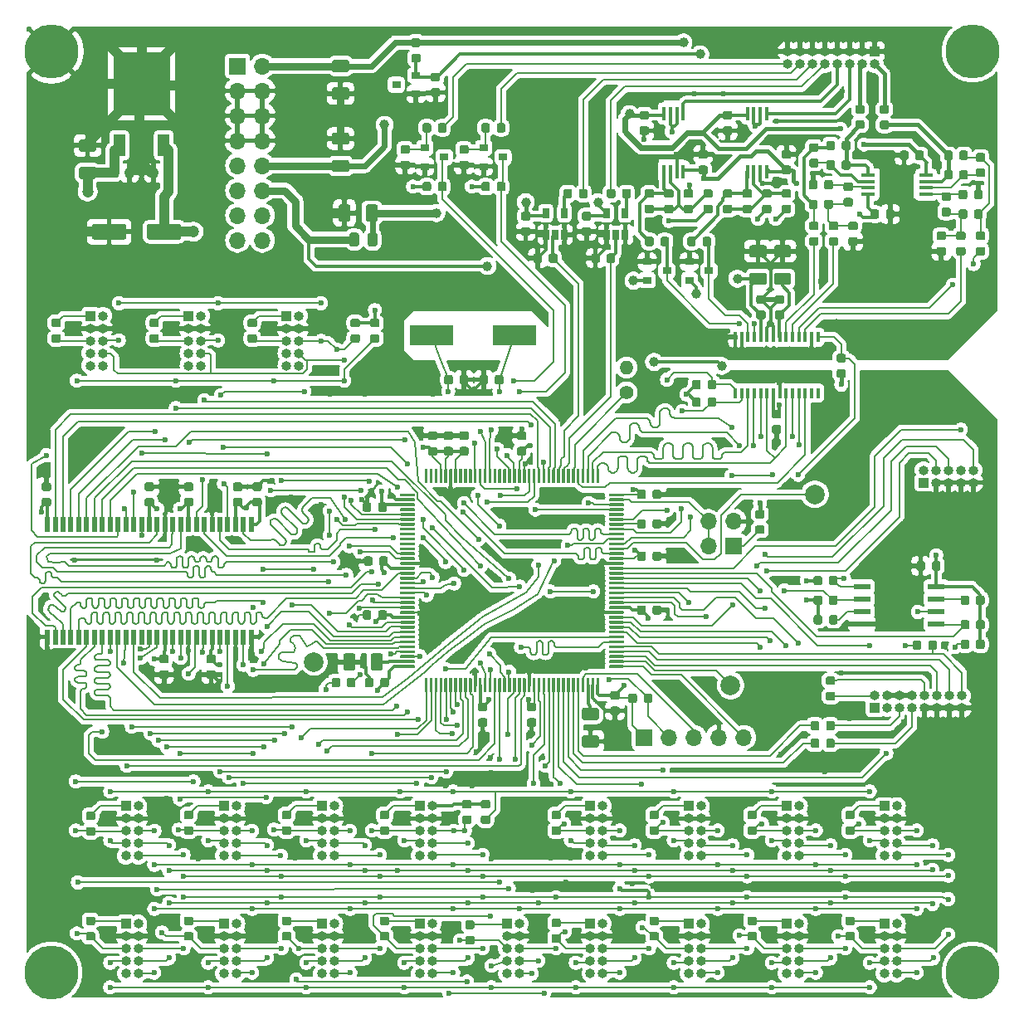
<source format=gtl>
G04 #@! TF.GenerationSoftware,KiCad,Pcbnew,(5.1.4)-1*
G04 #@! TF.CreationDate,2020-02-09T23:11:54+09:00*
G04 #@! TF.ProjectId,main,6d61696e-2e6b-4696-9361-645f70636258,rev?*
G04 #@! TF.SameCoordinates,Original*
G04 #@! TF.FileFunction,Copper,L1,Top*
G04 #@! TF.FilePolarity,Positive*
%FSLAX46Y46*%
G04 Gerber Fmt 4.6, Leading zero omitted, Abs format (unit mm)*
G04 Created by KiCad (PCBNEW (5.1.4)-1) date 2020-02-09 23:11:54*
%MOMM*%
%LPD*%
G04 APERTURE LIST*
%ADD10C,5.500000*%
%ADD11R,0.450000X1.450000*%
%ADD12R,0.500000X1.500000*%
%ADD13C,0.100000*%
%ADD14C,0.875000*%
%ADD15R,4.500000X2.000000*%
%ADD16C,0.300000*%
%ADD17C,1.250000*%
%ADD18C,1.600000*%
%ADD19R,0.900000X0.800000*%
%ADD20C,0.975000*%
%ADD21R,1.000000X1.000000*%
%ADD22O,1.000000X1.000000*%
%ADD23R,1.700000X1.700000*%
%ADD24O,1.700000X1.700000*%
%ADD25C,1.400000*%
%ADD26O,1.400000X1.400000*%
%ADD27C,2.000000*%
%ADD28R,0.400000X1.100000*%
%ADD29R,0.650000X1.060000*%
%ADD30R,1.450000X0.450000*%
%ADD31R,1.800000X0.600000*%
%ADD32R,1.200000X2.200000*%
%ADD33R,5.800000X6.400000*%
%ADD34C,1.200000*%
%ADD35C,0.600000*%
%ADD36C,1.000000*%
%ADD37C,0.200000*%
%ADD38C,0.300000*%
%ADD39C,1.000000*%
%ADD40C,0.400000*%
%ADD41C,0.800000*%
%ADD42C,0.600000*%
G04 APERTURE END LIST*
D10*
X53000000Y-147000000D03*
X147000000Y-147000000D03*
X147000000Y-53000000D03*
X53000000Y-53000000D03*
D11*
X124025000Y-65250000D03*
X124675000Y-65250000D03*
X125325000Y-65250000D03*
X125975000Y-65250000D03*
X125975000Y-59350000D03*
X125325000Y-59350000D03*
X124675000Y-59350000D03*
X124025000Y-59350000D03*
D12*
X71800000Y-101250000D03*
X72600000Y-101250000D03*
X73400000Y-101250000D03*
X71000000Y-101250000D03*
X70200000Y-101250000D03*
X69400000Y-101250000D03*
X68600000Y-101250000D03*
X67800000Y-101250000D03*
X67000000Y-101250000D03*
X66200000Y-101250000D03*
X65400000Y-101250000D03*
X64600000Y-101250000D03*
X63800000Y-101250000D03*
X63000000Y-101250000D03*
X62200000Y-101250000D03*
X61400000Y-101250000D03*
X60600000Y-101250000D03*
X59800000Y-101250000D03*
X59000000Y-101250000D03*
X58200000Y-101250000D03*
X57400000Y-101250000D03*
X56600000Y-101250000D03*
X55800000Y-101250000D03*
X55000000Y-101250000D03*
X54200000Y-101250000D03*
X53400000Y-101250000D03*
X52600000Y-101250000D03*
X52600000Y-112750000D03*
X53400000Y-112750000D03*
X54200000Y-112750000D03*
X55000000Y-112750000D03*
X55800000Y-112750000D03*
X56600000Y-112750000D03*
X57400000Y-112750000D03*
X58200000Y-112750000D03*
X59000000Y-112750000D03*
X59800000Y-112750000D03*
X60600000Y-112750000D03*
X61400000Y-112750000D03*
X62200000Y-112750000D03*
X63000000Y-112750000D03*
X63800000Y-112750000D03*
X64600000Y-112750000D03*
X65400000Y-112750000D03*
X66200000Y-112750000D03*
X67000000Y-112750000D03*
X67800000Y-112750000D03*
X68600000Y-112750000D03*
X69400000Y-112750000D03*
X70200000Y-112750000D03*
X71000000Y-112750000D03*
X71800000Y-112750000D03*
X72600000Y-112750000D03*
X73400000Y-112750000D03*
D13*
G36*
X97352691Y-86026053D02*
G01*
X97373926Y-86029203D01*
X97394750Y-86034419D01*
X97414962Y-86041651D01*
X97434368Y-86050830D01*
X97452781Y-86061866D01*
X97470024Y-86074654D01*
X97485930Y-86089070D01*
X97500346Y-86104976D01*
X97513134Y-86122219D01*
X97524170Y-86140632D01*
X97533349Y-86160038D01*
X97540581Y-86180250D01*
X97545797Y-86201074D01*
X97548947Y-86222309D01*
X97550000Y-86243750D01*
X97550000Y-86756250D01*
X97548947Y-86777691D01*
X97545797Y-86798926D01*
X97540581Y-86819750D01*
X97533349Y-86839962D01*
X97524170Y-86859368D01*
X97513134Y-86877781D01*
X97500346Y-86895024D01*
X97485930Y-86910930D01*
X97470024Y-86925346D01*
X97452781Y-86938134D01*
X97434368Y-86949170D01*
X97414962Y-86958349D01*
X97394750Y-86965581D01*
X97373926Y-86970797D01*
X97352691Y-86973947D01*
X97331250Y-86975000D01*
X96893750Y-86975000D01*
X96872309Y-86973947D01*
X96851074Y-86970797D01*
X96830250Y-86965581D01*
X96810038Y-86958349D01*
X96790632Y-86949170D01*
X96772219Y-86938134D01*
X96754976Y-86925346D01*
X96739070Y-86910930D01*
X96724654Y-86895024D01*
X96711866Y-86877781D01*
X96700830Y-86859368D01*
X96691651Y-86839962D01*
X96684419Y-86819750D01*
X96679203Y-86798926D01*
X96676053Y-86777691D01*
X96675000Y-86756250D01*
X96675000Y-86243750D01*
X96676053Y-86222309D01*
X96679203Y-86201074D01*
X96684419Y-86180250D01*
X96691651Y-86160038D01*
X96700830Y-86140632D01*
X96711866Y-86122219D01*
X96724654Y-86104976D01*
X96739070Y-86089070D01*
X96754976Y-86074654D01*
X96772219Y-86061866D01*
X96790632Y-86050830D01*
X96810038Y-86041651D01*
X96830250Y-86034419D01*
X96851074Y-86029203D01*
X96872309Y-86026053D01*
X96893750Y-86025000D01*
X97331250Y-86025000D01*
X97352691Y-86026053D01*
X97352691Y-86026053D01*
G37*
D14*
X97112500Y-86500000D03*
D13*
G36*
X98927691Y-86026053D02*
G01*
X98948926Y-86029203D01*
X98969750Y-86034419D01*
X98989962Y-86041651D01*
X99009368Y-86050830D01*
X99027781Y-86061866D01*
X99045024Y-86074654D01*
X99060930Y-86089070D01*
X99075346Y-86104976D01*
X99088134Y-86122219D01*
X99099170Y-86140632D01*
X99108349Y-86160038D01*
X99115581Y-86180250D01*
X99120797Y-86201074D01*
X99123947Y-86222309D01*
X99125000Y-86243750D01*
X99125000Y-86756250D01*
X99123947Y-86777691D01*
X99120797Y-86798926D01*
X99115581Y-86819750D01*
X99108349Y-86839962D01*
X99099170Y-86859368D01*
X99088134Y-86877781D01*
X99075346Y-86895024D01*
X99060930Y-86910930D01*
X99045024Y-86925346D01*
X99027781Y-86938134D01*
X99009368Y-86949170D01*
X98989962Y-86958349D01*
X98969750Y-86965581D01*
X98948926Y-86970797D01*
X98927691Y-86973947D01*
X98906250Y-86975000D01*
X98468750Y-86975000D01*
X98447309Y-86973947D01*
X98426074Y-86970797D01*
X98405250Y-86965581D01*
X98385038Y-86958349D01*
X98365632Y-86949170D01*
X98347219Y-86938134D01*
X98329976Y-86925346D01*
X98314070Y-86910930D01*
X98299654Y-86895024D01*
X98286866Y-86877781D01*
X98275830Y-86859368D01*
X98266651Y-86839962D01*
X98259419Y-86819750D01*
X98254203Y-86798926D01*
X98251053Y-86777691D01*
X98250000Y-86756250D01*
X98250000Y-86243750D01*
X98251053Y-86222309D01*
X98254203Y-86201074D01*
X98259419Y-86180250D01*
X98266651Y-86160038D01*
X98275830Y-86140632D01*
X98286866Y-86122219D01*
X98299654Y-86104976D01*
X98314070Y-86089070D01*
X98329976Y-86074654D01*
X98347219Y-86061866D01*
X98365632Y-86050830D01*
X98385038Y-86041651D01*
X98405250Y-86034419D01*
X98426074Y-86029203D01*
X98447309Y-86026053D01*
X98468750Y-86025000D01*
X98906250Y-86025000D01*
X98927691Y-86026053D01*
X98927691Y-86026053D01*
G37*
D14*
X98687500Y-86500000D03*
D15*
X91750000Y-82000000D03*
X100250000Y-82000000D03*
D13*
G36*
X134777691Y-141276053D02*
G01*
X134798926Y-141279203D01*
X134819750Y-141284419D01*
X134839962Y-141291651D01*
X134859368Y-141300830D01*
X134877781Y-141311866D01*
X134895024Y-141324654D01*
X134910930Y-141339070D01*
X134925346Y-141354976D01*
X134938134Y-141372219D01*
X134949170Y-141390632D01*
X134958349Y-141410038D01*
X134965581Y-141430250D01*
X134970797Y-141451074D01*
X134973947Y-141472309D01*
X134975000Y-141493750D01*
X134975000Y-141931250D01*
X134973947Y-141952691D01*
X134970797Y-141973926D01*
X134965581Y-141994750D01*
X134958349Y-142014962D01*
X134949170Y-142034368D01*
X134938134Y-142052781D01*
X134925346Y-142070024D01*
X134910930Y-142085930D01*
X134895024Y-142100346D01*
X134877781Y-142113134D01*
X134859368Y-142124170D01*
X134839962Y-142133349D01*
X134819750Y-142140581D01*
X134798926Y-142145797D01*
X134777691Y-142148947D01*
X134756250Y-142150000D01*
X134243750Y-142150000D01*
X134222309Y-142148947D01*
X134201074Y-142145797D01*
X134180250Y-142140581D01*
X134160038Y-142133349D01*
X134140632Y-142124170D01*
X134122219Y-142113134D01*
X134104976Y-142100346D01*
X134089070Y-142085930D01*
X134074654Y-142070024D01*
X134061866Y-142052781D01*
X134050830Y-142034368D01*
X134041651Y-142014962D01*
X134034419Y-141994750D01*
X134029203Y-141973926D01*
X134026053Y-141952691D01*
X134025000Y-141931250D01*
X134025000Y-141493750D01*
X134026053Y-141472309D01*
X134029203Y-141451074D01*
X134034419Y-141430250D01*
X134041651Y-141410038D01*
X134050830Y-141390632D01*
X134061866Y-141372219D01*
X134074654Y-141354976D01*
X134089070Y-141339070D01*
X134104976Y-141324654D01*
X134122219Y-141311866D01*
X134140632Y-141300830D01*
X134160038Y-141291651D01*
X134180250Y-141284419D01*
X134201074Y-141279203D01*
X134222309Y-141276053D01*
X134243750Y-141275000D01*
X134756250Y-141275000D01*
X134777691Y-141276053D01*
X134777691Y-141276053D01*
G37*
D14*
X134500000Y-141712500D03*
D13*
G36*
X134777691Y-142851053D02*
G01*
X134798926Y-142854203D01*
X134819750Y-142859419D01*
X134839962Y-142866651D01*
X134859368Y-142875830D01*
X134877781Y-142886866D01*
X134895024Y-142899654D01*
X134910930Y-142914070D01*
X134925346Y-142929976D01*
X134938134Y-142947219D01*
X134949170Y-142965632D01*
X134958349Y-142985038D01*
X134965581Y-143005250D01*
X134970797Y-143026074D01*
X134973947Y-143047309D01*
X134975000Y-143068750D01*
X134975000Y-143506250D01*
X134973947Y-143527691D01*
X134970797Y-143548926D01*
X134965581Y-143569750D01*
X134958349Y-143589962D01*
X134949170Y-143609368D01*
X134938134Y-143627781D01*
X134925346Y-143645024D01*
X134910930Y-143660930D01*
X134895024Y-143675346D01*
X134877781Y-143688134D01*
X134859368Y-143699170D01*
X134839962Y-143708349D01*
X134819750Y-143715581D01*
X134798926Y-143720797D01*
X134777691Y-143723947D01*
X134756250Y-143725000D01*
X134243750Y-143725000D01*
X134222309Y-143723947D01*
X134201074Y-143720797D01*
X134180250Y-143715581D01*
X134160038Y-143708349D01*
X134140632Y-143699170D01*
X134122219Y-143688134D01*
X134104976Y-143675346D01*
X134089070Y-143660930D01*
X134074654Y-143645024D01*
X134061866Y-143627781D01*
X134050830Y-143609368D01*
X134041651Y-143589962D01*
X134034419Y-143569750D01*
X134029203Y-143548926D01*
X134026053Y-143527691D01*
X134025000Y-143506250D01*
X134025000Y-143068750D01*
X134026053Y-143047309D01*
X134029203Y-143026074D01*
X134034419Y-143005250D01*
X134041651Y-142985038D01*
X134050830Y-142965632D01*
X134061866Y-142947219D01*
X134074654Y-142929976D01*
X134089070Y-142914070D01*
X134104976Y-142899654D01*
X134122219Y-142886866D01*
X134140632Y-142875830D01*
X134160038Y-142866651D01*
X134180250Y-142859419D01*
X134201074Y-142854203D01*
X134222309Y-142851053D01*
X134243750Y-142850000D01*
X134756250Y-142850000D01*
X134777691Y-142851053D01*
X134777691Y-142851053D01*
G37*
D14*
X134500000Y-143287500D03*
D13*
G36*
X124777691Y-141276053D02*
G01*
X124798926Y-141279203D01*
X124819750Y-141284419D01*
X124839962Y-141291651D01*
X124859368Y-141300830D01*
X124877781Y-141311866D01*
X124895024Y-141324654D01*
X124910930Y-141339070D01*
X124925346Y-141354976D01*
X124938134Y-141372219D01*
X124949170Y-141390632D01*
X124958349Y-141410038D01*
X124965581Y-141430250D01*
X124970797Y-141451074D01*
X124973947Y-141472309D01*
X124975000Y-141493750D01*
X124975000Y-141931250D01*
X124973947Y-141952691D01*
X124970797Y-141973926D01*
X124965581Y-141994750D01*
X124958349Y-142014962D01*
X124949170Y-142034368D01*
X124938134Y-142052781D01*
X124925346Y-142070024D01*
X124910930Y-142085930D01*
X124895024Y-142100346D01*
X124877781Y-142113134D01*
X124859368Y-142124170D01*
X124839962Y-142133349D01*
X124819750Y-142140581D01*
X124798926Y-142145797D01*
X124777691Y-142148947D01*
X124756250Y-142150000D01*
X124243750Y-142150000D01*
X124222309Y-142148947D01*
X124201074Y-142145797D01*
X124180250Y-142140581D01*
X124160038Y-142133349D01*
X124140632Y-142124170D01*
X124122219Y-142113134D01*
X124104976Y-142100346D01*
X124089070Y-142085930D01*
X124074654Y-142070024D01*
X124061866Y-142052781D01*
X124050830Y-142034368D01*
X124041651Y-142014962D01*
X124034419Y-141994750D01*
X124029203Y-141973926D01*
X124026053Y-141952691D01*
X124025000Y-141931250D01*
X124025000Y-141493750D01*
X124026053Y-141472309D01*
X124029203Y-141451074D01*
X124034419Y-141430250D01*
X124041651Y-141410038D01*
X124050830Y-141390632D01*
X124061866Y-141372219D01*
X124074654Y-141354976D01*
X124089070Y-141339070D01*
X124104976Y-141324654D01*
X124122219Y-141311866D01*
X124140632Y-141300830D01*
X124160038Y-141291651D01*
X124180250Y-141284419D01*
X124201074Y-141279203D01*
X124222309Y-141276053D01*
X124243750Y-141275000D01*
X124756250Y-141275000D01*
X124777691Y-141276053D01*
X124777691Y-141276053D01*
G37*
D14*
X124500000Y-141712500D03*
D13*
G36*
X124777691Y-142851053D02*
G01*
X124798926Y-142854203D01*
X124819750Y-142859419D01*
X124839962Y-142866651D01*
X124859368Y-142875830D01*
X124877781Y-142886866D01*
X124895024Y-142899654D01*
X124910930Y-142914070D01*
X124925346Y-142929976D01*
X124938134Y-142947219D01*
X124949170Y-142965632D01*
X124958349Y-142985038D01*
X124965581Y-143005250D01*
X124970797Y-143026074D01*
X124973947Y-143047309D01*
X124975000Y-143068750D01*
X124975000Y-143506250D01*
X124973947Y-143527691D01*
X124970797Y-143548926D01*
X124965581Y-143569750D01*
X124958349Y-143589962D01*
X124949170Y-143609368D01*
X124938134Y-143627781D01*
X124925346Y-143645024D01*
X124910930Y-143660930D01*
X124895024Y-143675346D01*
X124877781Y-143688134D01*
X124859368Y-143699170D01*
X124839962Y-143708349D01*
X124819750Y-143715581D01*
X124798926Y-143720797D01*
X124777691Y-143723947D01*
X124756250Y-143725000D01*
X124243750Y-143725000D01*
X124222309Y-143723947D01*
X124201074Y-143720797D01*
X124180250Y-143715581D01*
X124160038Y-143708349D01*
X124140632Y-143699170D01*
X124122219Y-143688134D01*
X124104976Y-143675346D01*
X124089070Y-143660930D01*
X124074654Y-143645024D01*
X124061866Y-143627781D01*
X124050830Y-143609368D01*
X124041651Y-143589962D01*
X124034419Y-143569750D01*
X124029203Y-143548926D01*
X124026053Y-143527691D01*
X124025000Y-143506250D01*
X124025000Y-143068750D01*
X124026053Y-143047309D01*
X124029203Y-143026074D01*
X124034419Y-143005250D01*
X124041651Y-142985038D01*
X124050830Y-142965632D01*
X124061866Y-142947219D01*
X124074654Y-142929976D01*
X124089070Y-142914070D01*
X124104976Y-142899654D01*
X124122219Y-142886866D01*
X124140632Y-142875830D01*
X124160038Y-142866651D01*
X124180250Y-142859419D01*
X124201074Y-142854203D01*
X124222309Y-142851053D01*
X124243750Y-142850000D01*
X124756250Y-142850000D01*
X124777691Y-142851053D01*
X124777691Y-142851053D01*
G37*
D14*
X124500000Y-143287500D03*
D13*
G36*
X114777691Y-141276053D02*
G01*
X114798926Y-141279203D01*
X114819750Y-141284419D01*
X114839962Y-141291651D01*
X114859368Y-141300830D01*
X114877781Y-141311866D01*
X114895024Y-141324654D01*
X114910930Y-141339070D01*
X114925346Y-141354976D01*
X114938134Y-141372219D01*
X114949170Y-141390632D01*
X114958349Y-141410038D01*
X114965581Y-141430250D01*
X114970797Y-141451074D01*
X114973947Y-141472309D01*
X114975000Y-141493750D01*
X114975000Y-141931250D01*
X114973947Y-141952691D01*
X114970797Y-141973926D01*
X114965581Y-141994750D01*
X114958349Y-142014962D01*
X114949170Y-142034368D01*
X114938134Y-142052781D01*
X114925346Y-142070024D01*
X114910930Y-142085930D01*
X114895024Y-142100346D01*
X114877781Y-142113134D01*
X114859368Y-142124170D01*
X114839962Y-142133349D01*
X114819750Y-142140581D01*
X114798926Y-142145797D01*
X114777691Y-142148947D01*
X114756250Y-142150000D01*
X114243750Y-142150000D01*
X114222309Y-142148947D01*
X114201074Y-142145797D01*
X114180250Y-142140581D01*
X114160038Y-142133349D01*
X114140632Y-142124170D01*
X114122219Y-142113134D01*
X114104976Y-142100346D01*
X114089070Y-142085930D01*
X114074654Y-142070024D01*
X114061866Y-142052781D01*
X114050830Y-142034368D01*
X114041651Y-142014962D01*
X114034419Y-141994750D01*
X114029203Y-141973926D01*
X114026053Y-141952691D01*
X114025000Y-141931250D01*
X114025000Y-141493750D01*
X114026053Y-141472309D01*
X114029203Y-141451074D01*
X114034419Y-141430250D01*
X114041651Y-141410038D01*
X114050830Y-141390632D01*
X114061866Y-141372219D01*
X114074654Y-141354976D01*
X114089070Y-141339070D01*
X114104976Y-141324654D01*
X114122219Y-141311866D01*
X114140632Y-141300830D01*
X114160038Y-141291651D01*
X114180250Y-141284419D01*
X114201074Y-141279203D01*
X114222309Y-141276053D01*
X114243750Y-141275000D01*
X114756250Y-141275000D01*
X114777691Y-141276053D01*
X114777691Y-141276053D01*
G37*
D14*
X114500000Y-141712500D03*
D13*
G36*
X114777691Y-142851053D02*
G01*
X114798926Y-142854203D01*
X114819750Y-142859419D01*
X114839962Y-142866651D01*
X114859368Y-142875830D01*
X114877781Y-142886866D01*
X114895024Y-142899654D01*
X114910930Y-142914070D01*
X114925346Y-142929976D01*
X114938134Y-142947219D01*
X114949170Y-142965632D01*
X114958349Y-142985038D01*
X114965581Y-143005250D01*
X114970797Y-143026074D01*
X114973947Y-143047309D01*
X114975000Y-143068750D01*
X114975000Y-143506250D01*
X114973947Y-143527691D01*
X114970797Y-143548926D01*
X114965581Y-143569750D01*
X114958349Y-143589962D01*
X114949170Y-143609368D01*
X114938134Y-143627781D01*
X114925346Y-143645024D01*
X114910930Y-143660930D01*
X114895024Y-143675346D01*
X114877781Y-143688134D01*
X114859368Y-143699170D01*
X114839962Y-143708349D01*
X114819750Y-143715581D01*
X114798926Y-143720797D01*
X114777691Y-143723947D01*
X114756250Y-143725000D01*
X114243750Y-143725000D01*
X114222309Y-143723947D01*
X114201074Y-143720797D01*
X114180250Y-143715581D01*
X114160038Y-143708349D01*
X114140632Y-143699170D01*
X114122219Y-143688134D01*
X114104976Y-143675346D01*
X114089070Y-143660930D01*
X114074654Y-143645024D01*
X114061866Y-143627781D01*
X114050830Y-143609368D01*
X114041651Y-143589962D01*
X114034419Y-143569750D01*
X114029203Y-143548926D01*
X114026053Y-143527691D01*
X114025000Y-143506250D01*
X114025000Y-143068750D01*
X114026053Y-143047309D01*
X114029203Y-143026074D01*
X114034419Y-143005250D01*
X114041651Y-142985038D01*
X114050830Y-142965632D01*
X114061866Y-142947219D01*
X114074654Y-142929976D01*
X114089070Y-142914070D01*
X114104976Y-142899654D01*
X114122219Y-142886866D01*
X114140632Y-142875830D01*
X114160038Y-142866651D01*
X114180250Y-142859419D01*
X114201074Y-142854203D01*
X114222309Y-142851053D01*
X114243750Y-142850000D01*
X114756250Y-142850000D01*
X114777691Y-142851053D01*
X114777691Y-142851053D01*
G37*
D14*
X114500000Y-143287500D03*
D13*
G36*
X104777691Y-141488553D02*
G01*
X104798926Y-141491703D01*
X104819750Y-141496919D01*
X104839962Y-141504151D01*
X104859368Y-141513330D01*
X104877781Y-141524366D01*
X104895024Y-141537154D01*
X104910930Y-141551570D01*
X104925346Y-141567476D01*
X104938134Y-141584719D01*
X104949170Y-141603132D01*
X104958349Y-141622538D01*
X104965581Y-141642750D01*
X104970797Y-141663574D01*
X104973947Y-141684809D01*
X104975000Y-141706250D01*
X104975000Y-142143750D01*
X104973947Y-142165191D01*
X104970797Y-142186426D01*
X104965581Y-142207250D01*
X104958349Y-142227462D01*
X104949170Y-142246868D01*
X104938134Y-142265281D01*
X104925346Y-142282524D01*
X104910930Y-142298430D01*
X104895024Y-142312846D01*
X104877781Y-142325634D01*
X104859368Y-142336670D01*
X104839962Y-142345849D01*
X104819750Y-142353081D01*
X104798926Y-142358297D01*
X104777691Y-142361447D01*
X104756250Y-142362500D01*
X104243750Y-142362500D01*
X104222309Y-142361447D01*
X104201074Y-142358297D01*
X104180250Y-142353081D01*
X104160038Y-142345849D01*
X104140632Y-142336670D01*
X104122219Y-142325634D01*
X104104976Y-142312846D01*
X104089070Y-142298430D01*
X104074654Y-142282524D01*
X104061866Y-142265281D01*
X104050830Y-142246868D01*
X104041651Y-142227462D01*
X104034419Y-142207250D01*
X104029203Y-142186426D01*
X104026053Y-142165191D01*
X104025000Y-142143750D01*
X104025000Y-141706250D01*
X104026053Y-141684809D01*
X104029203Y-141663574D01*
X104034419Y-141642750D01*
X104041651Y-141622538D01*
X104050830Y-141603132D01*
X104061866Y-141584719D01*
X104074654Y-141567476D01*
X104089070Y-141551570D01*
X104104976Y-141537154D01*
X104122219Y-141524366D01*
X104140632Y-141513330D01*
X104160038Y-141504151D01*
X104180250Y-141496919D01*
X104201074Y-141491703D01*
X104222309Y-141488553D01*
X104243750Y-141487500D01*
X104756250Y-141487500D01*
X104777691Y-141488553D01*
X104777691Y-141488553D01*
G37*
D14*
X104500000Y-141925000D03*
D13*
G36*
X104777691Y-143063553D02*
G01*
X104798926Y-143066703D01*
X104819750Y-143071919D01*
X104839962Y-143079151D01*
X104859368Y-143088330D01*
X104877781Y-143099366D01*
X104895024Y-143112154D01*
X104910930Y-143126570D01*
X104925346Y-143142476D01*
X104938134Y-143159719D01*
X104949170Y-143178132D01*
X104958349Y-143197538D01*
X104965581Y-143217750D01*
X104970797Y-143238574D01*
X104973947Y-143259809D01*
X104975000Y-143281250D01*
X104975000Y-143718750D01*
X104973947Y-143740191D01*
X104970797Y-143761426D01*
X104965581Y-143782250D01*
X104958349Y-143802462D01*
X104949170Y-143821868D01*
X104938134Y-143840281D01*
X104925346Y-143857524D01*
X104910930Y-143873430D01*
X104895024Y-143887846D01*
X104877781Y-143900634D01*
X104859368Y-143911670D01*
X104839962Y-143920849D01*
X104819750Y-143928081D01*
X104798926Y-143933297D01*
X104777691Y-143936447D01*
X104756250Y-143937500D01*
X104243750Y-143937500D01*
X104222309Y-143936447D01*
X104201074Y-143933297D01*
X104180250Y-143928081D01*
X104160038Y-143920849D01*
X104140632Y-143911670D01*
X104122219Y-143900634D01*
X104104976Y-143887846D01*
X104089070Y-143873430D01*
X104074654Y-143857524D01*
X104061866Y-143840281D01*
X104050830Y-143821868D01*
X104041651Y-143802462D01*
X104034419Y-143782250D01*
X104029203Y-143761426D01*
X104026053Y-143740191D01*
X104025000Y-143718750D01*
X104025000Y-143281250D01*
X104026053Y-143259809D01*
X104029203Y-143238574D01*
X104034419Y-143217750D01*
X104041651Y-143197538D01*
X104050830Y-143178132D01*
X104061866Y-143159719D01*
X104074654Y-143142476D01*
X104089070Y-143126570D01*
X104104976Y-143112154D01*
X104122219Y-143099366D01*
X104140632Y-143088330D01*
X104160038Y-143079151D01*
X104180250Y-143071919D01*
X104201074Y-143066703D01*
X104222309Y-143063553D01*
X104243750Y-143062500D01*
X104756250Y-143062500D01*
X104777691Y-143063553D01*
X104777691Y-143063553D01*
G37*
D14*
X104500000Y-143500000D03*
D13*
G36*
X134777691Y-130488553D02*
G01*
X134798926Y-130491703D01*
X134819750Y-130496919D01*
X134839962Y-130504151D01*
X134859368Y-130513330D01*
X134877781Y-130524366D01*
X134895024Y-130537154D01*
X134910930Y-130551570D01*
X134925346Y-130567476D01*
X134938134Y-130584719D01*
X134949170Y-130603132D01*
X134958349Y-130622538D01*
X134965581Y-130642750D01*
X134970797Y-130663574D01*
X134973947Y-130684809D01*
X134975000Y-130706250D01*
X134975000Y-131143750D01*
X134973947Y-131165191D01*
X134970797Y-131186426D01*
X134965581Y-131207250D01*
X134958349Y-131227462D01*
X134949170Y-131246868D01*
X134938134Y-131265281D01*
X134925346Y-131282524D01*
X134910930Y-131298430D01*
X134895024Y-131312846D01*
X134877781Y-131325634D01*
X134859368Y-131336670D01*
X134839962Y-131345849D01*
X134819750Y-131353081D01*
X134798926Y-131358297D01*
X134777691Y-131361447D01*
X134756250Y-131362500D01*
X134243750Y-131362500D01*
X134222309Y-131361447D01*
X134201074Y-131358297D01*
X134180250Y-131353081D01*
X134160038Y-131345849D01*
X134140632Y-131336670D01*
X134122219Y-131325634D01*
X134104976Y-131312846D01*
X134089070Y-131298430D01*
X134074654Y-131282524D01*
X134061866Y-131265281D01*
X134050830Y-131246868D01*
X134041651Y-131227462D01*
X134034419Y-131207250D01*
X134029203Y-131186426D01*
X134026053Y-131165191D01*
X134025000Y-131143750D01*
X134025000Y-130706250D01*
X134026053Y-130684809D01*
X134029203Y-130663574D01*
X134034419Y-130642750D01*
X134041651Y-130622538D01*
X134050830Y-130603132D01*
X134061866Y-130584719D01*
X134074654Y-130567476D01*
X134089070Y-130551570D01*
X134104976Y-130537154D01*
X134122219Y-130524366D01*
X134140632Y-130513330D01*
X134160038Y-130504151D01*
X134180250Y-130496919D01*
X134201074Y-130491703D01*
X134222309Y-130488553D01*
X134243750Y-130487500D01*
X134756250Y-130487500D01*
X134777691Y-130488553D01*
X134777691Y-130488553D01*
G37*
D14*
X134500000Y-130925000D03*
D13*
G36*
X134777691Y-132063553D02*
G01*
X134798926Y-132066703D01*
X134819750Y-132071919D01*
X134839962Y-132079151D01*
X134859368Y-132088330D01*
X134877781Y-132099366D01*
X134895024Y-132112154D01*
X134910930Y-132126570D01*
X134925346Y-132142476D01*
X134938134Y-132159719D01*
X134949170Y-132178132D01*
X134958349Y-132197538D01*
X134965581Y-132217750D01*
X134970797Y-132238574D01*
X134973947Y-132259809D01*
X134975000Y-132281250D01*
X134975000Y-132718750D01*
X134973947Y-132740191D01*
X134970797Y-132761426D01*
X134965581Y-132782250D01*
X134958349Y-132802462D01*
X134949170Y-132821868D01*
X134938134Y-132840281D01*
X134925346Y-132857524D01*
X134910930Y-132873430D01*
X134895024Y-132887846D01*
X134877781Y-132900634D01*
X134859368Y-132911670D01*
X134839962Y-132920849D01*
X134819750Y-132928081D01*
X134798926Y-132933297D01*
X134777691Y-132936447D01*
X134756250Y-132937500D01*
X134243750Y-132937500D01*
X134222309Y-132936447D01*
X134201074Y-132933297D01*
X134180250Y-132928081D01*
X134160038Y-132920849D01*
X134140632Y-132911670D01*
X134122219Y-132900634D01*
X134104976Y-132887846D01*
X134089070Y-132873430D01*
X134074654Y-132857524D01*
X134061866Y-132840281D01*
X134050830Y-132821868D01*
X134041651Y-132802462D01*
X134034419Y-132782250D01*
X134029203Y-132761426D01*
X134026053Y-132740191D01*
X134025000Y-132718750D01*
X134025000Y-132281250D01*
X134026053Y-132259809D01*
X134029203Y-132238574D01*
X134034419Y-132217750D01*
X134041651Y-132197538D01*
X134050830Y-132178132D01*
X134061866Y-132159719D01*
X134074654Y-132142476D01*
X134089070Y-132126570D01*
X134104976Y-132112154D01*
X134122219Y-132099366D01*
X134140632Y-132088330D01*
X134160038Y-132079151D01*
X134180250Y-132071919D01*
X134201074Y-132066703D01*
X134222309Y-132063553D01*
X134243750Y-132062500D01*
X134756250Y-132062500D01*
X134777691Y-132063553D01*
X134777691Y-132063553D01*
G37*
D14*
X134500000Y-132500000D03*
D13*
G36*
X124777691Y-130488553D02*
G01*
X124798926Y-130491703D01*
X124819750Y-130496919D01*
X124839962Y-130504151D01*
X124859368Y-130513330D01*
X124877781Y-130524366D01*
X124895024Y-130537154D01*
X124910930Y-130551570D01*
X124925346Y-130567476D01*
X124938134Y-130584719D01*
X124949170Y-130603132D01*
X124958349Y-130622538D01*
X124965581Y-130642750D01*
X124970797Y-130663574D01*
X124973947Y-130684809D01*
X124975000Y-130706250D01*
X124975000Y-131143750D01*
X124973947Y-131165191D01*
X124970797Y-131186426D01*
X124965581Y-131207250D01*
X124958349Y-131227462D01*
X124949170Y-131246868D01*
X124938134Y-131265281D01*
X124925346Y-131282524D01*
X124910930Y-131298430D01*
X124895024Y-131312846D01*
X124877781Y-131325634D01*
X124859368Y-131336670D01*
X124839962Y-131345849D01*
X124819750Y-131353081D01*
X124798926Y-131358297D01*
X124777691Y-131361447D01*
X124756250Y-131362500D01*
X124243750Y-131362500D01*
X124222309Y-131361447D01*
X124201074Y-131358297D01*
X124180250Y-131353081D01*
X124160038Y-131345849D01*
X124140632Y-131336670D01*
X124122219Y-131325634D01*
X124104976Y-131312846D01*
X124089070Y-131298430D01*
X124074654Y-131282524D01*
X124061866Y-131265281D01*
X124050830Y-131246868D01*
X124041651Y-131227462D01*
X124034419Y-131207250D01*
X124029203Y-131186426D01*
X124026053Y-131165191D01*
X124025000Y-131143750D01*
X124025000Y-130706250D01*
X124026053Y-130684809D01*
X124029203Y-130663574D01*
X124034419Y-130642750D01*
X124041651Y-130622538D01*
X124050830Y-130603132D01*
X124061866Y-130584719D01*
X124074654Y-130567476D01*
X124089070Y-130551570D01*
X124104976Y-130537154D01*
X124122219Y-130524366D01*
X124140632Y-130513330D01*
X124160038Y-130504151D01*
X124180250Y-130496919D01*
X124201074Y-130491703D01*
X124222309Y-130488553D01*
X124243750Y-130487500D01*
X124756250Y-130487500D01*
X124777691Y-130488553D01*
X124777691Y-130488553D01*
G37*
D14*
X124500000Y-130925000D03*
D13*
G36*
X124777691Y-132063553D02*
G01*
X124798926Y-132066703D01*
X124819750Y-132071919D01*
X124839962Y-132079151D01*
X124859368Y-132088330D01*
X124877781Y-132099366D01*
X124895024Y-132112154D01*
X124910930Y-132126570D01*
X124925346Y-132142476D01*
X124938134Y-132159719D01*
X124949170Y-132178132D01*
X124958349Y-132197538D01*
X124965581Y-132217750D01*
X124970797Y-132238574D01*
X124973947Y-132259809D01*
X124975000Y-132281250D01*
X124975000Y-132718750D01*
X124973947Y-132740191D01*
X124970797Y-132761426D01*
X124965581Y-132782250D01*
X124958349Y-132802462D01*
X124949170Y-132821868D01*
X124938134Y-132840281D01*
X124925346Y-132857524D01*
X124910930Y-132873430D01*
X124895024Y-132887846D01*
X124877781Y-132900634D01*
X124859368Y-132911670D01*
X124839962Y-132920849D01*
X124819750Y-132928081D01*
X124798926Y-132933297D01*
X124777691Y-132936447D01*
X124756250Y-132937500D01*
X124243750Y-132937500D01*
X124222309Y-132936447D01*
X124201074Y-132933297D01*
X124180250Y-132928081D01*
X124160038Y-132920849D01*
X124140632Y-132911670D01*
X124122219Y-132900634D01*
X124104976Y-132887846D01*
X124089070Y-132873430D01*
X124074654Y-132857524D01*
X124061866Y-132840281D01*
X124050830Y-132821868D01*
X124041651Y-132802462D01*
X124034419Y-132782250D01*
X124029203Y-132761426D01*
X124026053Y-132740191D01*
X124025000Y-132718750D01*
X124025000Y-132281250D01*
X124026053Y-132259809D01*
X124029203Y-132238574D01*
X124034419Y-132217750D01*
X124041651Y-132197538D01*
X124050830Y-132178132D01*
X124061866Y-132159719D01*
X124074654Y-132142476D01*
X124089070Y-132126570D01*
X124104976Y-132112154D01*
X124122219Y-132099366D01*
X124140632Y-132088330D01*
X124160038Y-132079151D01*
X124180250Y-132071919D01*
X124201074Y-132066703D01*
X124222309Y-132063553D01*
X124243750Y-132062500D01*
X124756250Y-132062500D01*
X124777691Y-132063553D01*
X124777691Y-132063553D01*
G37*
D14*
X124500000Y-132500000D03*
D13*
G36*
X114777691Y-130488553D02*
G01*
X114798926Y-130491703D01*
X114819750Y-130496919D01*
X114839962Y-130504151D01*
X114859368Y-130513330D01*
X114877781Y-130524366D01*
X114895024Y-130537154D01*
X114910930Y-130551570D01*
X114925346Y-130567476D01*
X114938134Y-130584719D01*
X114949170Y-130603132D01*
X114958349Y-130622538D01*
X114965581Y-130642750D01*
X114970797Y-130663574D01*
X114973947Y-130684809D01*
X114975000Y-130706250D01*
X114975000Y-131143750D01*
X114973947Y-131165191D01*
X114970797Y-131186426D01*
X114965581Y-131207250D01*
X114958349Y-131227462D01*
X114949170Y-131246868D01*
X114938134Y-131265281D01*
X114925346Y-131282524D01*
X114910930Y-131298430D01*
X114895024Y-131312846D01*
X114877781Y-131325634D01*
X114859368Y-131336670D01*
X114839962Y-131345849D01*
X114819750Y-131353081D01*
X114798926Y-131358297D01*
X114777691Y-131361447D01*
X114756250Y-131362500D01*
X114243750Y-131362500D01*
X114222309Y-131361447D01*
X114201074Y-131358297D01*
X114180250Y-131353081D01*
X114160038Y-131345849D01*
X114140632Y-131336670D01*
X114122219Y-131325634D01*
X114104976Y-131312846D01*
X114089070Y-131298430D01*
X114074654Y-131282524D01*
X114061866Y-131265281D01*
X114050830Y-131246868D01*
X114041651Y-131227462D01*
X114034419Y-131207250D01*
X114029203Y-131186426D01*
X114026053Y-131165191D01*
X114025000Y-131143750D01*
X114025000Y-130706250D01*
X114026053Y-130684809D01*
X114029203Y-130663574D01*
X114034419Y-130642750D01*
X114041651Y-130622538D01*
X114050830Y-130603132D01*
X114061866Y-130584719D01*
X114074654Y-130567476D01*
X114089070Y-130551570D01*
X114104976Y-130537154D01*
X114122219Y-130524366D01*
X114140632Y-130513330D01*
X114160038Y-130504151D01*
X114180250Y-130496919D01*
X114201074Y-130491703D01*
X114222309Y-130488553D01*
X114243750Y-130487500D01*
X114756250Y-130487500D01*
X114777691Y-130488553D01*
X114777691Y-130488553D01*
G37*
D14*
X114500000Y-130925000D03*
D13*
G36*
X114777691Y-132063553D02*
G01*
X114798926Y-132066703D01*
X114819750Y-132071919D01*
X114839962Y-132079151D01*
X114859368Y-132088330D01*
X114877781Y-132099366D01*
X114895024Y-132112154D01*
X114910930Y-132126570D01*
X114925346Y-132142476D01*
X114938134Y-132159719D01*
X114949170Y-132178132D01*
X114958349Y-132197538D01*
X114965581Y-132217750D01*
X114970797Y-132238574D01*
X114973947Y-132259809D01*
X114975000Y-132281250D01*
X114975000Y-132718750D01*
X114973947Y-132740191D01*
X114970797Y-132761426D01*
X114965581Y-132782250D01*
X114958349Y-132802462D01*
X114949170Y-132821868D01*
X114938134Y-132840281D01*
X114925346Y-132857524D01*
X114910930Y-132873430D01*
X114895024Y-132887846D01*
X114877781Y-132900634D01*
X114859368Y-132911670D01*
X114839962Y-132920849D01*
X114819750Y-132928081D01*
X114798926Y-132933297D01*
X114777691Y-132936447D01*
X114756250Y-132937500D01*
X114243750Y-132937500D01*
X114222309Y-132936447D01*
X114201074Y-132933297D01*
X114180250Y-132928081D01*
X114160038Y-132920849D01*
X114140632Y-132911670D01*
X114122219Y-132900634D01*
X114104976Y-132887846D01*
X114089070Y-132873430D01*
X114074654Y-132857524D01*
X114061866Y-132840281D01*
X114050830Y-132821868D01*
X114041651Y-132802462D01*
X114034419Y-132782250D01*
X114029203Y-132761426D01*
X114026053Y-132740191D01*
X114025000Y-132718750D01*
X114025000Y-132281250D01*
X114026053Y-132259809D01*
X114029203Y-132238574D01*
X114034419Y-132217750D01*
X114041651Y-132197538D01*
X114050830Y-132178132D01*
X114061866Y-132159719D01*
X114074654Y-132142476D01*
X114089070Y-132126570D01*
X114104976Y-132112154D01*
X114122219Y-132099366D01*
X114140632Y-132088330D01*
X114160038Y-132079151D01*
X114180250Y-132071919D01*
X114201074Y-132066703D01*
X114222309Y-132063553D01*
X114243750Y-132062500D01*
X114756250Y-132062500D01*
X114777691Y-132063553D01*
X114777691Y-132063553D01*
G37*
D14*
X114500000Y-132500000D03*
D13*
G36*
X104777691Y-130488553D02*
G01*
X104798926Y-130491703D01*
X104819750Y-130496919D01*
X104839962Y-130504151D01*
X104859368Y-130513330D01*
X104877781Y-130524366D01*
X104895024Y-130537154D01*
X104910930Y-130551570D01*
X104925346Y-130567476D01*
X104938134Y-130584719D01*
X104949170Y-130603132D01*
X104958349Y-130622538D01*
X104965581Y-130642750D01*
X104970797Y-130663574D01*
X104973947Y-130684809D01*
X104975000Y-130706250D01*
X104975000Y-131143750D01*
X104973947Y-131165191D01*
X104970797Y-131186426D01*
X104965581Y-131207250D01*
X104958349Y-131227462D01*
X104949170Y-131246868D01*
X104938134Y-131265281D01*
X104925346Y-131282524D01*
X104910930Y-131298430D01*
X104895024Y-131312846D01*
X104877781Y-131325634D01*
X104859368Y-131336670D01*
X104839962Y-131345849D01*
X104819750Y-131353081D01*
X104798926Y-131358297D01*
X104777691Y-131361447D01*
X104756250Y-131362500D01*
X104243750Y-131362500D01*
X104222309Y-131361447D01*
X104201074Y-131358297D01*
X104180250Y-131353081D01*
X104160038Y-131345849D01*
X104140632Y-131336670D01*
X104122219Y-131325634D01*
X104104976Y-131312846D01*
X104089070Y-131298430D01*
X104074654Y-131282524D01*
X104061866Y-131265281D01*
X104050830Y-131246868D01*
X104041651Y-131227462D01*
X104034419Y-131207250D01*
X104029203Y-131186426D01*
X104026053Y-131165191D01*
X104025000Y-131143750D01*
X104025000Y-130706250D01*
X104026053Y-130684809D01*
X104029203Y-130663574D01*
X104034419Y-130642750D01*
X104041651Y-130622538D01*
X104050830Y-130603132D01*
X104061866Y-130584719D01*
X104074654Y-130567476D01*
X104089070Y-130551570D01*
X104104976Y-130537154D01*
X104122219Y-130524366D01*
X104140632Y-130513330D01*
X104160038Y-130504151D01*
X104180250Y-130496919D01*
X104201074Y-130491703D01*
X104222309Y-130488553D01*
X104243750Y-130487500D01*
X104756250Y-130487500D01*
X104777691Y-130488553D01*
X104777691Y-130488553D01*
G37*
D14*
X104500000Y-130925000D03*
D13*
G36*
X104777691Y-132063553D02*
G01*
X104798926Y-132066703D01*
X104819750Y-132071919D01*
X104839962Y-132079151D01*
X104859368Y-132088330D01*
X104877781Y-132099366D01*
X104895024Y-132112154D01*
X104910930Y-132126570D01*
X104925346Y-132142476D01*
X104938134Y-132159719D01*
X104949170Y-132178132D01*
X104958349Y-132197538D01*
X104965581Y-132217750D01*
X104970797Y-132238574D01*
X104973947Y-132259809D01*
X104975000Y-132281250D01*
X104975000Y-132718750D01*
X104973947Y-132740191D01*
X104970797Y-132761426D01*
X104965581Y-132782250D01*
X104958349Y-132802462D01*
X104949170Y-132821868D01*
X104938134Y-132840281D01*
X104925346Y-132857524D01*
X104910930Y-132873430D01*
X104895024Y-132887846D01*
X104877781Y-132900634D01*
X104859368Y-132911670D01*
X104839962Y-132920849D01*
X104819750Y-132928081D01*
X104798926Y-132933297D01*
X104777691Y-132936447D01*
X104756250Y-132937500D01*
X104243750Y-132937500D01*
X104222309Y-132936447D01*
X104201074Y-132933297D01*
X104180250Y-132928081D01*
X104160038Y-132920849D01*
X104140632Y-132911670D01*
X104122219Y-132900634D01*
X104104976Y-132887846D01*
X104089070Y-132873430D01*
X104074654Y-132857524D01*
X104061866Y-132840281D01*
X104050830Y-132821868D01*
X104041651Y-132802462D01*
X104034419Y-132782250D01*
X104029203Y-132761426D01*
X104026053Y-132740191D01*
X104025000Y-132718750D01*
X104025000Y-132281250D01*
X104026053Y-132259809D01*
X104029203Y-132238574D01*
X104034419Y-132217750D01*
X104041651Y-132197538D01*
X104050830Y-132178132D01*
X104061866Y-132159719D01*
X104074654Y-132142476D01*
X104089070Y-132126570D01*
X104104976Y-132112154D01*
X104122219Y-132099366D01*
X104140632Y-132088330D01*
X104160038Y-132079151D01*
X104180250Y-132071919D01*
X104201074Y-132066703D01*
X104222309Y-132063553D01*
X104243750Y-132062500D01*
X104756250Y-132062500D01*
X104777691Y-132063553D01*
X104777691Y-132063553D01*
G37*
D14*
X104500000Y-132500000D03*
D13*
G36*
X87277691Y-141276053D02*
G01*
X87298926Y-141279203D01*
X87319750Y-141284419D01*
X87339962Y-141291651D01*
X87359368Y-141300830D01*
X87377781Y-141311866D01*
X87395024Y-141324654D01*
X87410930Y-141339070D01*
X87425346Y-141354976D01*
X87438134Y-141372219D01*
X87449170Y-141390632D01*
X87458349Y-141410038D01*
X87465581Y-141430250D01*
X87470797Y-141451074D01*
X87473947Y-141472309D01*
X87475000Y-141493750D01*
X87475000Y-141931250D01*
X87473947Y-141952691D01*
X87470797Y-141973926D01*
X87465581Y-141994750D01*
X87458349Y-142014962D01*
X87449170Y-142034368D01*
X87438134Y-142052781D01*
X87425346Y-142070024D01*
X87410930Y-142085930D01*
X87395024Y-142100346D01*
X87377781Y-142113134D01*
X87359368Y-142124170D01*
X87339962Y-142133349D01*
X87319750Y-142140581D01*
X87298926Y-142145797D01*
X87277691Y-142148947D01*
X87256250Y-142150000D01*
X86743750Y-142150000D01*
X86722309Y-142148947D01*
X86701074Y-142145797D01*
X86680250Y-142140581D01*
X86660038Y-142133349D01*
X86640632Y-142124170D01*
X86622219Y-142113134D01*
X86604976Y-142100346D01*
X86589070Y-142085930D01*
X86574654Y-142070024D01*
X86561866Y-142052781D01*
X86550830Y-142034368D01*
X86541651Y-142014962D01*
X86534419Y-141994750D01*
X86529203Y-141973926D01*
X86526053Y-141952691D01*
X86525000Y-141931250D01*
X86525000Y-141493750D01*
X86526053Y-141472309D01*
X86529203Y-141451074D01*
X86534419Y-141430250D01*
X86541651Y-141410038D01*
X86550830Y-141390632D01*
X86561866Y-141372219D01*
X86574654Y-141354976D01*
X86589070Y-141339070D01*
X86604976Y-141324654D01*
X86622219Y-141311866D01*
X86640632Y-141300830D01*
X86660038Y-141291651D01*
X86680250Y-141284419D01*
X86701074Y-141279203D01*
X86722309Y-141276053D01*
X86743750Y-141275000D01*
X87256250Y-141275000D01*
X87277691Y-141276053D01*
X87277691Y-141276053D01*
G37*
D14*
X87000000Y-141712500D03*
D13*
G36*
X87277691Y-142851053D02*
G01*
X87298926Y-142854203D01*
X87319750Y-142859419D01*
X87339962Y-142866651D01*
X87359368Y-142875830D01*
X87377781Y-142886866D01*
X87395024Y-142899654D01*
X87410930Y-142914070D01*
X87425346Y-142929976D01*
X87438134Y-142947219D01*
X87449170Y-142965632D01*
X87458349Y-142985038D01*
X87465581Y-143005250D01*
X87470797Y-143026074D01*
X87473947Y-143047309D01*
X87475000Y-143068750D01*
X87475000Y-143506250D01*
X87473947Y-143527691D01*
X87470797Y-143548926D01*
X87465581Y-143569750D01*
X87458349Y-143589962D01*
X87449170Y-143609368D01*
X87438134Y-143627781D01*
X87425346Y-143645024D01*
X87410930Y-143660930D01*
X87395024Y-143675346D01*
X87377781Y-143688134D01*
X87359368Y-143699170D01*
X87339962Y-143708349D01*
X87319750Y-143715581D01*
X87298926Y-143720797D01*
X87277691Y-143723947D01*
X87256250Y-143725000D01*
X86743750Y-143725000D01*
X86722309Y-143723947D01*
X86701074Y-143720797D01*
X86680250Y-143715581D01*
X86660038Y-143708349D01*
X86640632Y-143699170D01*
X86622219Y-143688134D01*
X86604976Y-143675346D01*
X86589070Y-143660930D01*
X86574654Y-143645024D01*
X86561866Y-143627781D01*
X86550830Y-143609368D01*
X86541651Y-143589962D01*
X86534419Y-143569750D01*
X86529203Y-143548926D01*
X86526053Y-143527691D01*
X86525000Y-143506250D01*
X86525000Y-143068750D01*
X86526053Y-143047309D01*
X86529203Y-143026074D01*
X86534419Y-143005250D01*
X86541651Y-142985038D01*
X86550830Y-142965632D01*
X86561866Y-142947219D01*
X86574654Y-142929976D01*
X86589070Y-142914070D01*
X86604976Y-142899654D01*
X86622219Y-142886866D01*
X86640632Y-142875830D01*
X86660038Y-142866651D01*
X86680250Y-142859419D01*
X86701074Y-142854203D01*
X86722309Y-142851053D01*
X86743750Y-142850000D01*
X87256250Y-142850000D01*
X87277691Y-142851053D01*
X87277691Y-142851053D01*
G37*
D14*
X87000000Y-143287500D03*
D13*
G36*
X77277691Y-141276053D02*
G01*
X77298926Y-141279203D01*
X77319750Y-141284419D01*
X77339962Y-141291651D01*
X77359368Y-141300830D01*
X77377781Y-141311866D01*
X77395024Y-141324654D01*
X77410930Y-141339070D01*
X77425346Y-141354976D01*
X77438134Y-141372219D01*
X77449170Y-141390632D01*
X77458349Y-141410038D01*
X77465581Y-141430250D01*
X77470797Y-141451074D01*
X77473947Y-141472309D01*
X77475000Y-141493750D01*
X77475000Y-141931250D01*
X77473947Y-141952691D01*
X77470797Y-141973926D01*
X77465581Y-141994750D01*
X77458349Y-142014962D01*
X77449170Y-142034368D01*
X77438134Y-142052781D01*
X77425346Y-142070024D01*
X77410930Y-142085930D01*
X77395024Y-142100346D01*
X77377781Y-142113134D01*
X77359368Y-142124170D01*
X77339962Y-142133349D01*
X77319750Y-142140581D01*
X77298926Y-142145797D01*
X77277691Y-142148947D01*
X77256250Y-142150000D01*
X76743750Y-142150000D01*
X76722309Y-142148947D01*
X76701074Y-142145797D01*
X76680250Y-142140581D01*
X76660038Y-142133349D01*
X76640632Y-142124170D01*
X76622219Y-142113134D01*
X76604976Y-142100346D01*
X76589070Y-142085930D01*
X76574654Y-142070024D01*
X76561866Y-142052781D01*
X76550830Y-142034368D01*
X76541651Y-142014962D01*
X76534419Y-141994750D01*
X76529203Y-141973926D01*
X76526053Y-141952691D01*
X76525000Y-141931250D01*
X76525000Y-141493750D01*
X76526053Y-141472309D01*
X76529203Y-141451074D01*
X76534419Y-141430250D01*
X76541651Y-141410038D01*
X76550830Y-141390632D01*
X76561866Y-141372219D01*
X76574654Y-141354976D01*
X76589070Y-141339070D01*
X76604976Y-141324654D01*
X76622219Y-141311866D01*
X76640632Y-141300830D01*
X76660038Y-141291651D01*
X76680250Y-141284419D01*
X76701074Y-141279203D01*
X76722309Y-141276053D01*
X76743750Y-141275000D01*
X77256250Y-141275000D01*
X77277691Y-141276053D01*
X77277691Y-141276053D01*
G37*
D14*
X77000000Y-141712500D03*
D13*
G36*
X77277691Y-142851053D02*
G01*
X77298926Y-142854203D01*
X77319750Y-142859419D01*
X77339962Y-142866651D01*
X77359368Y-142875830D01*
X77377781Y-142886866D01*
X77395024Y-142899654D01*
X77410930Y-142914070D01*
X77425346Y-142929976D01*
X77438134Y-142947219D01*
X77449170Y-142965632D01*
X77458349Y-142985038D01*
X77465581Y-143005250D01*
X77470797Y-143026074D01*
X77473947Y-143047309D01*
X77475000Y-143068750D01*
X77475000Y-143506250D01*
X77473947Y-143527691D01*
X77470797Y-143548926D01*
X77465581Y-143569750D01*
X77458349Y-143589962D01*
X77449170Y-143609368D01*
X77438134Y-143627781D01*
X77425346Y-143645024D01*
X77410930Y-143660930D01*
X77395024Y-143675346D01*
X77377781Y-143688134D01*
X77359368Y-143699170D01*
X77339962Y-143708349D01*
X77319750Y-143715581D01*
X77298926Y-143720797D01*
X77277691Y-143723947D01*
X77256250Y-143725000D01*
X76743750Y-143725000D01*
X76722309Y-143723947D01*
X76701074Y-143720797D01*
X76680250Y-143715581D01*
X76660038Y-143708349D01*
X76640632Y-143699170D01*
X76622219Y-143688134D01*
X76604976Y-143675346D01*
X76589070Y-143660930D01*
X76574654Y-143645024D01*
X76561866Y-143627781D01*
X76550830Y-143609368D01*
X76541651Y-143589962D01*
X76534419Y-143569750D01*
X76529203Y-143548926D01*
X76526053Y-143527691D01*
X76525000Y-143506250D01*
X76525000Y-143068750D01*
X76526053Y-143047309D01*
X76529203Y-143026074D01*
X76534419Y-143005250D01*
X76541651Y-142985038D01*
X76550830Y-142965632D01*
X76561866Y-142947219D01*
X76574654Y-142929976D01*
X76589070Y-142914070D01*
X76604976Y-142899654D01*
X76622219Y-142886866D01*
X76640632Y-142875830D01*
X76660038Y-142866651D01*
X76680250Y-142859419D01*
X76701074Y-142854203D01*
X76722309Y-142851053D01*
X76743750Y-142850000D01*
X77256250Y-142850000D01*
X77277691Y-142851053D01*
X77277691Y-142851053D01*
G37*
D14*
X77000000Y-143287500D03*
D13*
G36*
X67277691Y-141276053D02*
G01*
X67298926Y-141279203D01*
X67319750Y-141284419D01*
X67339962Y-141291651D01*
X67359368Y-141300830D01*
X67377781Y-141311866D01*
X67395024Y-141324654D01*
X67410930Y-141339070D01*
X67425346Y-141354976D01*
X67438134Y-141372219D01*
X67449170Y-141390632D01*
X67458349Y-141410038D01*
X67465581Y-141430250D01*
X67470797Y-141451074D01*
X67473947Y-141472309D01*
X67475000Y-141493750D01*
X67475000Y-141931250D01*
X67473947Y-141952691D01*
X67470797Y-141973926D01*
X67465581Y-141994750D01*
X67458349Y-142014962D01*
X67449170Y-142034368D01*
X67438134Y-142052781D01*
X67425346Y-142070024D01*
X67410930Y-142085930D01*
X67395024Y-142100346D01*
X67377781Y-142113134D01*
X67359368Y-142124170D01*
X67339962Y-142133349D01*
X67319750Y-142140581D01*
X67298926Y-142145797D01*
X67277691Y-142148947D01*
X67256250Y-142150000D01*
X66743750Y-142150000D01*
X66722309Y-142148947D01*
X66701074Y-142145797D01*
X66680250Y-142140581D01*
X66660038Y-142133349D01*
X66640632Y-142124170D01*
X66622219Y-142113134D01*
X66604976Y-142100346D01*
X66589070Y-142085930D01*
X66574654Y-142070024D01*
X66561866Y-142052781D01*
X66550830Y-142034368D01*
X66541651Y-142014962D01*
X66534419Y-141994750D01*
X66529203Y-141973926D01*
X66526053Y-141952691D01*
X66525000Y-141931250D01*
X66525000Y-141493750D01*
X66526053Y-141472309D01*
X66529203Y-141451074D01*
X66534419Y-141430250D01*
X66541651Y-141410038D01*
X66550830Y-141390632D01*
X66561866Y-141372219D01*
X66574654Y-141354976D01*
X66589070Y-141339070D01*
X66604976Y-141324654D01*
X66622219Y-141311866D01*
X66640632Y-141300830D01*
X66660038Y-141291651D01*
X66680250Y-141284419D01*
X66701074Y-141279203D01*
X66722309Y-141276053D01*
X66743750Y-141275000D01*
X67256250Y-141275000D01*
X67277691Y-141276053D01*
X67277691Y-141276053D01*
G37*
D14*
X67000000Y-141712500D03*
D13*
G36*
X67277691Y-142851053D02*
G01*
X67298926Y-142854203D01*
X67319750Y-142859419D01*
X67339962Y-142866651D01*
X67359368Y-142875830D01*
X67377781Y-142886866D01*
X67395024Y-142899654D01*
X67410930Y-142914070D01*
X67425346Y-142929976D01*
X67438134Y-142947219D01*
X67449170Y-142965632D01*
X67458349Y-142985038D01*
X67465581Y-143005250D01*
X67470797Y-143026074D01*
X67473947Y-143047309D01*
X67475000Y-143068750D01*
X67475000Y-143506250D01*
X67473947Y-143527691D01*
X67470797Y-143548926D01*
X67465581Y-143569750D01*
X67458349Y-143589962D01*
X67449170Y-143609368D01*
X67438134Y-143627781D01*
X67425346Y-143645024D01*
X67410930Y-143660930D01*
X67395024Y-143675346D01*
X67377781Y-143688134D01*
X67359368Y-143699170D01*
X67339962Y-143708349D01*
X67319750Y-143715581D01*
X67298926Y-143720797D01*
X67277691Y-143723947D01*
X67256250Y-143725000D01*
X66743750Y-143725000D01*
X66722309Y-143723947D01*
X66701074Y-143720797D01*
X66680250Y-143715581D01*
X66660038Y-143708349D01*
X66640632Y-143699170D01*
X66622219Y-143688134D01*
X66604976Y-143675346D01*
X66589070Y-143660930D01*
X66574654Y-143645024D01*
X66561866Y-143627781D01*
X66550830Y-143609368D01*
X66541651Y-143589962D01*
X66534419Y-143569750D01*
X66529203Y-143548926D01*
X66526053Y-143527691D01*
X66525000Y-143506250D01*
X66525000Y-143068750D01*
X66526053Y-143047309D01*
X66529203Y-143026074D01*
X66534419Y-143005250D01*
X66541651Y-142985038D01*
X66550830Y-142965632D01*
X66561866Y-142947219D01*
X66574654Y-142929976D01*
X66589070Y-142914070D01*
X66604976Y-142899654D01*
X66622219Y-142886866D01*
X66640632Y-142875830D01*
X66660038Y-142866651D01*
X66680250Y-142859419D01*
X66701074Y-142854203D01*
X66722309Y-142851053D01*
X66743750Y-142850000D01*
X67256250Y-142850000D01*
X67277691Y-142851053D01*
X67277691Y-142851053D01*
G37*
D14*
X67000000Y-143287500D03*
D13*
G36*
X57277691Y-141276053D02*
G01*
X57298926Y-141279203D01*
X57319750Y-141284419D01*
X57339962Y-141291651D01*
X57359368Y-141300830D01*
X57377781Y-141311866D01*
X57395024Y-141324654D01*
X57410930Y-141339070D01*
X57425346Y-141354976D01*
X57438134Y-141372219D01*
X57449170Y-141390632D01*
X57458349Y-141410038D01*
X57465581Y-141430250D01*
X57470797Y-141451074D01*
X57473947Y-141472309D01*
X57475000Y-141493750D01*
X57475000Y-141931250D01*
X57473947Y-141952691D01*
X57470797Y-141973926D01*
X57465581Y-141994750D01*
X57458349Y-142014962D01*
X57449170Y-142034368D01*
X57438134Y-142052781D01*
X57425346Y-142070024D01*
X57410930Y-142085930D01*
X57395024Y-142100346D01*
X57377781Y-142113134D01*
X57359368Y-142124170D01*
X57339962Y-142133349D01*
X57319750Y-142140581D01*
X57298926Y-142145797D01*
X57277691Y-142148947D01*
X57256250Y-142150000D01*
X56743750Y-142150000D01*
X56722309Y-142148947D01*
X56701074Y-142145797D01*
X56680250Y-142140581D01*
X56660038Y-142133349D01*
X56640632Y-142124170D01*
X56622219Y-142113134D01*
X56604976Y-142100346D01*
X56589070Y-142085930D01*
X56574654Y-142070024D01*
X56561866Y-142052781D01*
X56550830Y-142034368D01*
X56541651Y-142014962D01*
X56534419Y-141994750D01*
X56529203Y-141973926D01*
X56526053Y-141952691D01*
X56525000Y-141931250D01*
X56525000Y-141493750D01*
X56526053Y-141472309D01*
X56529203Y-141451074D01*
X56534419Y-141430250D01*
X56541651Y-141410038D01*
X56550830Y-141390632D01*
X56561866Y-141372219D01*
X56574654Y-141354976D01*
X56589070Y-141339070D01*
X56604976Y-141324654D01*
X56622219Y-141311866D01*
X56640632Y-141300830D01*
X56660038Y-141291651D01*
X56680250Y-141284419D01*
X56701074Y-141279203D01*
X56722309Y-141276053D01*
X56743750Y-141275000D01*
X57256250Y-141275000D01*
X57277691Y-141276053D01*
X57277691Y-141276053D01*
G37*
D14*
X57000000Y-141712500D03*
D13*
G36*
X57277691Y-142851053D02*
G01*
X57298926Y-142854203D01*
X57319750Y-142859419D01*
X57339962Y-142866651D01*
X57359368Y-142875830D01*
X57377781Y-142886866D01*
X57395024Y-142899654D01*
X57410930Y-142914070D01*
X57425346Y-142929976D01*
X57438134Y-142947219D01*
X57449170Y-142965632D01*
X57458349Y-142985038D01*
X57465581Y-143005250D01*
X57470797Y-143026074D01*
X57473947Y-143047309D01*
X57475000Y-143068750D01*
X57475000Y-143506250D01*
X57473947Y-143527691D01*
X57470797Y-143548926D01*
X57465581Y-143569750D01*
X57458349Y-143589962D01*
X57449170Y-143609368D01*
X57438134Y-143627781D01*
X57425346Y-143645024D01*
X57410930Y-143660930D01*
X57395024Y-143675346D01*
X57377781Y-143688134D01*
X57359368Y-143699170D01*
X57339962Y-143708349D01*
X57319750Y-143715581D01*
X57298926Y-143720797D01*
X57277691Y-143723947D01*
X57256250Y-143725000D01*
X56743750Y-143725000D01*
X56722309Y-143723947D01*
X56701074Y-143720797D01*
X56680250Y-143715581D01*
X56660038Y-143708349D01*
X56640632Y-143699170D01*
X56622219Y-143688134D01*
X56604976Y-143675346D01*
X56589070Y-143660930D01*
X56574654Y-143645024D01*
X56561866Y-143627781D01*
X56550830Y-143609368D01*
X56541651Y-143589962D01*
X56534419Y-143569750D01*
X56529203Y-143548926D01*
X56526053Y-143527691D01*
X56525000Y-143506250D01*
X56525000Y-143068750D01*
X56526053Y-143047309D01*
X56529203Y-143026074D01*
X56534419Y-143005250D01*
X56541651Y-142985038D01*
X56550830Y-142965632D01*
X56561866Y-142947219D01*
X56574654Y-142929976D01*
X56589070Y-142914070D01*
X56604976Y-142899654D01*
X56622219Y-142886866D01*
X56640632Y-142875830D01*
X56660038Y-142866651D01*
X56680250Y-142859419D01*
X56701074Y-142854203D01*
X56722309Y-142851053D01*
X56743750Y-142850000D01*
X57256250Y-142850000D01*
X57277691Y-142851053D01*
X57277691Y-142851053D01*
G37*
D14*
X57000000Y-143287500D03*
D13*
G36*
X87277691Y-130488553D02*
G01*
X87298926Y-130491703D01*
X87319750Y-130496919D01*
X87339962Y-130504151D01*
X87359368Y-130513330D01*
X87377781Y-130524366D01*
X87395024Y-130537154D01*
X87410930Y-130551570D01*
X87425346Y-130567476D01*
X87438134Y-130584719D01*
X87449170Y-130603132D01*
X87458349Y-130622538D01*
X87465581Y-130642750D01*
X87470797Y-130663574D01*
X87473947Y-130684809D01*
X87475000Y-130706250D01*
X87475000Y-131143750D01*
X87473947Y-131165191D01*
X87470797Y-131186426D01*
X87465581Y-131207250D01*
X87458349Y-131227462D01*
X87449170Y-131246868D01*
X87438134Y-131265281D01*
X87425346Y-131282524D01*
X87410930Y-131298430D01*
X87395024Y-131312846D01*
X87377781Y-131325634D01*
X87359368Y-131336670D01*
X87339962Y-131345849D01*
X87319750Y-131353081D01*
X87298926Y-131358297D01*
X87277691Y-131361447D01*
X87256250Y-131362500D01*
X86743750Y-131362500D01*
X86722309Y-131361447D01*
X86701074Y-131358297D01*
X86680250Y-131353081D01*
X86660038Y-131345849D01*
X86640632Y-131336670D01*
X86622219Y-131325634D01*
X86604976Y-131312846D01*
X86589070Y-131298430D01*
X86574654Y-131282524D01*
X86561866Y-131265281D01*
X86550830Y-131246868D01*
X86541651Y-131227462D01*
X86534419Y-131207250D01*
X86529203Y-131186426D01*
X86526053Y-131165191D01*
X86525000Y-131143750D01*
X86525000Y-130706250D01*
X86526053Y-130684809D01*
X86529203Y-130663574D01*
X86534419Y-130642750D01*
X86541651Y-130622538D01*
X86550830Y-130603132D01*
X86561866Y-130584719D01*
X86574654Y-130567476D01*
X86589070Y-130551570D01*
X86604976Y-130537154D01*
X86622219Y-130524366D01*
X86640632Y-130513330D01*
X86660038Y-130504151D01*
X86680250Y-130496919D01*
X86701074Y-130491703D01*
X86722309Y-130488553D01*
X86743750Y-130487500D01*
X87256250Y-130487500D01*
X87277691Y-130488553D01*
X87277691Y-130488553D01*
G37*
D14*
X87000000Y-130925000D03*
D13*
G36*
X87277691Y-132063553D02*
G01*
X87298926Y-132066703D01*
X87319750Y-132071919D01*
X87339962Y-132079151D01*
X87359368Y-132088330D01*
X87377781Y-132099366D01*
X87395024Y-132112154D01*
X87410930Y-132126570D01*
X87425346Y-132142476D01*
X87438134Y-132159719D01*
X87449170Y-132178132D01*
X87458349Y-132197538D01*
X87465581Y-132217750D01*
X87470797Y-132238574D01*
X87473947Y-132259809D01*
X87475000Y-132281250D01*
X87475000Y-132718750D01*
X87473947Y-132740191D01*
X87470797Y-132761426D01*
X87465581Y-132782250D01*
X87458349Y-132802462D01*
X87449170Y-132821868D01*
X87438134Y-132840281D01*
X87425346Y-132857524D01*
X87410930Y-132873430D01*
X87395024Y-132887846D01*
X87377781Y-132900634D01*
X87359368Y-132911670D01*
X87339962Y-132920849D01*
X87319750Y-132928081D01*
X87298926Y-132933297D01*
X87277691Y-132936447D01*
X87256250Y-132937500D01*
X86743750Y-132937500D01*
X86722309Y-132936447D01*
X86701074Y-132933297D01*
X86680250Y-132928081D01*
X86660038Y-132920849D01*
X86640632Y-132911670D01*
X86622219Y-132900634D01*
X86604976Y-132887846D01*
X86589070Y-132873430D01*
X86574654Y-132857524D01*
X86561866Y-132840281D01*
X86550830Y-132821868D01*
X86541651Y-132802462D01*
X86534419Y-132782250D01*
X86529203Y-132761426D01*
X86526053Y-132740191D01*
X86525000Y-132718750D01*
X86525000Y-132281250D01*
X86526053Y-132259809D01*
X86529203Y-132238574D01*
X86534419Y-132217750D01*
X86541651Y-132197538D01*
X86550830Y-132178132D01*
X86561866Y-132159719D01*
X86574654Y-132142476D01*
X86589070Y-132126570D01*
X86604976Y-132112154D01*
X86622219Y-132099366D01*
X86640632Y-132088330D01*
X86660038Y-132079151D01*
X86680250Y-132071919D01*
X86701074Y-132066703D01*
X86722309Y-132063553D01*
X86743750Y-132062500D01*
X87256250Y-132062500D01*
X87277691Y-132063553D01*
X87277691Y-132063553D01*
G37*
D14*
X87000000Y-132500000D03*
D13*
G36*
X77277691Y-130488553D02*
G01*
X77298926Y-130491703D01*
X77319750Y-130496919D01*
X77339962Y-130504151D01*
X77359368Y-130513330D01*
X77377781Y-130524366D01*
X77395024Y-130537154D01*
X77410930Y-130551570D01*
X77425346Y-130567476D01*
X77438134Y-130584719D01*
X77449170Y-130603132D01*
X77458349Y-130622538D01*
X77465581Y-130642750D01*
X77470797Y-130663574D01*
X77473947Y-130684809D01*
X77475000Y-130706250D01*
X77475000Y-131143750D01*
X77473947Y-131165191D01*
X77470797Y-131186426D01*
X77465581Y-131207250D01*
X77458349Y-131227462D01*
X77449170Y-131246868D01*
X77438134Y-131265281D01*
X77425346Y-131282524D01*
X77410930Y-131298430D01*
X77395024Y-131312846D01*
X77377781Y-131325634D01*
X77359368Y-131336670D01*
X77339962Y-131345849D01*
X77319750Y-131353081D01*
X77298926Y-131358297D01*
X77277691Y-131361447D01*
X77256250Y-131362500D01*
X76743750Y-131362500D01*
X76722309Y-131361447D01*
X76701074Y-131358297D01*
X76680250Y-131353081D01*
X76660038Y-131345849D01*
X76640632Y-131336670D01*
X76622219Y-131325634D01*
X76604976Y-131312846D01*
X76589070Y-131298430D01*
X76574654Y-131282524D01*
X76561866Y-131265281D01*
X76550830Y-131246868D01*
X76541651Y-131227462D01*
X76534419Y-131207250D01*
X76529203Y-131186426D01*
X76526053Y-131165191D01*
X76525000Y-131143750D01*
X76525000Y-130706250D01*
X76526053Y-130684809D01*
X76529203Y-130663574D01*
X76534419Y-130642750D01*
X76541651Y-130622538D01*
X76550830Y-130603132D01*
X76561866Y-130584719D01*
X76574654Y-130567476D01*
X76589070Y-130551570D01*
X76604976Y-130537154D01*
X76622219Y-130524366D01*
X76640632Y-130513330D01*
X76660038Y-130504151D01*
X76680250Y-130496919D01*
X76701074Y-130491703D01*
X76722309Y-130488553D01*
X76743750Y-130487500D01*
X77256250Y-130487500D01*
X77277691Y-130488553D01*
X77277691Y-130488553D01*
G37*
D14*
X77000000Y-130925000D03*
D13*
G36*
X77277691Y-132063553D02*
G01*
X77298926Y-132066703D01*
X77319750Y-132071919D01*
X77339962Y-132079151D01*
X77359368Y-132088330D01*
X77377781Y-132099366D01*
X77395024Y-132112154D01*
X77410930Y-132126570D01*
X77425346Y-132142476D01*
X77438134Y-132159719D01*
X77449170Y-132178132D01*
X77458349Y-132197538D01*
X77465581Y-132217750D01*
X77470797Y-132238574D01*
X77473947Y-132259809D01*
X77475000Y-132281250D01*
X77475000Y-132718750D01*
X77473947Y-132740191D01*
X77470797Y-132761426D01*
X77465581Y-132782250D01*
X77458349Y-132802462D01*
X77449170Y-132821868D01*
X77438134Y-132840281D01*
X77425346Y-132857524D01*
X77410930Y-132873430D01*
X77395024Y-132887846D01*
X77377781Y-132900634D01*
X77359368Y-132911670D01*
X77339962Y-132920849D01*
X77319750Y-132928081D01*
X77298926Y-132933297D01*
X77277691Y-132936447D01*
X77256250Y-132937500D01*
X76743750Y-132937500D01*
X76722309Y-132936447D01*
X76701074Y-132933297D01*
X76680250Y-132928081D01*
X76660038Y-132920849D01*
X76640632Y-132911670D01*
X76622219Y-132900634D01*
X76604976Y-132887846D01*
X76589070Y-132873430D01*
X76574654Y-132857524D01*
X76561866Y-132840281D01*
X76550830Y-132821868D01*
X76541651Y-132802462D01*
X76534419Y-132782250D01*
X76529203Y-132761426D01*
X76526053Y-132740191D01*
X76525000Y-132718750D01*
X76525000Y-132281250D01*
X76526053Y-132259809D01*
X76529203Y-132238574D01*
X76534419Y-132217750D01*
X76541651Y-132197538D01*
X76550830Y-132178132D01*
X76561866Y-132159719D01*
X76574654Y-132142476D01*
X76589070Y-132126570D01*
X76604976Y-132112154D01*
X76622219Y-132099366D01*
X76640632Y-132088330D01*
X76660038Y-132079151D01*
X76680250Y-132071919D01*
X76701074Y-132066703D01*
X76722309Y-132063553D01*
X76743750Y-132062500D01*
X77256250Y-132062500D01*
X77277691Y-132063553D01*
X77277691Y-132063553D01*
G37*
D14*
X77000000Y-132500000D03*
D13*
G36*
X67277691Y-130488553D02*
G01*
X67298926Y-130491703D01*
X67319750Y-130496919D01*
X67339962Y-130504151D01*
X67359368Y-130513330D01*
X67377781Y-130524366D01*
X67395024Y-130537154D01*
X67410930Y-130551570D01*
X67425346Y-130567476D01*
X67438134Y-130584719D01*
X67449170Y-130603132D01*
X67458349Y-130622538D01*
X67465581Y-130642750D01*
X67470797Y-130663574D01*
X67473947Y-130684809D01*
X67475000Y-130706250D01*
X67475000Y-131143750D01*
X67473947Y-131165191D01*
X67470797Y-131186426D01*
X67465581Y-131207250D01*
X67458349Y-131227462D01*
X67449170Y-131246868D01*
X67438134Y-131265281D01*
X67425346Y-131282524D01*
X67410930Y-131298430D01*
X67395024Y-131312846D01*
X67377781Y-131325634D01*
X67359368Y-131336670D01*
X67339962Y-131345849D01*
X67319750Y-131353081D01*
X67298926Y-131358297D01*
X67277691Y-131361447D01*
X67256250Y-131362500D01*
X66743750Y-131362500D01*
X66722309Y-131361447D01*
X66701074Y-131358297D01*
X66680250Y-131353081D01*
X66660038Y-131345849D01*
X66640632Y-131336670D01*
X66622219Y-131325634D01*
X66604976Y-131312846D01*
X66589070Y-131298430D01*
X66574654Y-131282524D01*
X66561866Y-131265281D01*
X66550830Y-131246868D01*
X66541651Y-131227462D01*
X66534419Y-131207250D01*
X66529203Y-131186426D01*
X66526053Y-131165191D01*
X66525000Y-131143750D01*
X66525000Y-130706250D01*
X66526053Y-130684809D01*
X66529203Y-130663574D01*
X66534419Y-130642750D01*
X66541651Y-130622538D01*
X66550830Y-130603132D01*
X66561866Y-130584719D01*
X66574654Y-130567476D01*
X66589070Y-130551570D01*
X66604976Y-130537154D01*
X66622219Y-130524366D01*
X66640632Y-130513330D01*
X66660038Y-130504151D01*
X66680250Y-130496919D01*
X66701074Y-130491703D01*
X66722309Y-130488553D01*
X66743750Y-130487500D01*
X67256250Y-130487500D01*
X67277691Y-130488553D01*
X67277691Y-130488553D01*
G37*
D14*
X67000000Y-130925000D03*
D13*
G36*
X67277691Y-132063553D02*
G01*
X67298926Y-132066703D01*
X67319750Y-132071919D01*
X67339962Y-132079151D01*
X67359368Y-132088330D01*
X67377781Y-132099366D01*
X67395024Y-132112154D01*
X67410930Y-132126570D01*
X67425346Y-132142476D01*
X67438134Y-132159719D01*
X67449170Y-132178132D01*
X67458349Y-132197538D01*
X67465581Y-132217750D01*
X67470797Y-132238574D01*
X67473947Y-132259809D01*
X67475000Y-132281250D01*
X67475000Y-132718750D01*
X67473947Y-132740191D01*
X67470797Y-132761426D01*
X67465581Y-132782250D01*
X67458349Y-132802462D01*
X67449170Y-132821868D01*
X67438134Y-132840281D01*
X67425346Y-132857524D01*
X67410930Y-132873430D01*
X67395024Y-132887846D01*
X67377781Y-132900634D01*
X67359368Y-132911670D01*
X67339962Y-132920849D01*
X67319750Y-132928081D01*
X67298926Y-132933297D01*
X67277691Y-132936447D01*
X67256250Y-132937500D01*
X66743750Y-132937500D01*
X66722309Y-132936447D01*
X66701074Y-132933297D01*
X66680250Y-132928081D01*
X66660038Y-132920849D01*
X66640632Y-132911670D01*
X66622219Y-132900634D01*
X66604976Y-132887846D01*
X66589070Y-132873430D01*
X66574654Y-132857524D01*
X66561866Y-132840281D01*
X66550830Y-132821868D01*
X66541651Y-132802462D01*
X66534419Y-132782250D01*
X66529203Y-132761426D01*
X66526053Y-132740191D01*
X66525000Y-132718750D01*
X66525000Y-132281250D01*
X66526053Y-132259809D01*
X66529203Y-132238574D01*
X66534419Y-132217750D01*
X66541651Y-132197538D01*
X66550830Y-132178132D01*
X66561866Y-132159719D01*
X66574654Y-132142476D01*
X66589070Y-132126570D01*
X66604976Y-132112154D01*
X66622219Y-132099366D01*
X66640632Y-132088330D01*
X66660038Y-132079151D01*
X66680250Y-132071919D01*
X66701074Y-132066703D01*
X66722309Y-132063553D01*
X66743750Y-132062500D01*
X67256250Y-132062500D01*
X67277691Y-132063553D01*
X67277691Y-132063553D01*
G37*
D14*
X67000000Y-132500000D03*
D13*
G36*
X57277691Y-130563553D02*
G01*
X57298926Y-130566703D01*
X57319750Y-130571919D01*
X57339962Y-130579151D01*
X57359368Y-130588330D01*
X57377781Y-130599366D01*
X57395024Y-130612154D01*
X57410930Y-130626570D01*
X57425346Y-130642476D01*
X57438134Y-130659719D01*
X57449170Y-130678132D01*
X57458349Y-130697538D01*
X57465581Y-130717750D01*
X57470797Y-130738574D01*
X57473947Y-130759809D01*
X57475000Y-130781250D01*
X57475000Y-131218750D01*
X57473947Y-131240191D01*
X57470797Y-131261426D01*
X57465581Y-131282250D01*
X57458349Y-131302462D01*
X57449170Y-131321868D01*
X57438134Y-131340281D01*
X57425346Y-131357524D01*
X57410930Y-131373430D01*
X57395024Y-131387846D01*
X57377781Y-131400634D01*
X57359368Y-131411670D01*
X57339962Y-131420849D01*
X57319750Y-131428081D01*
X57298926Y-131433297D01*
X57277691Y-131436447D01*
X57256250Y-131437500D01*
X56743750Y-131437500D01*
X56722309Y-131436447D01*
X56701074Y-131433297D01*
X56680250Y-131428081D01*
X56660038Y-131420849D01*
X56640632Y-131411670D01*
X56622219Y-131400634D01*
X56604976Y-131387846D01*
X56589070Y-131373430D01*
X56574654Y-131357524D01*
X56561866Y-131340281D01*
X56550830Y-131321868D01*
X56541651Y-131302462D01*
X56534419Y-131282250D01*
X56529203Y-131261426D01*
X56526053Y-131240191D01*
X56525000Y-131218750D01*
X56525000Y-130781250D01*
X56526053Y-130759809D01*
X56529203Y-130738574D01*
X56534419Y-130717750D01*
X56541651Y-130697538D01*
X56550830Y-130678132D01*
X56561866Y-130659719D01*
X56574654Y-130642476D01*
X56589070Y-130626570D01*
X56604976Y-130612154D01*
X56622219Y-130599366D01*
X56640632Y-130588330D01*
X56660038Y-130579151D01*
X56680250Y-130571919D01*
X56701074Y-130566703D01*
X56722309Y-130563553D01*
X56743750Y-130562500D01*
X57256250Y-130562500D01*
X57277691Y-130563553D01*
X57277691Y-130563553D01*
G37*
D14*
X57000000Y-131000000D03*
D13*
G36*
X57277691Y-132138553D02*
G01*
X57298926Y-132141703D01*
X57319750Y-132146919D01*
X57339962Y-132154151D01*
X57359368Y-132163330D01*
X57377781Y-132174366D01*
X57395024Y-132187154D01*
X57410930Y-132201570D01*
X57425346Y-132217476D01*
X57438134Y-132234719D01*
X57449170Y-132253132D01*
X57458349Y-132272538D01*
X57465581Y-132292750D01*
X57470797Y-132313574D01*
X57473947Y-132334809D01*
X57475000Y-132356250D01*
X57475000Y-132793750D01*
X57473947Y-132815191D01*
X57470797Y-132836426D01*
X57465581Y-132857250D01*
X57458349Y-132877462D01*
X57449170Y-132896868D01*
X57438134Y-132915281D01*
X57425346Y-132932524D01*
X57410930Y-132948430D01*
X57395024Y-132962846D01*
X57377781Y-132975634D01*
X57359368Y-132986670D01*
X57339962Y-132995849D01*
X57319750Y-133003081D01*
X57298926Y-133008297D01*
X57277691Y-133011447D01*
X57256250Y-133012500D01*
X56743750Y-133012500D01*
X56722309Y-133011447D01*
X56701074Y-133008297D01*
X56680250Y-133003081D01*
X56660038Y-132995849D01*
X56640632Y-132986670D01*
X56622219Y-132975634D01*
X56604976Y-132962846D01*
X56589070Y-132948430D01*
X56574654Y-132932524D01*
X56561866Y-132915281D01*
X56550830Y-132896868D01*
X56541651Y-132877462D01*
X56534419Y-132857250D01*
X56529203Y-132836426D01*
X56526053Y-132815191D01*
X56525000Y-132793750D01*
X56525000Y-132356250D01*
X56526053Y-132334809D01*
X56529203Y-132313574D01*
X56534419Y-132292750D01*
X56541651Y-132272538D01*
X56550830Y-132253132D01*
X56561866Y-132234719D01*
X56574654Y-132217476D01*
X56589070Y-132201570D01*
X56604976Y-132187154D01*
X56622219Y-132174366D01*
X56640632Y-132163330D01*
X56660038Y-132154151D01*
X56680250Y-132146919D01*
X56701074Y-132141703D01*
X56722309Y-132138553D01*
X56743750Y-132137500D01*
X57256250Y-132137500D01*
X57277691Y-132138553D01*
X57277691Y-132138553D01*
G37*
D14*
X57000000Y-132575000D03*
D13*
G36*
X86277691Y-80276053D02*
G01*
X86298926Y-80279203D01*
X86319750Y-80284419D01*
X86339962Y-80291651D01*
X86359368Y-80300830D01*
X86377781Y-80311866D01*
X86395024Y-80324654D01*
X86410930Y-80339070D01*
X86425346Y-80354976D01*
X86438134Y-80372219D01*
X86449170Y-80390632D01*
X86458349Y-80410038D01*
X86465581Y-80430250D01*
X86470797Y-80451074D01*
X86473947Y-80472309D01*
X86475000Y-80493750D01*
X86475000Y-80931250D01*
X86473947Y-80952691D01*
X86470797Y-80973926D01*
X86465581Y-80994750D01*
X86458349Y-81014962D01*
X86449170Y-81034368D01*
X86438134Y-81052781D01*
X86425346Y-81070024D01*
X86410930Y-81085930D01*
X86395024Y-81100346D01*
X86377781Y-81113134D01*
X86359368Y-81124170D01*
X86339962Y-81133349D01*
X86319750Y-81140581D01*
X86298926Y-81145797D01*
X86277691Y-81148947D01*
X86256250Y-81150000D01*
X85743750Y-81150000D01*
X85722309Y-81148947D01*
X85701074Y-81145797D01*
X85680250Y-81140581D01*
X85660038Y-81133349D01*
X85640632Y-81124170D01*
X85622219Y-81113134D01*
X85604976Y-81100346D01*
X85589070Y-81085930D01*
X85574654Y-81070024D01*
X85561866Y-81052781D01*
X85550830Y-81034368D01*
X85541651Y-81014962D01*
X85534419Y-80994750D01*
X85529203Y-80973926D01*
X85526053Y-80952691D01*
X85525000Y-80931250D01*
X85525000Y-80493750D01*
X85526053Y-80472309D01*
X85529203Y-80451074D01*
X85534419Y-80430250D01*
X85541651Y-80410038D01*
X85550830Y-80390632D01*
X85561866Y-80372219D01*
X85574654Y-80354976D01*
X85589070Y-80339070D01*
X85604976Y-80324654D01*
X85622219Y-80311866D01*
X85640632Y-80300830D01*
X85660038Y-80291651D01*
X85680250Y-80284419D01*
X85701074Y-80279203D01*
X85722309Y-80276053D01*
X85743750Y-80275000D01*
X86256250Y-80275000D01*
X86277691Y-80276053D01*
X86277691Y-80276053D01*
G37*
D14*
X86000000Y-80712500D03*
D13*
G36*
X86277691Y-81851053D02*
G01*
X86298926Y-81854203D01*
X86319750Y-81859419D01*
X86339962Y-81866651D01*
X86359368Y-81875830D01*
X86377781Y-81886866D01*
X86395024Y-81899654D01*
X86410930Y-81914070D01*
X86425346Y-81929976D01*
X86438134Y-81947219D01*
X86449170Y-81965632D01*
X86458349Y-81985038D01*
X86465581Y-82005250D01*
X86470797Y-82026074D01*
X86473947Y-82047309D01*
X86475000Y-82068750D01*
X86475000Y-82506250D01*
X86473947Y-82527691D01*
X86470797Y-82548926D01*
X86465581Y-82569750D01*
X86458349Y-82589962D01*
X86449170Y-82609368D01*
X86438134Y-82627781D01*
X86425346Y-82645024D01*
X86410930Y-82660930D01*
X86395024Y-82675346D01*
X86377781Y-82688134D01*
X86359368Y-82699170D01*
X86339962Y-82708349D01*
X86319750Y-82715581D01*
X86298926Y-82720797D01*
X86277691Y-82723947D01*
X86256250Y-82725000D01*
X85743750Y-82725000D01*
X85722309Y-82723947D01*
X85701074Y-82720797D01*
X85680250Y-82715581D01*
X85660038Y-82708349D01*
X85640632Y-82699170D01*
X85622219Y-82688134D01*
X85604976Y-82675346D01*
X85589070Y-82660930D01*
X85574654Y-82645024D01*
X85561866Y-82627781D01*
X85550830Y-82609368D01*
X85541651Y-82589962D01*
X85534419Y-82569750D01*
X85529203Y-82548926D01*
X85526053Y-82527691D01*
X85525000Y-82506250D01*
X85525000Y-82068750D01*
X85526053Y-82047309D01*
X85529203Y-82026074D01*
X85534419Y-82005250D01*
X85541651Y-81985038D01*
X85550830Y-81965632D01*
X85561866Y-81947219D01*
X85574654Y-81929976D01*
X85589070Y-81914070D01*
X85604976Y-81899654D01*
X85622219Y-81886866D01*
X85640632Y-81875830D01*
X85660038Y-81866651D01*
X85680250Y-81859419D01*
X85701074Y-81854203D01*
X85722309Y-81851053D01*
X85743750Y-81850000D01*
X86256250Y-81850000D01*
X86277691Y-81851053D01*
X86277691Y-81851053D01*
G37*
D14*
X86000000Y-82287500D03*
D13*
G36*
X108832351Y-95600361D02*
G01*
X108839632Y-95601441D01*
X108846771Y-95603229D01*
X108853701Y-95605709D01*
X108860355Y-95608856D01*
X108866668Y-95612640D01*
X108872579Y-95617024D01*
X108878033Y-95621967D01*
X108882976Y-95627421D01*
X108887360Y-95633332D01*
X108891144Y-95639645D01*
X108894291Y-95646299D01*
X108896771Y-95653229D01*
X108898559Y-95660368D01*
X108899639Y-95667649D01*
X108900000Y-95675000D01*
X108900000Y-97000000D01*
X108899639Y-97007351D01*
X108898559Y-97014632D01*
X108896771Y-97021771D01*
X108894291Y-97028701D01*
X108891144Y-97035355D01*
X108887360Y-97041668D01*
X108882976Y-97047579D01*
X108878033Y-97053033D01*
X108872579Y-97057976D01*
X108866668Y-97062360D01*
X108860355Y-97066144D01*
X108853701Y-97069291D01*
X108846771Y-97071771D01*
X108839632Y-97073559D01*
X108832351Y-97074639D01*
X108825000Y-97075000D01*
X108675000Y-97075000D01*
X108667649Y-97074639D01*
X108660368Y-97073559D01*
X108653229Y-97071771D01*
X108646299Y-97069291D01*
X108639645Y-97066144D01*
X108633332Y-97062360D01*
X108627421Y-97057976D01*
X108621967Y-97053033D01*
X108617024Y-97047579D01*
X108612640Y-97041668D01*
X108608856Y-97035355D01*
X108605709Y-97028701D01*
X108603229Y-97021771D01*
X108601441Y-97014632D01*
X108600361Y-97007351D01*
X108600000Y-97000000D01*
X108600000Y-95675000D01*
X108600361Y-95667649D01*
X108601441Y-95660368D01*
X108603229Y-95653229D01*
X108605709Y-95646299D01*
X108608856Y-95639645D01*
X108612640Y-95633332D01*
X108617024Y-95627421D01*
X108621967Y-95621967D01*
X108627421Y-95617024D01*
X108633332Y-95612640D01*
X108639645Y-95608856D01*
X108646299Y-95605709D01*
X108653229Y-95603229D01*
X108660368Y-95601441D01*
X108667649Y-95600361D01*
X108675000Y-95600000D01*
X108825000Y-95600000D01*
X108832351Y-95600361D01*
X108832351Y-95600361D01*
G37*
D16*
X108750000Y-96337500D03*
D13*
G36*
X108332351Y-95600361D02*
G01*
X108339632Y-95601441D01*
X108346771Y-95603229D01*
X108353701Y-95605709D01*
X108360355Y-95608856D01*
X108366668Y-95612640D01*
X108372579Y-95617024D01*
X108378033Y-95621967D01*
X108382976Y-95627421D01*
X108387360Y-95633332D01*
X108391144Y-95639645D01*
X108394291Y-95646299D01*
X108396771Y-95653229D01*
X108398559Y-95660368D01*
X108399639Y-95667649D01*
X108400000Y-95675000D01*
X108400000Y-97000000D01*
X108399639Y-97007351D01*
X108398559Y-97014632D01*
X108396771Y-97021771D01*
X108394291Y-97028701D01*
X108391144Y-97035355D01*
X108387360Y-97041668D01*
X108382976Y-97047579D01*
X108378033Y-97053033D01*
X108372579Y-97057976D01*
X108366668Y-97062360D01*
X108360355Y-97066144D01*
X108353701Y-97069291D01*
X108346771Y-97071771D01*
X108339632Y-97073559D01*
X108332351Y-97074639D01*
X108325000Y-97075000D01*
X108175000Y-97075000D01*
X108167649Y-97074639D01*
X108160368Y-97073559D01*
X108153229Y-97071771D01*
X108146299Y-97069291D01*
X108139645Y-97066144D01*
X108133332Y-97062360D01*
X108127421Y-97057976D01*
X108121967Y-97053033D01*
X108117024Y-97047579D01*
X108112640Y-97041668D01*
X108108856Y-97035355D01*
X108105709Y-97028701D01*
X108103229Y-97021771D01*
X108101441Y-97014632D01*
X108100361Y-97007351D01*
X108100000Y-97000000D01*
X108100000Y-95675000D01*
X108100361Y-95667649D01*
X108101441Y-95660368D01*
X108103229Y-95653229D01*
X108105709Y-95646299D01*
X108108856Y-95639645D01*
X108112640Y-95633332D01*
X108117024Y-95627421D01*
X108121967Y-95621967D01*
X108127421Y-95617024D01*
X108133332Y-95612640D01*
X108139645Y-95608856D01*
X108146299Y-95605709D01*
X108153229Y-95603229D01*
X108160368Y-95601441D01*
X108167649Y-95600361D01*
X108175000Y-95600000D01*
X108325000Y-95600000D01*
X108332351Y-95600361D01*
X108332351Y-95600361D01*
G37*
D16*
X108250000Y-96337500D03*
D13*
G36*
X107832351Y-95600361D02*
G01*
X107839632Y-95601441D01*
X107846771Y-95603229D01*
X107853701Y-95605709D01*
X107860355Y-95608856D01*
X107866668Y-95612640D01*
X107872579Y-95617024D01*
X107878033Y-95621967D01*
X107882976Y-95627421D01*
X107887360Y-95633332D01*
X107891144Y-95639645D01*
X107894291Y-95646299D01*
X107896771Y-95653229D01*
X107898559Y-95660368D01*
X107899639Y-95667649D01*
X107900000Y-95675000D01*
X107900000Y-97000000D01*
X107899639Y-97007351D01*
X107898559Y-97014632D01*
X107896771Y-97021771D01*
X107894291Y-97028701D01*
X107891144Y-97035355D01*
X107887360Y-97041668D01*
X107882976Y-97047579D01*
X107878033Y-97053033D01*
X107872579Y-97057976D01*
X107866668Y-97062360D01*
X107860355Y-97066144D01*
X107853701Y-97069291D01*
X107846771Y-97071771D01*
X107839632Y-97073559D01*
X107832351Y-97074639D01*
X107825000Y-97075000D01*
X107675000Y-97075000D01*
X107667649Y-97074639D01*
X107660368Y-97073559D01*
X107653229Y-97071771D01*
X107646299Y-97069291D01*
X107639645Y-97066144D01*
X107633332Y-97062360D01*
X107627421Y-97057976D01*
X107621967Y-97053033D01*
X107617024Y-97047579D01*
X107612640Y-97041668D01*
X107608856Y-97035355D01*
X107605709Y-97028701D01*
X107603229Y-97021771D01*
X107601441Y-97014632D01*
X107600361Y-97007351D01*
X107600000Y-97000000D01*
X107600000Y-95675000D01*
X107600361Y-95667649D01*
X107601441Y-95660368D01*
X107603229Y-95653229D01*
X107605709Y-95646299D01*
X107608856Y-95639645D01*
X107612640Y-95633332D01*
X107617024Y-95627421D01*
X107621967Y-95621967D01*
X107627421Y-95617024D01*
X107633332Y-95612640D01*
X107639645Y-95608856D01*
X107646299Y-95605709D01*
X107653229Y-95603229D01*
X107660368Y-95601441D01*
X107667649Y-95600361D01*
X107675000Y-95600000D01*
X107825000Y-95600000D01*
X107832351Y-95600361D01*
X107832351Y-95600361D01*
G37*
D16*
X107750000Y-96337500D03*
D13*
G36*
X107332351Y-95600361D02*
G01*
X107339632Y-95601441D01*
X107346771Y-95603229D01*
X107353701Y-95605709D01*
X107360355Y-95608856D01*
X107366668Y-95612640D01*
X107372579Y-95617024D01*
X107378033Y-95621967D01*
X107382976Y-95627421D01*
X107387360Y-95633332D01*
X107391144Y-95639645D01*
X107394291Y-95646299D01*
X107396771Y-95653229D01*
X107398559Y-95660368D01*
X107399639Y-95667649D01*
X107400000Y-95675000D01*
X107400000Y-97000000D01*
X107399639Y-97007351D01*
X107398559Y-97014632D01*
X107396771Y-97021771D01*
X107394291Y-97028701D01*
X107391144Y-97035355D01*
X107387360Y-97041668D01*
X107382976Y-97047579D01*
X107378033Y-97053033D01*
X107372579Y-97057976D01*
X107366668Y-97062360D01*
X107360355Y-97066144D01*
X107353701Y-97069291D01*
X107346771Y-97071771D01*
X107339632Y-97073559D01*
X107332351Y-97074639D01*
X107325000Y-97075000D01*
X107175000Y-97075000D01*
X107167649Y-97074639D01*
X107160368Y-97073559D01*
X107153229Y-97071771D01*
X107146299Y-97069291D01*
X107139645Y-97066144D01*
X107133332Y-97062360D01*
X107127421Y-97057976D01*
X107121967Y-97053033D01*
X107117024Y-97047579D01*
X107112640Y-97041668D01*
X107108856Y-97035355D01*
X107105709Y-97028701D01*
X107103229Y-97021771D01*
X107101441Y-97014632D01*
X107100361Y-97007351D01*
X107100000Y-97000000D01*
X107100000Y-95675000D01*
X107100361Y-95667649D01*
X107101441Y-95660368D01*
X107103229Y-95653229D01*
X107105709Y-95646299D01*
X107108856Y-95639645D01*
X107112640Y-95633332D01*
X107117024Y-95627421D01*
X107121967Y-95621967D01*
X107127421Y-95617024D01*
X107133332Y-95612640D01*
X107139645Y-95608856D01*
X107146299Y-95605709D01*
X107153229Y-95603229D01*
X107160368Y-95601441D01*
X107167649Y-95600361D01*
X107175000Y-95600000D01*
X107325000Y-95600000D01*
X107332351Y-95600361D01*
X107332351Y-95600361D01*
G37*
D16*
X107250000Y-96337500D03*
D13*
G36*
X106832351Y-95600361D02*
G01*
X106839632Y-95601441D01*
X106846771Y-95603229D01*
X106853701Y-95605709D01*
X106860355Y-95608856D01*
X106866668Y-95612640D01*
X106872579Y-95617024D01*
X106878033Y-95621967D01*
X106882976Y-95627421D01*
X106887360Y-95633332D01*
X106891144Y-95639645D01*
X106894291Y-95646299D01*
X106896771Y-95653229D01*
X106898559Y-95660368D01*
X106899639Y-95667649D01*
X106900000Y-95675000D01*
X106900000Y-97000000D01*
X106899639Y-97007351D01*
X106898559Y-97014632D01*
X106896771Y-97021771D01*
X106894291Y-97028701D01*
X106891144Y-97035355D01*
X106887360Y-97041668D01*
X106882976Y-97047579D01*
X106878033Y-97053033D01*
X106872579Y-97057976D01*
X106866668Y-97062360D01*
X106860355Y-97066144D01*
X106853701Y-97069291D01*
X106846771Y-97071771D01*
X106839632Y-97073559D01*
X106832351Y-97074639D01*
X106825000Y-97075000D01*
X106675000Y-97075000D01*
X106667649Y-97074639D01*
X106660368Y-97073559D01*
X106653229Y-97071771D01*
X106646299Y-97069291D01*
X106639645Y-97066144D01*
X106633332Y-97062360D01*
X106627421Y-97057976D01*
X106621967Y-97053033D01*
X106617024Y-97047579D01*
X106612640Y-97041668D01*
X106608856Y-97035355D01*
X106605709Y-97028701D01*
X106603229Y-97021771D01*
X106601441Y-97014632D01*
X106600361Y-97007351D01*
X106600000Y-97000000D01*
X106600000Y-95675000D01*
X106600361Y-95667649D01*
X106601441Y-95660368D01*
X106603229Y-95653229D01*
X106605709Y-95646299D01*
X106608856Y-95639645D01*
X106612640Y-95633332D01*
X106617024Y-95627421D01*
X106621967Y-95621967D01*
X106627421Y-95617024D01*
X106633332Y-95612640D01*
X106639645Y-95608856D01*
X106646299Y-95605709D01*
X106653229Y-95603229D01*
X106660368Y-95601441D01*
X106667649Y-95600361D01*
X106675000Y-95600000D01*
X106825000Y-95600000D01*
X106832351Y-95600361D01*
X106832351Y-95600361D01*
G37*
D16*
X106750000Y-96337500D03*
D13*
G36*
X106332351Y-95600361D02*
G01*
X106339632Y-95601441D01*
X106346771Y-95603229D01*
X106353701Y-95605709D01*
X106360355Y-95608856D01*
X106366668Y-95612640D01*
X106372579Y-95617024D01*
X106378033Y-95621967D01*
X106382976Y-95627421D01*
X106387360Y-95633332D01*
X106391144Y-95639645D01*
X106394291Y-95646299D01*
X106396771Y-95653229D01*
X106398559Y-95660368D01*
X106399639Y-95667649D01*
X106400000Y-95675000D01*
X106400000Y-97000000D01*
X106399639Y-97007351D01*
X106398559Y-97014632D01*
X106396771Y-97021771D01*
X106394291Y-97028701D01*
X106391144Y-97035355D01*
X106387360Y-97041668D01*
X106382976Y-97047579D01*
X106378033Y-97053033D01*
X106372579Y-97057976D01*
X106366668Y-97062360D01*
X106360355Y-97066144D01*
X106353701Y-97069291D01*
X106346771Y-97071771D01*
X106339632Y-97073559D01*
X106332351Y-97074639D01*
X106325000Y-97075000D01*
X106175000Y-97075000D01*
X106167649Y-97074639D01*
X106160368Y-97073559D01*
X106153229Y-97071771D01*
X106146299Y-97069291D01*
X106139645Y-97066144D01*
X106133332Y-97062360D01*
X106127421Y-97057976D01*
X106121967Y-97053033D01*
X106117024Y-97047579D01*
X106112640Y-97041668D01*
X106108856Y-97035355D01*
X106105709Y-97028701D01*
X106103229Y-97021771D01*
X106101441Y-97014632D01*
X106100361Y-97007351D01*
X106100000Y-97000000D01*
X106100000Y-95675000D01*
X106100361Y-95667649D01*
X106101441Y-95660368D01*
X106103229Y-95653229D01*
X106105709Y-95646299D01*
X106108856Y-95639645D01*
X106112640Y-95633332D01*
X106117024Y-95627421D01*
X106121967Y-95621967D01*
X106127421Y-95617024D01*
X106133332Y-95612640D01*
X106139645Y-95608856D01*
X106146299Y-95605709D01*
X106153229Y-95603229D01*
X106160368Y-95601441D01*
X106167649Y-95600361D01*
X106175000Y-95600000D01*
X106325000Y-95600000D01*
X106332351Y-95600361D01*
X106332351Y-95600361D01*
G37*
D16*
X106250000Y-96337500D03*
D13*
G36*
X105832351Y-95600361D02*
G01*
X105839632Y-95601441D01*
X105846771Y-95603229D01*
X105853701Y-95605709D01*
X105860355Y-95608856D01*
X105866668Y-95612640D01*
X105872579Y-95617024D01*
X105878033Y-95621967D01*
X105882976Y-95627421D01*
X105887360Y-95633332D01*
X105891144Y-95639645D01*
X105894291Y-95646299D01*
X105896771Y-95653229D01*
X105898559Y-95660368D01*
X105899639Y-95667649D01*
X105900000Y-95675000D01*
X105900000Y-97000000D01*
X105899639Y-97007351D01*
X105898559Y-97014632D01*
X105896771Y-97021771D01*
X105894291Y-97028701D01*
X105891144Y-97035355D01*
X105887360Y-97041668D01*
X105882976Y-97047579D01*
X105878033Y-97053033D01*
X105872579Y-97057976D01*
X105866668Y-97062360D01*
X105860355Y-97066144D01*
X105853701Y-97069291D01*
X105846771Y-97071771D01*
X105839632Y-97073559D01*
X105832351Y-97074639D01*
X105825000Y-97075000D01*
X105675000Y-97075000D01*
X105667649Y-97074639D01*
X105660368Y-97073559D01*
X105653229Y-97071771D01*
X105646299Y-97069291D01*
X105639645Y-97066144D01*
X105633332Y-97062360D01*
X105627421Y-97057976D01*
X105621967Y-97053033D01*
X105617024Y-97047579D01*
X105612640Y-97041668D01*
X105608856Y-97035355D01*
X105605709Y-97028701D01*
X105603229Y-97021771D01*
X105601441Y-97014632D01*
X105600361Y-97007351D01*
X105600000Y-97000000D01*
X105600000Y-95675000D01*
X105600361Y-95667649D01*
X105601441Y-95660368D01*
X105603229Y-95653229D01*
X105605709Y-95646299D01*
X105608856Y-95639645D01*
X105612640Y-95633332D01*
X105617024Y-95627421D01*
X105621967Y-95621967D01*
X105627421Y-95617024D01*
X105633332Y-95612640D01*
X105639645Y-95608856D01*
X105646299Y-95605709D01*
X105653229Y-95603229D01*
X105660368Y-95601441D01*
X105667649Y-95600361D01*
X105675000Y-95600000D01*
X105825000Y-95600000D01*
X105832351Y-95600361D01*
X105832351Y-95600361D01*
G37*
D16*
X105750000Y-96337500D03*
D13*
G36*
X105332351Y-95600361D02*
G01*
X105339632Y-95601441D01*
X105346771Y-95603229D01*
X105353701Y-95605709D01*
X105360355Y-95608856D01*
X105366668Y-95612640D01*
X105372579Y-95617024D01*
X105378033Y-95621967D01*
X105382976Y-95627421D01*
X105387360Y-95633332D01*
X105391144Y-95639645D01*
X105394291Y-95646299D01*
X105396771Y-95653229D01*
X105398559Y-95660368D01*
X105399639Y-95667649D01*
X105400000Y-95675000D01*
X105400000Y-97000000D01*
X105399639Y-97007351D01*
X105398559Y-97014632D01*
X105396771Y-97021771D01*
X105394291Y-97028701D01*
X105391144Y-97035355D01*
X105387360Y-97041668D01*
X105382976Y-97047579D01*
X105378033Y-97053033D01*
X105372579Y-97057976D01*
X105366668Y-97062360D01*
X105360355Y-97066144D01*
X105353701Y-97069291D01*
X105346771Y-97071771D01*
X105339632Y-97073559D01*
X105332351Y-97074639D01*
X105325000Y-97075000D01*
X105175000Y-97075000D01*
X105167649Y-97074639D01*
X105160368Y-97073559D01*
X105153229Y-97071771D01*
X105146299Y-97069291D01*
X105139645Y-97066144D01*
X105133332Y-97062360D01*
X105127421Y-97057976D01*
X105121967Y-97053033D01*
X105117024Y-97047579D01*
X105112640Y-97041668D01*
X105108856Y-97035355D01*
X105105709Y-97028701D01*
X105103229Y-97021771D01*
X105101441Y-97014632D01*
X105100361Y-97007351D01*
X105100000Y-97000000D01*
X105100000Y-95675000D01*
X105100361Y-95667649D01*
X105101441Y-95660368D01*
X105103229Y-95653229D01*
X105105709Y-95646299D01*
X105108856Y-95639645D01*
X105112640Y-95633332D01*
X105117024Y-95627421D01*
X105121967Y-95621967D01*
X105127421Y-95617024D01*
X105133332Y-95612640D01*
X105139645Y-95608856D01*
X105146299Y-95605709D01*
X105153229Y-95603229D01*
X105160368Y-95601441D01*
X105167649Y-95600361D01*
X105175000Y-95600000D01*
X105325000Y-95600000D01*
X105332351Y-95600361D01*
X105332351Y-95600361D01*
G37*
D16*
X105250000Y-96337500D03*
D13*
G36*
X104832351Y-95600361D02*
G01*
X104839632Y-95601441D01*
X104846771Y-95603229D01*
X104853701Y-95605709D01*
X104860355Y-95608856D01*
X104866668Y-95612640D01*
X104872579Y-95617024D01*
X104878033Y-95621967D01*
X104882976Y-95627421D01*
X104887360Y-95633332D01*
X104891144Y-95639645D01*
X104894291Y-95646299D01*
X104896771Y-95653229D01*
X104898559Y-95660368D01*
X104899639Y-95667649D01*
X104900000Y-95675000D01*
X104900000Y-97000000D01*
X104899639Y-97007351D01*
X104898559Y-97014632D01*
X104896771Y-97021771D01*
X104894291Y-97028701D01*
X104891144Y-97035355D01*
X104887360Y-97041668D01*
X104882976Y-97047579D01*
X104878033Y-97053033D01*
X104872579Y-97057976D01*
X104866668Y-97062360D01*
X104860355Y-97066144D01*
X104853701Y-97069291D01*
X104846771Y-97071771D01*
X104839632Y-97073559D01*
X104832351Y-97074639D01*
X104825000Y-97075000D01*
X104675000Y-97075000D01*
X104667649Y-97074639D01*
X104660368Y-97073559D01*
X104653229Y-97071771D01*
X104646299Y-97069291D01*
X104639645Y-97066144D01*
X104633332Y-97062360D01*
X104627421Y-97057976D01*
X104621967Y-97053033D01*
X104617024Y-97047579D01*
X104612640Y-97041668D01*
X104608856Y-97035355D01*
X104605709Y-97028701D01*
X104603229Y-97021771D01*
X104601441Y-97014632D01*
X104600361Y-97007351D01*
X104600000Y-97000000D01*
X104600000Y-95675000D01*
X104600361Y-95667649D01*
X104601441Y-95660368D01*
X104603229Y-95653229D01*
X104605709Y-95646299D01*
X104608856Y-95639645D01*
X104612640Y-95633332D01*
X104617024Y-95627421D01*
X104621967Y-95621967D01*
X104627421Y-95617024D01*
X104633332Y-95612640D01*
X104639645Y-95608856D01*
X104646299Y-95605709D01*
X104653229Y-95603229D01*
X104660368Y-95601441D01*
X104667649Y-95600361D01*
X104675000Y-95600000D01*
X104825000Y-95600000D01*
X104832351Y-95600361D01*
X104832351Y-95600361D01*
G37*
D16*
X104750000Y-96337500D03*
D13*
G36*
X104332351Y-95600361D02*
G01*
X104339632Y-95601441D01*
X104346771Y-95603229D01*
X104353701Y-95605709D01*
X104360355Y-95608856D01*
X104366668Y-95612640D01*
X104372579Y-95617024D01*
X104378033Y-95621967D01*
X104382976Y-95627421D01*
X104387360Y-95633332D01*
X104391144Y-95639645D01*
X104394291Y-95646299D01*
X104396771Y-95653229D01*
X104398559Y-95660368D01*
X104399639Y-95667649D01*
X104400000Y-95675000D01*
X104400000Y-97000000D01*
X104399639Y-97007351D01*
X104398559Y-97014632D01*
X104396771Y-97021771D01*
X104394291Y-97028701D01*
X104391144Y-97035355D01*
X104387360Y-97041668D01*
X104382976Y-97047579D01*
X104378033Y-97053033D01*
X104372579Y-97057976D01*
X104366668Y-97062360D01*
X104360355Y-97066144D01*
X104353701Y-97069291D01*
X104346771Y-97071771D01*
X104339632Y-97073559D01*
X104332351Y-97074639D01*
X104325000Y-97075000D01*
X104175000Y-97075000D01*
X104167649Y-97074639D01*
X104160368Y-97073559D01*
X104153229Y-97071771D01*
X104146299Y-97069291D01*
X104139645Y-97066144D01*
X104133332Y-97062360D01*
X104127421Y-97057976D01*
X104121967Y-97053033D01*
X104117024Y-97047579D01*
X104112640Y-97041668D01*
X104108856Y-97035355D01*
X104105709Y-97028701D01*
X104103229Y-97021771D01*
X104101441Y-97014632D01*
X104100361Y-97007351D01*
X104100000Y-97000000D01*
X104100000Y-95675000D01*
X104100361Y-95667649D01*
X104101441Y-95660368D01*
X104103229Y-95653229D01*
X104105709Y-95646299D01*
X104108856Y-95639645D01*
X104112640Y-95633332D01*
X104117024Y-95627421D01*
X104121967Y-95621967D01*
X104127421Y-95617024D01*
X104133332Y-95612640D01*
X104139645Y-95608856D01*
X104146299Y-95605709D01*
X104153229Y-95603229D01*
X104160368Y-95601441D01*
X104167649Y-95600361D01*
X104175000Y-95600000D01*
X104325000Y-95600000D01*
X104332351Y-95600361D01*
X104332351Y-95600361D01*
G37*
D16*
X104250000Y-96337500D03*
D13*
G36*
X103832351Y-95600361D02*
G01*
X103839632Y-95601441D01*
X103846771Y-95603229D01*
X103853701Y-95605709D01*
X103860355Y-95608856D01*
X103866668Y-95612640D01*
X103872579Y-95617024D01*
X103878033Y-95621967D01*
X103882976Y-95627421D01*
X103887360Y-95633332D01*
X103891144Y-95639645D01*
X103894291Y-95646299D01*
X103896771Y-95653229D01*
X103898559Y-95660368D01*
X103899639Y-95667649D01*
X103900000Y-95675000D01*
X103900000Y-97000000D01*
X103899639Y-97007351D01*
X103898559Y-97014632D01*
X103896771Y-97021771D01*
X103894291Y-97028701D01*
X103891144Y-97035355D01*
X103887360Y-97041668D01*
X103882976Y-97047579D01*
X103878033Y-97053033D01*
X103872579Y-97057976D01*
X103866668Y-97062360D01*
X103860355Y-97066144D01*
X103853701Y-97069291D01*
X103846771Y-97071771D01*
X103839632Y-97073559D01*
X103832351Y-97074639D01*
X103825000Y-97075000D01*
X103675000Y-97075000D01*
X103667649Y-97074639D01*
X103660368Y-97073559D01*
X103653229Y-97071771D01*
X103646299Y-97069291D01*
X103639645Y-97066144D01*
X103633332Y-97062360D01*
X103627421Y-97057976D01*
X103621967Y-97053033D01*
X103617024Y-97047579D01*
X103612640Y-97041668D01*
X103608856Y-97035355D01*
X103605709Y-97028701D01*
X103603229Y-97021771D01*
X103601441Y-97014632D01*
X103600361Y-97007351D01*
X103600000Y-97000000D01*
X103600000Y-95675000D01*
X103600361Y-95667649D01*
X103601441Y-95660368D01*
X103603229Y-95653229D01*
X103605709Y-95646299D01*
X103608856Y-95639645D01*
X103612640Y-95633332D01*
X103617024Y-95627421D01*
X103621967Y-95621967D01*
X103627421Y-95617024D01*
X103633332Y-95612640D01*
X103639645Y-95608856D01*
X103646299Y-95605709D01*
X103653229Y-95603229D01*
X103660368Y-95601441D01*
X103667649Y-95600361D01*
X103675000Y-95600000D01*
X103825000Y-95600000D01*
X103832351Y-95600361D01*
X103832351Y-95600361D01*
G37*
D16*
X103750000Y-96337500D03*
D13*
G36*
X103332351Y-95600361D02*
G01*
X103339632Y-95601441D01*
X103346771Y-95603229D01*
X103353701Y-95605709D01*
X103360355Y-95608856D01*
X103366668Y-95612640D01*
X103372579Y-95617024D01*
X103378033Y-95621967D01*
X103382976Y-95627421D01*
X103387360Y-95633332D01*
X103391144Y-95639645D01*
X103394291Y-95646299D01*
X103396771Y-95653229D01*
X103398559Y-95660368D01*
X103399639Y-95667649D01*
X103400000Y-95675000D01*
X103400000Y-97000000D01*
X103399639Y-97007351D01*
X103398559Y-97014632D01*
X103396771Y-97021771D01*
X103394291Y-97028701D01*
X103391144Y-97035355D01*
X103387360Y-97041668D01*
X103382976Y-97047579D01*
X103378033Y-97053033D01*
X103372579Y-97057976D01*
X103366668Y-97062360D01*
X103360355Y-97066144D01*
X103353701Y-97069291D01*
X103346771Y-97071771D01*
X103339632Y-97073559D01*
X103332351Y-97074639D01*
X103325000Y-97075000D01*
X103175000Y-97075000D01*
X103167649Y-97074639D01*
X103160368Y-97073559D01*
X103153229Y-97071771D01*
X103146299Y-97069291D01*
X103139645Y-97066144D01*
X103133332Y-97062360D01*
X103127421Y-97057976D01*
X103121967Y-97053033D01*
X103117024Y-97047579D01*
X103112640Y-97041668D01*
X103108856Y-97035355D01*
X103105709Y-97028701D01*
X103103229Y-97021771D01*
X103101441Y-97014632D01*
X103100361Y-97007351D01*
X103100000Y-97000000D01*
X103100000Y-95675000D01*
X103100361Y-95667649D01*
X103101441Y-95660368D01*
X103103229Y-95653229D01*
X103105709Y-95646299D01*
X103108856Y-95639645D01*
X103112640Y-95633332D01*
X103117024Y-95627421D01*
X103121967Y-95621967D01*
X103127421Y-95617024D01*
X103133332Y-95612640D01*
X103139645Y-95608856D01*
X103146299Y-95605709D01*
X103153229Y-95603229D01*
X103160368Y-95601441D01*
X103167649Y-95600361D01*
X103175000Y-95600000D01*
X103325000Y-95600000D01*
X103332351Y-95600361D01*
X103332351Y-95600361D01*
G37*
D16*
X103250000Y-96337500D03*
D13*
G36*
X102832351Y-95600361D02*
G01*
X102839632Y-95601441D01*
X102846771Y-95603229D01*
X102853701Y-95605709D01*
X102860355Y-95608856D01*
X102866668Y-95612640D01*
X102872579Y-95617024D01*
X102878033Y-95621967D01*
X102882976Y-95627421D01*
X102887360Y-95633332D01*
X102891144Y-95639645D01*
X102894291Y-95646299D01*
X102896771Y-95653229D01*
X102898559Y-95660368D01*
X102899639Y-95667649D01*
X102900000Y-95675000D01*
X102900000Y-97000000D01*
X102899639Y-97007351D01*
X102898559Y-97014632D01*
X102896771Y-97021771D01*
X102894291Y-97028701D01*
X102891144Y-97035355D01*
X102887360Y-97041668D01*
X102882976Y-97047579D01*
X102878033Y-97053033D01*
X102872579Y-97057976D01*
X102866668Y-97062360D01*
X102860355Y-97066144D01*
X102853701Y-97069291D01*
X102846771Y-97071771D01*
X102839632Y-97073559D01*
X102832351Y-97074639D01*
X102825000Y-97075000D01*
X102675000Y-97075000D01*
X102667649Y-97074639D01*
X102660368Y-97073559D01*
X102653229Y-97071771D01*
X102646299Y-97069291D01*
X102639645Y-97066144D01*
X102633332Y-97062360D01*
X102627421Y-97057976D01*
X102621967Y-97053033D01*
X102617024Y-97047579D01*
X102612640Y-97041668D01*
X102608856Y-97035355D01*
X102605709Y-97028701D01*
X102603229Y-97021771D01*
X102601441Y-97014632D01*
X102600361Y-97007351D01*
X102600000Y-97000000D01*
X102600000Y-95675000D01*
X102600361Y-95667649D01*
X102601441Y-95660368D01*
X102603229Y-95653229D01*
X102605709Y-95646299D01*
X102608856Y-95639645D01*
X102612640Y-95633332D01*
X102617024Y-95627421D01*
X102621967Y-95621967D01*
X102627421Y-95617024D01*
X102633332Y-95612640D01*
X102639645Y-95608856D01*
X102646299Y-95605709D01*
X102653229Y-95603229D01*
X102660368Y-95601441D01*
X102667649Y-95600361D01*
X102675000Y-95600000D01*
X102825000Y-95600000D01*
X102832351Y-95600361D01*
X102832351Y-95600361D01*
G37*
D16*
X102750000Y-96337500D03*
D13*
G36*
X102332351Y-95600361D02*
G01*
X102339632Y-95601441D01*
X102346771Y-95603229D01*
X102353701Y-95605709D01*
X102360355Y-95608856D01*
X102366668Y-95612640D01*
X102372579Y-95617024D01*
X102378033Y-95621967D01*
X102382976Y-95627421D01*
X102387360Y-95633332D01*
X102391144Y-95639645D01*
X102394291Y-95646299D01*
X102396771Y-95653229D01*
X102398559Y-95660368D01*
X102399639Y-95667649D01*
X102400000Y-95675000D01*
X102400000Y-97000000D01*
X102399639Y-97007351D01*
X102398559Y-97014632D01*
X102396771Y-97021771D01*
X102394291Y-97028701D01*
X102391144Y-97035355D01*
X102387360Y-97041668D01*
X102382976Y-97047579D01*
X102378033Y-97053033D01*
X102372579Y-97057976D01*
X102366668Y-97062360D01*
X102360355Y-97066144D01*
X102353701Y-97069291D01*
X102346771Y-97071771D01*
X102339632Y-97073559D01*
X102332351Y-97074639D01*
X102325000Y-97075000D01*
X102175000Y-97075000D01*
X102167649Y-97074639D01*
X102160368Y-97073559D01*
X102153229Y-97071771D01*
X102146299Y-97069291D01*
X102139645Y-97066144D01*
X102133332Y-97062360D01*
X102127421Y-97057976D01*
X102121967Y-97053033D01*
X102117024Y-97047579D01*
X102112640Y-97041668D01*
X102108856Y-97035355D01*
X102105709Y-97028701D01*
X102103229Y-97021771D01*
X102101441Y-97014632D01*
X102100361Y-97007351D01*
X102100000Y-97000000D01*
X102100000Y-95675000D01*
X102100361Y-95667649D01*
X102101441Y-95660368D01*
X102103229Y-95653229D01*
X102105709Y-95646299D01*
X102108856Y-95639645D01*
X102112640Y-95633332D01*
X102117024Y-95627421D01*
X102121967Y-95621967D01*
X102127421Y-95617024D01*
X102133332Y-95612640D01*
X102139645Y-95608856D01*
X102146299Y-95605709D01*
X102153229Y-95603229D01*
X102160368Y-95601441D01*
X102167649Y-95600361D01*
X102175000Y-95600000D01*
X102325000Y-95600000D01*
X102332351Y-95600361D01*
X102332351Y-95600361D01*
G37*
D16*
X102250000Y-96337500D03*
D13*
G36*
X101832351Y-95600361D02*
G01*
X101839632Y-95601441D01*
X101846771Y-95603229D01*
X101853701Y-95605709D01*
X101860355Y-95608856D01*
X101866668Y-95612640D01*
X101872579Y-95617024D01*
X101878033Y-95621967D01*
X101882976Y-95627421D01*
X101887360Y-95633332D01*
X101891144Y-95639645D01*
X101894291Y-95646299D01*
X101896771Y-95653229D01*
X101898559Y-95660368D01*
X101899639Y-95667649D01*
X101900000Y-95675000D01*
X101900000Y-97000000D01*
X101899639Y-97007351D01*
X101898559Y-97014632D01*
X101896771Y-97021771D01*
X101894291Y-97028701D01*
X101891144Y-97035355D01*
X101887360Y-97041668D01*
X101882976Y-97047579D01*
X101878033Y-97053033D01*
X101872579Y-97057976D01*
X101866668Y-97062360D01*
X101860355Y-97066144D01*
X101853701Y-97069291D01*
X101846771Y-97071771D01*
X101839632Y-97073559D01*
X101832351Y-97074639D01*
X101825000Y-97075000D01*
X101675000Y-97075000D01*
X101667649Y-97074639D01*
X101660368Y-97073559D01*
X101653229Y-97071771D01*
X101646299Y-97069291D01*
X101639645Y-97066144D01*
X101633332Y-97062360D01*
X101627421Y-97057976D01*
X101621967Y-97053033D01*
X101617024Y-97047579D01*
X101612640Y-97041668D01*
X101608856Y-97035355D01*
X101605709Y-97028701D01*
X101603229Y-97021771D01*
X101601441Y-97014632D01*
X101600361Y-97007351D01*
X101600000Y-97000000D01*
X101600000Y-95675000D01*
X101600361Y-95667649D01*
X101601441Y-95660368D01*
X101603229Y-95653229D01*
X101605709Y-95646299D01*
X101608856Y-95639645D01*
X101612640Y-95633332D01*
X101617024Y-95627421D01*
X101621967Y-95621967D01*
X101627421Y-95617024D01*
X101633332Y-95612640D01*
X101639645Y-95608856D01*
X101646299Y-95605709D01*
X101653229Y-95603229D01*
X101660368Y-95601441D01*
X101667649Y-95600361D01*
X101675000Y-95600000D01*
X101825000Y-95600000D01*
X101832351Y-95600361D01*
X101832351Y-95600361D01*
G37*
D16*
X101750000Y-96337500D03*
D13*
G36*
X101332351Y-95600361D02*
G01*
X101339632Y-95601441D01*
X101346771Y-95603229D01*
X101353701Y-95605709D01*
X101360355Y-95608856D01*
X101366668Y-95612640D01*
X101372579Y-95617024D01*
X101378033Y-95621967D01*
X101382976Y-95627421D01*
X101387360Y-95633332D01*
X101391144Y-95639645D01*
X101394291Y-95646299D01*
X101396771Y-95653229D01*
X101398559Y-95660368D01*
X101399639Y-95667649D01*
X101400000Y-95675000D01*
X101400000Y-97000000D01*
X101399639Y-97007351D01*
X101398559Y-97014632D01*
X101396771Y-97021771D01*
X101394291Y-97028701D01*
X101391144Y-97035355D01*
X101387360Y-97041668D01*
X101382976Y-97047579D01*
X101378033Y-97053033D01*
X101372579Y-97057976D01*
X101366668Y-97062360D01*
X101360355Y-97066144D01*
X101353701Y-97069291D01*
X101346771Y-97071771D01*
X101339632Y-97073559D01*
X101332351Y-97074639D01*
X101325000Y-97075000D01*
X101175000Y-97075000D01*
X101167649Y-97074639D01*
X101160368Y-97073559D01*
X101153229Y-97071771D01*
X101146299Y-97069291D01*
X101139645Y-97066144D01*
X101133332Y-97062360D01*
X101127421Y-97057976D01*
X101121967Y-97053033D01*
X101117024Y-97047579D01*
X101112640Y-97041668D01*
X101108856Y-97035355D01*
X101105709Y-97028701D01*
X101103229Y-97021771D01*
X101101441Y-97014632D01*
X101100361Y-97007351D01*
X101100000Y-97000000D01*
X101100000Y-95675000D01*
X101100361Y-95667649D01*
X101101441Y-95660368D01*
X101103229Y-95653229D01*
X101105709Y-95646299D01*
X101108856Y-95639645D01*
X101112640Y-95633332D01*
X101117024Y-95627421D01*
X101121967Y-95621967D01*
X101127421Y-95617024D01*
X101133332Y-95612640D01*
X101139645Y-95608856D01*
X101146299Y-95605709D01*
X101153229Y-95603229D01*
X101160368Y-95601441D01*
X101167649Y-95600361D01*
X101175000Y-95600000D01*
X101325000Y-95600000D01*
X101332351Y-95600361D01*
X101332351Y-95600361D01*
G37*
D16*
X101250000Y-96337500D03*
D13*
G36*
X100832351Y-95600361D02*
G01*
X100839632Y-95601441D01*
X100846771Y-95603229D01*
X100853701Y-95605709D01*
X100860355Y-95608856D01*
X100866668Y-95612640D01*
X100872579Y-95617024D01*
X100878033Y-95621967D01*
X100882976Y-95627421D01*
X100887360Y-95633332D01*
X100891144Y-95639645D01*
X100894291Y-95646299D01*
X100896771Y-95653229D01*
X100898559Y-95660368D01*
X100899639Y-95667649D01*
X100900000Y-95675000D01*
X100900000Y-97000000D01*
X100899639Y-97007351D01*
X100898559Y-97014632D01*
X100896771Y-97021771D01*
X100894291Y-97028701D01*
X100891144Y-97035355D01*
X100887360Y-97041668D01*
X100882976Y-97047579D01*
X100878033Y-97053033D01*
X100872579Y-97057976D01*
X100866668Y-97062360D01*
X100860355Y-97066144D01*
X100853701Y-97069291D01*
X100846771Y-97071771D01*
X100839632Y-97073559D01*
X100832351Y-97074639D01*
X100825000Y-97075000D01*
X100675000Y-97075000D01*
X100667649Y-97074639D01*
X100660368Y-97073559D01*
X100653229Y-97071771D01*
X100646299Y-97069291D01*
X100639645Y-97066144D01*
X100633332Y-97062360D01*
X100627421Y-97057976D01*
X100621967Y-97053033D01*
X100617024Y-97047579D01*
X100612640Y-97041668D01*
X100608856Y-97035355D01*
X100605709Y-97028701D01*
X100603229Y-97021771D01*
X100601441Y-97014632D01*
X100600361Y-97007351D01*
X100600000Y-97000000D01*
X100600000Y-95675000D01*
X100600361Y-95667649D01*
X100601441Y-95660368D01*
X100603229Y-95653229D01*
X100605709Y-95646299D01*
X100608856Y-95639645D01*
X100612640Y-95633332D01*
X100617024Y-95627421D01*
X100621967Y-95621967D01*
X100627421Y-95617024D01*
X100633332Y-95612640D01*
X100639645Y-95608856D01*
X100646299Y-95605709D01*
X100653229Y-95603229D01*
X100660368Y-95601441D01*
X100667649Y-95600361D01*
X100675000Y-95600000D01*
X100825000Y-95600000D01*
X100832351Y-95600361D01*
X100832351Y-95600361D01*
G37*
D16*
X100750000Y-96337500D03*
D13*
G36*
X100332351Y-95600361D02*
G01*
X100339632Y-95601441D01*
X100346771Y-95603229D01*
X100353701Y-95605709D01*
X100360355Y-95608856D01*
X100366668Y-95612640D01*
X100372579Y-95617024D01*
X100378033Y-95621967D01*
X100382976Y-95627421D01*
X100387360Y-95633332D01*
X100391144Y-95639645D01*
X100394291Y-95646299D01*
X100396771Y-95653229D01*
X100398559Y-95660368D01*
X100399639Y-95667649D01*
X100400000Y-95675000D01*
X100400000Y-97000000D01*
X100399639Y-97007351D01*
X100398559Y-97014632D01*
X100396771Y-97021771D01*
X100394291Y-97028701D01*
X100391144Y-97035355D01*
X100387360Y-97041668D01*
X100382976Y-97047579D01*
X100378033Y-97053033D01*
X100372579Y-97057976D01*
X100366668Y-97062360D01*
X100360355Y-97066144D01*
X100353701Y-97069291D01*
X100346771Y-97071771D01*
X100339632Y-97073559D01*
X100332351Y-97074639D01*
X100325000Y-97075000D01*
X100175000Y-97075000D01*
X100167649Y-97074639D01*
X100160368Y-97073559D01*
X100153229Y-97071771D01*
X100146299Y-97069291D01*
X100139645Y-97066144D01*
X100133332Y-97062360D01*
X100127421Y-97057976D01*
X100121967Y-97053033D01*
X100117024Y-97047579D01*
X100112640Y-97041668D01*
X100108856Y-97035355D01*
X100105709Y-97028701D01*
X100103229Y-97021771D01*
X100101441Y-97014632D01*
X100100361Y-97007351D01*
X100100000Y-97000000D01*
X100100000Y-95675000D01*
X100100361Y-95667649D01*
X100101441Y-95660368D01*
X100103229Y-95653229D01*
X100105709Y-95646299D01*
X100108856Y-95639645D01*
X100112640Y-95633332D01*
X100117024Y-95627421D01*
X100121967Y-95621967D01*
X100127421Y-95617024D01*
X100133332Y-95612640D01*
X100139645Y-95608856D01*
X100146299Y-95605709D01*
X100153229Y-95603229D01*
X100160368Y-95601441D01*
X100167649Y-95600361D01*
X100175000Y-95600000D01*
X100325000Y-95600000D01*
X100332351Y-95600361D01*
X100332351Y-95600361D01*
G37*
D16*
X100250000Y-96337500D03*
D13*
G36*
X99832351Y-95600361D02*
G01*
X99839632Y-95601441D01*
X99846771Y-95603229D01*
X99853701Y-95605709D01*
X99860355Y-95608856D01*
X99866668Y-95612640D01*
X99872579Y-95617024D01*
X99878033Y-95621967D01*
X99882976Y-95627421D01*
X99887360Y-95633332D01*
X99891144Y-95639645D01*
X99894291Y-95646299D01*
X99896771Y-95653229D01*
X99898559Y-95660368D01*
X99899639Y-95667649D01*
X99900000Y-95675000D01*
X99900000Y-97000000D01*
X99899639Y-97007351D01*
X99898559Y-97014632D01*
X99896771Y-97021771D01*
X99894291Y-97028701D01*
X99891144Y-97035355D01*
X99887360Y-97041668D01*
X99882976Y-97047579D01*
X99878033Y-97053033D01*
X99872579Y-97057976D01*
X99866668Y-97062360D01*
X99860355Y-97066144D01*
X99853701Y-97069291D01*
X99846771Y-97071771D01*
X99839632Y-97073559D01*
X99832351Y-97074639D01*
X99825000Y-97075000D01*
X99675000Y-97075000D01*
X99667649Y-97074639D01*
X99660368Y-97073559D01*
X99653229Y-97071771D01*
X99646299Y-97069291D01*
X99639645Y-97066144D01*
X99633332Y-97062360D01*
X99627421Y-97057976D01*
X99621967Y-97053033D01*
X99617024Y-97047579D01*
X99612640Y-97041668D01*
X99608856Y-97035355D01*
X99605709Y-97028701D01*
X99603229Y-97021771D01*
X99601441Y-97014632D01*
X99600361Y-97007351D01*
X99600000Y-97000000D01*
X99600000Y-95675000D01*
X99600361Y-95667649D01*
X99601441Y-95660368D01*
X99603229Y-95653229D01*
X99605709Y-95646299D01*
X99608856Y-95639645D01*
X99612640Y-95633332D01*
X99617024Y-95627421D01*
X99621967Y-95621967D01*
X99627421Y-95617024D01*
X99633332Y-95612640D01*
X99639645Y-95608856D01*
X99646299Y-95605709D01*
X99653229Y-95603229D01*
X99660368Y-95601441D01*
X99667649Y-95600361D01*
X99675000Y-95600000D01*
X99825000Y-95600000D01*
X99832351Y-95600361D01*
X99832351Y-95600361D01*
G37*
D16*
X99750000Y-96337500D03*
D13*
G36*
X99332351Y-95600361D02*
G01*
X99339632Y-95601441D01*
X99346771Y-95603229D01*
X99353701Y-95605709D01*
X99360355Y-95608856D01*
X99366668Y-95612640D01*
X99372579Y-95617024D01*
X99378033Y-95621967D01*
X99382976Y-95627421D01*
X99387360Y-95633332D01*
X99391144Y-95639645D01*
X99394291Y-95646299D01*
X99396771Y-95653229D01*
X99398559Y-95660368D01*
X99399639Y-95667649D01*
X99400000Y-95675000D01*
X99400000Y-97000000D01*
X99399639Y-97007351D01*
X99398559Y-97014632D01*
X99396771Y-97021771D01*
X99394291Y-97028701D01*
X99391144Y-97035355D01*
X99387360Y-97041668D01*
X99382976Y-97047579D01*
X99378033Y-97053033D01*
X99372579Y-97057976D01*
X99366668Y-97062360D01*
X99360355Y-97066144D01*
X99353701Y-97069291D01*
X99346771Y-97071771D01*
X99339632Y-97073559D01*
X99332351Y-97074639D01*
X99325000Y-97075000D01*
X99175000Y-97075000D01*
X99167649Y-97074639D01*
X99160368Y-97073559D01*
X99153229Y-97071771D01*
X99146299Y-97069291D01*
X99139645Y-97066144D01*
X99133332Y-97062360D01*
X99127421Y-97057976D01*
X99121967Y-97053033D01*
X99117024Y-97047579D01*
X99112640Y-97041668D01*
X99108856Y-97035355D01*
X99105709Y-97028701D01*
X99103229Y-97021771D01*
X99101441Y-97014632D01*
X99100361Y-97007351D01*
X99100000Y-97000000D01*
X99100000Y-95675000D01*
X99100361Y-95667649D01*
X99101441Y-95660368D01*
X99103229Y-95653229D01*
X99105709Y-95646299D01*
X99108856Y-95639645D01*
X99112640Y-95633332D01*
X99117024Y-95627421D01*
X99121967Y-95621967D01*
X99127421Y-95617024D01*
X99133332Y-95612640D01*
X99139645Y-95608856D01*
X99146299Y-95605709D01*
X99153229Y-95603229D01*
X99160368Y-95601441D01*
X99167649Y-95600361D01*
X99175000Y-95600000D01*
X99325000Y-95600000D01*
X99332351Y-95600361D01*
X99332351Y-95600361D01*
G37*
D16*
X99250000Y-96337500D03*
D13*
G36*
X98832351Y-95600361D02*
G01*
X98839632Y-95601441D01*
X98846771Y-95603229D01*
X98853701Y-95605709D01*
X98860355Y-95608856D01*
X98866668Y-95612640D01*
X98872579Y-95617024D01*
X98878033Y-95621967D01*
X98882976Y-95627421D01*
X98887360Y-95633332D01*
X98891144Y-95639645D01*
X98894291Y-95646299D01*
X98896771Y-95653229D01*
X98898559Y-95660368D01*
X98899639Y-95667649D01*
X98900000Y-95675000D01*
X98900000Y-97000000D01*
X98899639Y-97007351D01*
X98898559Y-97014632D01*
X98896771Y-97021771D01*
X98894291Y-97028701D01*
X98891144Y-97035355D01*
X98887360Y-97041668D01*
X98882976Y-97047579D01*
X98878033Y-97053033D01*
X98872579Y-97057976D01*
X98866668Y-97062360D01*
X98860355Y-97066144D01*
X98853701Y-97069291D01*
X98846771Y-97071771D01*
X98839632Y-97073559D01*
X98832351Y-97074639D01*
X98825000Y-97075000D01*
X98675000Y-97075000D01*
X98667649Y-97074639D01*
X98660368Y-97073559D01*
X98653229Y-97071771D01*
X98646299Y-97069291D01*
X98639645Y-97066144D01*
X98633332Y-97062360D01*
X98627421Y-97057976D01*
X98621967Y-97053033D01*
X98617024Y-97047579D01*
X98612640Y-97041668D01*
X98608856Y-97035355D01*
X98605709Y-97028701D01*
X98603229Y-97021771D01*
X98601441Y-97014632D01*
X98600361Y-97007351D01*
X98600000Y-97000000D01*
X98600000Y-95675000D01*
X98600361Y-95667649D01*
X98601441Y-95660368D01*
X98603229Y-95653229D01*
X98605709Y-95646299D01*
X98608856Y-95639645D01*
X98612640Y-95633332D01*
X98617024Y-95627421D01*
X98621967Y-95621967D01*
X98627421Y-95617024D01*
X98633332Y-95612640D01*
X98639645Y-95608856D01*
X98646299Y-95605709D01*
X98653229Y-95603229D01*
X98660368Y-95601441D01*
X98667649Y-95600361D01*
X98675000Y-95600000D01*
X98825000Y-95600000D01*
X98832351Y-95600361D01*
X98832351Y-95600361D01*
G37*
D16*
X98750000Y-96337500D03*
D13*
G36*
X98332351Y-95600361D02*
G01*
X98339632Y-95601441D01*
X98346771Y-95603229D01*
X98353701Y-95605709D01*
X98360355Y-95608856D01*
X98366668Y-95612640D01*
X98372579Y-95617024D01*
X98378033Y-95621967D01*
X98382976Y-95627421D01*
X98387360Y-95633332D01*
X98391144Y-95639645D01*
X98394291Y-95646299D01*
X98396771Y-95653229D01*
X98398559Y-95660368D01*
X98399639Y-95667649D01*
X98400000Y-95675000D01*
X98400000Y-97000000D01*
X98399639Y-97007351D01*
X98398559Y-97014632D01*
X98396771Y-97021771D01*
X98394291Y-97028701D01*
X98391144Y-97035355D01*
X98387360Y-97041668D01*
X98382976Y-97047579D01*
X98378033Y-97053033D01*
X98372579Y-97057976D01*
X98366668Y-97062360D01*
X98360355Y-97066144D01*
X98353701Y-97069291D01*
X98346771Y-97071771D01*
X98339632Y-97073559D01*
X98332351Y-97074639D01*
X98325000Y-97075000D01*
X98175000Y-97075000D01*
X98167649Y-97074639D01*
X98160368Y-97073559D01*
X98153229Y-97071771D01*
X98146299Y-97069291D01*
X98139645Y-97066144D01*
X98133332Y-97062360D01*
X98127421Y-97057976D01*
X98121967Y-97053033D01*
X98117024Y-97047579D01*
X98112640Y-97041668D01*
X98108856Y-97035355D01*
X98105709Y-97028701D01*
X98103229Y-97021771D01*
X98101441Y-97014632D01*
X98100361Y-97007351D01*
X98100000Y-97000000D01*
X98100000Y-95675000D01*
X98100361Y-95667649D01*
X98101441Y-95660368D01*
X98103229Y-95653229D01*
X98105709Y-95646299D01*
X98108856Y-95639645D01*
X98112640Y-95633332D01*
X98117024Y-95627421D01*
X98121967Y-95621967D01*
X98127421Y-95617024D01*
X98133332Y-95612640D01*
X98139645Y-95608856D01*
X98146299Y-95605709D01*
X98153229Y-95603229D01*
X98160368Y-95601441D01*
X98167649Y-95600361D01*
X98175000Y-95600000D01*
X98325000Y-95600000D01*
X98332351Y-95600361D01*
X98332351Y-95600361D01*
G37*
D16*
X98250000Y-96337500D03*
D13*
G36*
X97832351Y-95600361D02*
G01*
X97839632Y-95601441D01*
X97846771Y-95603229D01*
X97853701Y-95605709D01*
X97860355Y-95608856D01*
X97866668Y-95612640D01*
X97872579Y-95617024D01*
X97878033Y-95621967D01*
X97882976Y-95627421D01*
X97887360Y-95633332D01*
X97891144Y-95639645D01*
X97894291Y-95646299D01*
X97896771Y-95653229D01*
X97898559Y-95660368D01*
X97899639Y-95667649D01*
X97900000Y-95675000D01*
X97900000Y-97000000D01*
X97899639Y-97007351D01*
X97898559Y-97014632D01*
X97896771Y-97021771D01*
X97894291Y-97028701D01*
X97891144Y-97035355D01*
X97887360Y-97041668D01*
X97882976Y-97047579D01*
X97878033Y-97053033D01*
X97872579Y-97057976D01*
X97866668Y-97062360D01*
X97860355Y-97066144D01*
X97853701Y-97069291D01*
X97846771Y-97071771D01*
X97839632Y-97073559D01*
X97832351Y-97074639D01*
X97825000Y-97075000D01*
X97675000Y-97075000D01*
X97667649Y-97074639D01*
X97660368Y-97073559D01*
X97653229Y-97071771D01*
X97646299Y-97069291D01*
X97639645Y-97066144D01*
X97633332Y-97062360D01*
X97627421Y-97057976D01*
X97621967Y-97053033D01*
X97617024Y-97047579D01*
X97612640Y-97041668D01*
X97608856Y-97035355D01*
X97605709Y-97028701D01*
X97603229Y-97021771D01*
X97601441Y-97014632D01*
X97600361Y-97007351D01*
X97600000Y-97000000D01*
X97600000Y-95675000D01*
X97600361Y-95667649D01*
X97601441Y-95660368D01*
X97603229Y-95653229D01*
X97605709Y-95646299D01*
X97608856Y-95639645D01*
X97612640Y-95633332D01*
X97617024Y-95627421D01*
X97621967Y-95621967D01*
X97627421Y-95617024D01*
X97633332Y-95612640D01*
X97639645Y-95608856D01*
X97646299Y-95605709D01*
X97653229Y-95603229D01*
X97660368Y-95601441D01*
X97667649Y-95600361D01*
X97675000Y-95600000D01*
X97825000Y-95600000D01*
X97832351Y-95600361D01*
X97832351Y-95600361D01*
G37*
D16*
X97750000Y-96337500D03*
D13*
G36*
X97332351Y-95600361D02*
G01*
X97339632Y-95601441D01*
X97346771Y-95603229D01*
X97353701Y-95605709D01*
X97360355Y-95608856D01*
X97366668Y-95612640D01*
X97372579Y-95617024D01*
X97378033Y-95621967D01*
X97382976Y-95627421D01*
X97387360Y-95633332D01*
X97391144Y-95639645D01*
X97394291Y-95646299D01*
X97396771Y-95653229D01*
X97398559Y-95660368D01*
X97399639Y-95667649D01*
X97400000Y-95675000D01*
X97400000Y-97000000D01*
X97399639Y-97007351D01*
X97398559Y-97014632D01*
X97396771Y-97021771D01*
X97394291Y-97028701D01*
X97391144Y-97035355D01*
X97387360Y-97041668D01*
X97382976Y-97047579D01*
X97378033Y-97053033D01*
X97372579Y-97057976D01*
X97366668Y-97062360D01*
X97360355Y-97066144D01*
X97353701Y-97069291D01*
X97346771Y-97071771D01*
X97339632Y-97073559D01*
X97332351Y-97074639D01*
X97325000Y-97075000D01*
X97175000Y-97075000D01*
X97167649Y-97074639D01*
X97160368Y-97073559D01*
X97153229Y-97071771D01*
X97146299Y-97069291D01*
X97139645Y-97066144D01*
X97133332Y-97062360D01*
X97127421Y-97057976D01*
X97121967Y-97053033D01*
X97117024Y-97047579D01*
X97112640Y-97041668D01*
X97108856Y-97035355D01*
X97105709Y-97028701D01*
X97103229Y-97021771D01*
X97101441Y-97014632D01*
X97100361Y-97007351D01*
X97100000Y-97000000D01*
X97100000Y-95675000D01*
X97100361Y-95667649D01*
X97101441Y-95660368D01*
X97103229Y-95653229D01*
X97105709Y-95646299D01*
X97108856Y-95639645D01*
X97112640Y-95633332D01*
X97117024Y-95627421D01*
X97121967Y-95621967D01*
X97127421Y-95617024D01*
X97133332Y-95612640D01*
X97139645Y-95608856D01*
X97146299Y-95605709D01*
X97153229Y-95603229D01*
X97160368Y-95601441D01*
X97167649Y-95600361D01*
X97175000Y-95600000D01*
X97325000Y-95600000D01*
X97332351Y-95600361D01*
X97332351Y-95600361D01*
G37*
D16*
X97250000Y-96337500D03*
D13*
G36*
X96832351Y-95600361D02*
G01*
X96839632Y-95601441D01*
X96846771Y-95603229D01*
X96853701Y-95605709D01*
X96860355Y-95608856D01*
X96866668Y-95612640D01*
X96872579Y-95617024D01*
X96878033Y-95621967D01*
X96882976Y-95627421D01*
X96887360Y-95633332D01*
X96891144Y-95639645D01*
X96894291Y-95646299D01*
X96896771Y-95653229D01*
X96898559Y-95660368D01*
X96899639Y-95667649D01*
X96900000Y-95675000D01*
X96900000Y-97000000D01*
X96899639Y-97007351D01*
X96898559Y-97014632D01*
X96896771Y-97021771D01*
X96894291Y-97028701D01*
X96891144Y-97035355D01*
X96887360Y-97041668D01*
X96882976Y-97047579D01*
X96878033Y-97053033D01*
X96872579Y-97057976D01*
X96866668Y-97062360D01*
X96860355Y-97066144D01*
X96853701Y-97069291D01*
X96846771Y-97071771D01*
X96839632Y-97073559D01*
X96832351Y-97074639D01*
X96825000Y-97075000D01*
X96675000Y-97075000D01*
X96667649Y-97074639D01*
X96660368Y-97073559D01*
X96653229Y-97071771D01*
X96646299Y-97069291D01*
X96639645Y-97066144D01*
X96633332Y-97062360D01*
X96627421Y-97057976D01*
X96621967Y-97053033D01*
X96617024Y-97047579D01*
X96612640Y-97041668D01*
X96608856Y-97035355D01*
X96605709Y-97028701D01*
X96603229Y-97021771D01*
X96601441Y-97014632D01*
X96600361Y-97007351D01*
X96600000Y-97000000D01*
X96600000Y-95675000D01*
X96600361Y-95667649D01*
X96601441Y-95660368D01*
X96603229Y-95653229D01*
X96605709Y-95646299D01*
X96608856Y-95639645D01*
X96612640Y-95633332D01*
X96617024Y-95627421D01*
X96621967Y-95621967D01*
X96627421Y-95617024D01*
X96633332Y-95612640D01*
X96639645Y-95608856D01*
X96646299Y-95605709D01*
X96653229Y-95603229D01*
X96660368Y-95601441D01*
X96667649Y-95600361D01*
X96675000Y-95600000D01*
X96825000Y-95600000D01*
X96832351Y-95600361D01*
X96832351Y-95600361D01*
G37*
D16*
X96750000Y-96337500D03*
D13*
G36*
X96332351Y-95600361D02*
G01*
X96339632Y-95601441D01*
X96346771Y-95603229D01*
X96353701Y-95605709D01*
X96360355Y-95608856D01*
X96366668Y-95612640D01*
X96372579Y-95617024D01*
X96378033Y-95621967D01*
X96382976Y-95627421D01*
X96387360Y-95633332D01*
X96391144Y-95639645D01*
X96394291Y-95646299D01*
X96396771Y-95653229D01*
X96398559Y-95660368D01*
X96399639Y-95667649D01*
X96400000Y-95675000D01*
X96400000Y-97000000D01*
X96399639Y-97007351D01*
X96398559Y-97014632D01*
X96396771Y-97021771D01*
X96394291Y-97028701D01*
X96391144Y-97035355D01*
X96387360Y-97041668D01*
X96382976Y-97047579D01*
X96378033Y-97053033D01*
X96372579Y-97057976D01*
X96366668Y-97062360D01*
X96360355Y-97066144D01*
X96353701Y-97069291D01*
X96346771Y-97071771D01*
X96339632Y-97073559D01*
X96332351Y-97074639D01*
X96325000Y-97075000D01*
X96175000Y-97075000D01*
X96167649Y-97074639D01*
X96160368Y-97073559D01*
X96153229Y-97071771D01*
X96146299Y-97069291D01*
X96139645Y-97066144D01*
X96133332Y-97062360D01*
X96127421Y-97057976D01*
X96121967Y-97053033D01*
X96117024Y-97047579D01*
X96112640Y-97041668D01*
X96108856Y-97035355D01*
X96105709Y-97028701D01*
X96103229Y-97021771D01*
X96101441Y-97014632D01*
X96100361Y-97007351D01*
X96100000Y-97000000D01*
X96100000Y-95675000D01*
X96100361Y-95667649D01*
X96101441Y-95660368D01*
X96103229Y-95653229D01*
X96105709Y-95646299D01*
X96108856Y-95639645D01*
X96112640Y-95633332D01*
X96117024Y-95627421D01*
X96121967Y-95621967D01*
X96127421Y-95617024D01*
X96133332Y-95612640D01*
X96139645Y-95608856D01*
X96146299Y-95605709D01*
X96153229Y-95603229D01*
X96160368Y-95601441D01*
X96167649Y-95600361D01*
X96175000Y-95600000D01*
X96325000Y-95600000D01*
X96332351Y-95600361D01*
X96332351Y-95600361D01*
G37*
D16*
X96250000Y-96337500D03*
D13*
G36*
X95832351Y-95600361D02*
G01*
X95839632Y-95601441D01*
X95846771Y-95603229D01*
X95853701Y-95605709D01*
X95860355Y-95608856D01*
X95866668Y-95612640D01*
X95872579Y-95617024D01*
X95878033Y-95621967D01*
X95882976Y-95627421D01*
X95887360Y-95633332D01*
X95891144Y-95639645D01*
X95894291Y-95646299D01*
X95896771Y-95653229D01*
X95898559Y-95660368D01*
X95899639Y-95667649D01*
X95900000Y-95675000D01*
X95900000Y-97000000D01*
X95899639Y-97007351D01*
X95898559Y-97014632D01*
X95896771Y-97021771D01*
X95894291Y-97028701D01*
X95891144Y-97035355D01*
X95887360Y-97041668D01*
X95882976Y-97047579D01*
X95878033Y-97053033D01*
X95872579Y-97057976D01*
X95866668Y-97062360D01*
X95860355Y-97066144D01*
X95853701Y-97069291D01*
X95846771Y-97071771D01*
X95839632Y-97073559D01*
X95832351Y-97074639D01*
X95825000Y-97075000D01*
X95675000Y-97075000D01*
X95667649Y-97074639D01*
X95660368Y-97073559D01*
X95653229Y-97071771D01*
X95646299Y-97069291D01*
X95639645Y-97066144D01*
X95633332Y-97062360D01*
X95627421Y-97057976D01*
X95621967Y-97053033D01*
X95617024Y-97047579D01*
X95612640Y-97041668D01*
X95608856Y-97035355D01*
X95605709Y-97028701D01*
X95603229Y-97021771D01*
X95601441Y-97014632D01*
X95600361Y-97007351D01*
X95600000Y-97000000D01*
X95600000Y-95675000D01*
X95600361Y-95667649D01*
X95601441Y-95660368D01*
X95603229Y-95653229D01*
X95605709Y-95646299D01*
X95608856Y-95639645D01*
X95612640Y-95633332D01*
X95617024Y-95627421D01*
X95621967Y-95621967D01*
X95627421Y-95617024D01*
X95633332Y-95612640D01*
X95639645Y-95608856D01*
X95646299Y-95605709D01*
X95653229Y-95603229D01*
X95660368Y-95601441D01*
X95667649Y-95600361D01*
X95675000Y-95600000D01*
X95825000Y-95600000D01*
X95832351Y-95600361D01*
X95832351Y-95600361D01*
G37*
D16*
X95750000Y-96337500D03*
D13*
G36*
X95332351Y-95600361D02*
G01*
X95339632Y-95601441D01*
X95346771Y-95603229D01*
X95353701Y-95605709D01*
X95360355Y-95608856D01*
X95366668Y-95612640D01*
X95372579Y-95617024D01*
X95378033Y-95621967D01*
X95382976Y-95627421D01*
X95387360Y-95633332D01*
X95391144Y-95639645D01*
X95394291Y-95646299D01*
X95396771Y-95653229D01*
X95398559Y-95660368D01*
X95399639Y-95667649D01*
X95400000Y-95675000D01*
X95400000Y-97000000D01*
X95399639Y-97007351D01*
X95398559Y-97014632D01*
X95396771Y-97021771D01*
X95394291Y-97028701D01*
X95391144Y-97035355D01*
X95387360Y-97041668D01*
X95382976Y-97047579D01*
X95378033Y-97053033D01*
X95372579Y-97057976D01*
X95366668Y-97062360D01*
X95360355Y-97066144D01*
X95353701Y-97069291D01*
X95346771Y-97071771D01*
X95339632Y-97073559D01*
X95332351Y-97074639D01*
X95325000Y-97075000D01*
X95175000Y-97075000D01*
X95167649Y-97074639D01*
X95160368Y-97073559D01*
X95153229Y-97071771D01*
X95146299Y-97069291D01*
X95139645Y-97066144D01*
X95133332Y-97062360D01*
X95127421Y-97057976D01*
X95121967Y-97053033D01*
X95117024Y-97047579D01*
X95112640Y-97041668D01*
X95108856Y-97035355D01*
X95105709Y-97028701D01*
X95103229Y-97021771D01*
X95101441Y-97014632D01*
X95100361Y-97007351D01*
X95100000Y-97000000D01*
X95100000Y-95675000D01*
X95100361Y-95667649D01*
X95101441Y-95660368D01*
X95103229Y-95653229D01*
X95105709Y-95646299D01*
X95108856Y-95639645D01*
X95112640Y-95633332D01*
X95117024Y-95627421D01*
X95121967Y-95621967D01*
X95127421Y-95617024D01*
X95133332Y-95612640D01*
X95139645Y-95608856D01*
X95146299Y-95605709D01*
X95153229Y-95603229D01*
X95160368Y-95601441D01*
X95167649Y-95600361D01*
X95175000Y-95600000D01*
X95325000Y-95600000D01*
X95332351Y-95600361D01*
X95332351Y-95600361D01*
G37*
D16*
X95250000Y-96337500D03*
D13*
G36*
X94832351Y-95600361D02*
G01*
X94839632Y-95601441D01*
X94846771Y-95603229D01*
X94853701Y-95605709D01*
X94860355Y-95608856D01*
X94866668Y-95612640D01*
X94872579Y-95617024D01*
X94878033Y-95621967D01*
X94882976Y-95627421D01*
X94887360Y-95633332D01*
X94891144Y-95639645D01*
X94894291Y-95646299D01*
X94896771Y-95653229D01*
X94898559Y-95660368D01*
X94899639Y-95667649D01*
X94900000Y-95675000D01*
X94900000Y-97000000D01*
X94899639Y-97007351D01*
X94898559Y-97014632D01*
X94896771Y-97021771D01*
X94894291Y-97028701D01*
X94891144Y-97035355D01*
X94887360Y-97041668D01*
X94882976Y-97047579D01*
X94878033Y-97053033D01*
X94872579Y-97057976D01*
X94866668Y-97062360D01*
X94860355Y-97066144D01*
X94853701Y-97069291D01*
X94846771Y-97071771D01*
X94839632Y-97073559D01*
X94832351Y-97074639D01*
X94825000Y-97075000D01*
X94675000Y-97075000D01*
X94667649Y-97074639D01*
X94660368Y-97073559D01*
X94653229Y-97071771D01*
X94646299Y-97069291D01*
X94639645Y-97066144D01*
X94633332Y-97062360D01*
X94627421Y-97057976D01*
X94621967Y-97053033D01*
X94617024Y-97047579D01*
X94612640Y-97041668D01*
X94608856Y-97035355D01*
X94605709Y-97028701D01*
X94603229Y-97021771D01*
X94601441Y-97014632D01*
X94600361Y-97007351D01*
X94600000Y-97000000D01*
X94600000Y-95675000D01*
X94600361Y-95667649D01*
X94601441Y-95660368D01*
X94603229Y-95653229D01*
X94605709Y-95646299D01*
X94608856Y-95639645D01*
X94612640Y-95633332D01*
X94617024Y-95627421D01*
X94621967Y-95621967D01*
X94627421Y-95617024D01*
X94633332Y-95612640D01*
X94639645Y-95608856D01*
X94646299Y-95605709D01*
X94653229Y-95603229D01*
X94660368Y-95601441D01*
X94667649Y-95600361D01*
X94675000Y-95600000D01*
X94825000Y-95600000D01*
X94832351Y-95600361D01*
X94832351Y-95600361D01*
G37*
D16*
X94750000Y-96337500D03*
D13*
G36*
X94332351Y-95600361D02*
G01*
X94339632Y-95601441D01*
X94346771Y-95603229D01*
X94353701Y-95605709D01*
X94360355Y-95608856D01*
X94366668Y-95612640D01*
X94372579Y-95617024D01*
X94378033Y-95621967D01*
X94382976Y-95627421D01*
X94387360Y-95633332D01*
X94391144Y-95639645D01*
X94394291Y-95646299D01*
X94396771Y-95653229D01*
X94398559Y-95660368D01*
X94399639Y-95667649D01*
X94400000Y-95675000D01*
X94400000Y-97000000D01*
X94399639Y-97007351D01*
X94398559Y-97014632D01*
X94396771Y-97021771D01*
X94394291Y-97028701D01*
X94391144Y-97035355D01*
X94387360Y-97041668D01*
X94382976Y-97047579D01*
X94378033Y-97053033D01*
X94372579Y-97057976D01*
X94366668Y-97062360D01*
X94360355Y-97066144D01*
X94353701Y-97069291D01*
X94346771Y-97071771D01*
X94339632Y-97073559D01*
X94332351Y-97074639D01*
X94325000Y-97075000D01*
X94175000Y-97075000D01*
X94167649Y-97074639D01*
X94160368Y-97073559D01*
X94153229Y-97071771D01*
X94146299Y-97069291D01*
X94139645Y-97066144D01*
X94133332Y-97062360D01*
X94127421Y-97057976D01*
X94121967Y-97053033D01*
X94117024Y-97047579D01*
X94112640Y-97041668D01*
X94108856Y-97035355D01*
X94105709Y-97028701D01*
X94103229Y-97021771D01*
X94101441Y-97014632D01*
X94100361Y-97007351D01*
X94100000Y-97000000D01*
X94100000Y-95675000D01*
X94100361Y-95667649D01*
X94101441Y-95660368D01*
X94103229Y-95653229D01*
X94105709Y-95646299D01*
X94108856Y-95639645D01*
X94112640Y-95633332D01*
X94117024Y-95627421D01*
X94121967Y-95621967D01*
X94127421Y-95617024D01*
X94133332Y-95612640D01*
X94139645Y-95608856D01*
X94146299Y-95605709D01*
X94153229Y-95603229D01*
X94160368Y-95601441D01*
X94167649Y-95600361D01*
X94175000Y-95600000D01*
X94325000Y-95600000D01*
X94332351Y-95600361D01*
X94332351Y-95600361D01*
G37*
D16*
X94250000Y-96337500D03*
D13*
G36*
X93832351Y-95600361D02*
G01*
X93839632Y-95601441D01*
X93846771Y-95603229D01*
X93853701Y-95605709D01*
X93860355Y-95608856D01*
X93866668Y-95612640D01*
X93872579Y-95617024D01*
X93878033Y-95621967D01*
X93882976Y-95627421D01*
X93887360Y-95633332D01*
X93891144Y-95639645D01*
X93894291Y-95646299D01*
X93896771Y-95653229D01*
X93898559Y-95660368D01*
X93899639Y-95667649D01*
X93900000Y-95675000D01*
X93900000Y-97000000D01*
X93899639Y-97007351D01*
X93898559Y-97014632D01*
X93896771Y-97021771D01*
X93894291Y-97028701D01*
X93891144Y-97035355D01*
X93887360Y-97041668D01*
X93882976Y-97047579D01*
X93878033Y-97053033D01*
X93872579Y-97057976D01*
X93866668Y-97062360D01*
X93860355Y-97066144D01*
X93853701Y-97069291D01*
X93846771Y-97071771D01*
X93839632Y-97073559D01*
X93832351Y-97074639D01*
X93825000Y-97075000D01*
X93675000Y-97075000D01*
X93667649Y-97074639D01*
X93660368Y-97073559D01*
X93653229Y-97071771D01*
X93646299Y-97069291D01*
X93639645Y-97066144D01*
X93633332Y-97062360D01*
X93627421Y-97057976D01*
X93621967Y-97053033D01*
X93617024Y-97047579D01*
X93612640Y-97041668D01*
X93608856Y-97035355D01*
X93605709Y-97028701D01*
X93603229Y-97021771D01*
X93601441Y-97014632D01*
X93600361Y-97007351D01*
X93600000Y-97000000D01*
X93600000Y-95675000D01*
X93600361Y-95667649D01*
X93601441Y-95660368D01*
X93603229Y-95653229D01*
X93605709Y-95646299D01*
X93608856Y-95639645D01*
X93612640Y-95633332D01*
X93617024Y-95627421D01*
X93621967Y-95621967D01*
X93627421Y-95617024D01*
X93633332Y-95612640D01*
X93639645Y-95608856D01*
X93646299Y-95605709D01*
X93653229Y-95603229D01*
X93660368Y-95601441D01*
X93667649Y-95600361D01*
X93675000Y-95600000D01*
X93825000Y-95600000D01*
X93832351Y-95600361D01*
X93832351Y-95600361D01*
G37*
D16*
X93750000Y-96337500D03*
D13*
G36*
X93332351Y-95600361D02*
G01*
X93339632Y-95601441D01*
X93346771Y-95603229D01*
X93353701Y-95605709D01*
X93360355Y-95608856D01*
X93366668Y-95612640D01*
X93372579Y-95617024D01*
X93378033Y-95621967D01*
X93382976Y-95627421D01*
X93387360Y-95633332D01*
X93391144Y-95639645D01*
X93394291Y-95646299D01*
X93396771Y-95653229D01*
X93398559Y-95660368D01*
X93399639Y-95667649D01*
X93400000Y-95675000D01*
X93400000Y-97000000D01*
X93399639Y-97007351D01*
X93398559Y-97014632D01*
X93396771Y-97021771D01*
X93394291Y-97028701D01*
X93391144Y-97035355D01*
X93387360Y-97041668D01*
X93382976Y-97047579D01*
X93378033Y-97053033D01*
X93372579Y-97057976D01*
X93366668Y-97062360D01*
X93360355Y-97066144D01*
X93353701Y-97069291D01*
X93346771Y-97071771D01*
X93339632Y-97073559D01*
X93332351Y-97074639D01*
X93325000Y-97075000D01*
X93175000Y-97075000D01*
X93167649Y-97074639D01*
X93160368Y-97073559D01*
X93153229Y-97071771D01*
X93146299Y-97069291D01*
X93139645Y-97066144D01*
X93133332Y-97062360D01*
X93127421Y-97057976D01*
X93121967Y-97053033D01*
X93117024Y-97047579D01*
X93112640Y-97041668D01*
X93108856Y-97035355D01*
X93105709Y-97028701D01*
X93103229Y-97021771D01*
X93101441Y-97014632D01*
X93100361Y-97007351D01*
X93100000Y-97000000D01*
X93100000Y-95675000D01*
X93100361Y-95667649D01*
X93101441Y-95660368D01*
X93103229Y-95653229D01*
X93105709Y-95646299D01*
X93108856Y-95639645D01*
X93112640Y-95633332D01*
X93117024Y-95627421D01*
X93121967Y-95621967D01*
X93127421Y-95617024D01*
X93133332Y-95612640D01*
X93139645Y-95608856D01*
X93146299Y-95605709D01*
X93153229Y-95603229D01*
X93160368Y-95601441D01*
X93167649Y-95600361D01*
X93175000Y-95600000D01*
X93325000Y-95600000D01*
X93332351Y-95600361D01*
X93332351Y-95600361D01*
G37*
D16*
X93250000Y-96337500D03*
D13*
G36*
X92832351Y-95600361D02*
G01*
X92839632Y-95601441D01*
X92846771Y-95603229D01*
X92853701Y-95605709D01*
X92860355Y-95608856D01*
X92866668Y-95612640D01*
X92872579Y-95617024D01*
X92878033Y-95621967D01*
X92882976Y-95627421D01*
X92887360Y-95633332D01*
X92891144Y-95639645D01*
X92894291Y-95646299D01*
X92896771Y-95653229D01*
X92898559Y-95660368D01*
X92899639Y-95667649D01*
X92900000Y-95675000D01*
X92900000Y-97000000D01*
X92899639Y-97007351D01*
X92898559Y-97014632D01*
X92896771Y-97021771D01*
X92894291Y-97028701D01*
X92891144Y-97035355D01*
X92887360Y-97041668D01*
X92882976Y-97047579D01*
X92878033Y-97053033D01*
X92872579Y-97057976D01*
X92866668Y-97062360D01*
X92860355Y-97066144D01*
X92853701Y-97069291D01*
X92846771Y-97071771D01*
X92839632Y-97073559D01*
X92832351Y-97074639D01*
X92825000Y-97075000D01*
X92675000Y-97075000D01*
X92667649Y-97074639D01*
X92660368Y-97073559D01*
X92653229Y-97071771D01*
X92646299Y-97069291D01*
X92639645Y-97066144D01*
X92633332Y-97062360D01*
X92627421Y-97057976D01*
X92621967Y-97053033D01*
X92617024Y-97047579D01*
X92612640Y-97041668D01*
X92608856Y-97035355D01*
X92605709Y-97028701D01*
X92603229Y-97021771D01*
X92601441Y-97014632D01*
X92600361Y-97007351D01*
X92600000Y-97000000D01*
X92600000Y-95675000D01*
X92600361Y-95667649D01*
X92601441Y-95660368D01*
X92603229Y-95653229D01*
X92605709Y-95646299D01*
X92608856Y-95639645D01*
X92612640Y-95633332D01*
X92617024Y-95627421D01*
X92621967Y-95621967D01*
X92627421Y-95617024D01*
X92633332Y-95612640D01*
X92639645Y-95608856D01*
X92646299Y-95605709D01*
X92653229Y-95603229D01*
X92660368Y-95601441D01*
X92667649Y-95600361D01*
X92675000Y-95600000D01*
X92825000Y-95600000D01*
X92832351Y-95600361D01*
X92832351Y-95600361D01*
G37*
D16*
X92750000Y-96337500D03*
D13*
G36*
X92332351Y-95600361D02*
G01*
X92339632Y-95601441D01*
X92346771Y-95603229D01*
X92353701Y-95605709D01*
X92360355Y-95608856D01*
X92366668Y-95612640D01*
X92372579Y-95617024D01*
X92378033Y-95621967D01*
X92382976Y-95627421D01*
X92387360Y-95633332D01*
X92391144Y-95639645D01*
X92394291Y-95646299D01*
X92396771Y-95653229D01*
X92398559Y-95660368D01*
X92399639Y-95667649D01*
X92400000Y-95675000D01*
X92400000Y-97000000D01*
X92399639Y-97007351D01*
X92398559Y-97014632D01*
X92396771Y-97021771D01*
X92394291Y-97028701D01*
X92391144Y-97035355D01*
X92387360Y-97041668D01*
X92382976Y-97047579D01*
X92378033Y-97053033D01*
X92372579Y-97057976D01*
X92366668Y-97062360D01*
X92360355Y-97066144D01*
X92353701Y-97069291D01*
X92346771Y-97071771D01*
X92339632Y-97073559D01*
X92332351Y-97074639D01*
X92325000Y-97075000D01*
X92175000Y-97075000D01*
X92167649Y-97074639D01*
X92160368Y-97073559D01*
X92153229Y-97071771D01*
X92146299Y-97069291D01*
X92139645Y-97066144D01*
X92133332Y-97062360D01*
X92127421Y-97057976D01*
X92121967Y-97053033D01*
X92117024Y-97047579D01*
X92112640Y-97041668D01*
X92108856Y-97035355D01*
X92105709Y-97028701D01*
X92103229Y-97021771D01*
X92101441Y-97014632D01*
X92100361Y-97007351D01*
X92100000Y-97000000D01*
X92100000Y-95675000D01*
X92100361Y-95667649D01*
X92101441Y-95660368D01*
X92103229Y-95653229D01*
X92105709Y-95646299D01*
X92108856Y-95639645D01*
X92112640Y-95633332D01*
X92117024Y-95627421D01*
X92121967Y-95621967D01*
X92127421Y-95617024D01*
X92133332Y-95612640D01*
X92139645Y-95608856D01*
X92146299Y-95605709D01*
X92153229Y-95603229D01*
X92160368Y-95601441D01*
X92167649Y-95600361D01*
X92175000Y-95600000D01*
X92325000Y-95600000D01*
X92332351Y-95600361D01*
X92332351Y-95600361D01*
G37*
D16*
X92250000Y-96337500D03*
D13*
G36*
X91832351Y-95600361D02*
G01*
X91839632Y-95601441D01*
X91846771Y-95603229D01*
X91853701Y-95605709D01*
X91860355Y-95608856D01*
X91866668Y-95612640D01*
X91872579Y-95617024D01*
X91878033Y-95621967D01*
X91882976Y-95627421D01*
X91887360Y-95633332D01*
X91891144Y-95639645D01*
X91894291Y-95646299D01*
X91896771Y-95653229D01*
X91898559Y-95660368D01*
X91899639Y-95667649D01*
X91900000Y-95675000D01*
X91900000Y-97000000D01*
X91899639Y-97007351D01*
X91898559Y-97014632D01*
X91896771Y-97021771D01*
X91894291Y-97028701D01*
X91891144Y-97035355D01*
X91887360Y-97041668D01*
X91882976Y-97047579D01*
X91878033Y-97053033D01*
X91872579Y-97057976D01*
X91866668Y-97062360D01*
X91860355Y-97066144D01*
X91853701Y-97069291D01*
X91846771Y-97071771D01*
X91839632Y-97073559D01*
X91832351Y-97074639D01*
X91825000Y-97075000D01*
X91675000Y-97075000D01*
X91667649Y-97074639D01*
X91660368Y-97073559D01*
X91653229Y-97071771D01*
X91646299Y-97069291D01*
X91639645Y-97066144D01*
X91633332Y-97062360D01*
X91627421Y-97057976D01*
X91621967Y-97053033D01*
X91617024Y-97047579D01*
X91612640Y-97041668D01*
X91608856Y-97035355D01*
X91605709Y-97028701D01*
X91603229Y-97021771D01*
X91601441Y-97014632D01*
X91600361Y-97007351D01*
X91600000Y-97000000D01*
X91600000Y-95675000D01*
X91600361Y-95667649D01*
X91601441Y-95660368D01*
X91603229Y-95653229D01*
X91605709Y-95646299D01*
X91608856Y-95639645D01*
X91612640Y-95633332D01*
X91617024Y-95627421D01*
X91621967Y-95621967D01*
X91627421Y-95617024D01*
X91633332Y-95612640D01*
X91639645Y-95608856D01*
X91646299Y-95605709D01*
X91653229Y-95603229D01*
X91660368Y-95601441D01*
X91667649Y-95600361D01*
X91675000Y-95600000D01*
X91825000Y-95600000D01*
X91832351Y-95600361D01*
X91832351Y-95600361D01*
G37*
D16*
X91750000Y-96337500D03*
D13*
G36*
X91332351Y-95600361D02*
G01*
X91339632Y-95601441D01*
X91346771Y-95603229D01*
X91353701Y-95605709D01*
X91360355Y-95608856D01*
X91366668Y-95612640D01*
X91372579Y-95617024D01*
X91378033Y-95621967D01*
X91382976Y-95627421D01*
X91387360Y-95633332D01*
X91391144Y-95639645D01*
X91394291Y-95646299D01*
X91396771Y-95653229D01*
X91398559Y-95660368D01*
X91399639Y-95667649D01*
X91400000Y-95675000D01*
X91400000Y-97000000D01*
X91399639Y-97007351D01*
X91398559Y-97014632D01*
X91396771Y-97021771D01*
X91394291Y-97028701D01*
X91391144Y-97035355D01*
X91387360Y-97041668D01*
X91382976Y-97047579D01*
X91378033Y-97053033D01*
X91372579Y-97057976D01*
X91366668Y-97062360D01*
X91360355Y-97066144D01*
X91353701Y-97069291D01*
X91346771Y-97071771D01*
X91339632Y-97073559D01*
X91332351Y-97074639D01*
X91325000Y-97075000D01*
X91175000Y-97075000D01*
X91167649Y-97074639D01*
X91160368Y-97073559D01*
X91153229Y-97071771D01*
X91146299Y-97069291D01*
X91139645Y-97066144D01*
X91133332Y-97062360D01*
X91127421Y-97057976D01*
X91121967Y-97053033D01*
X91117024Y-97047579D01*
X91112640Y-97041668D01*
X91108856Y-97035355D01*
X91105709Y-97028701D01*
X91103229Y-97021771D01*
X91101441Y-97014632D01*
X91100361Y-97007351D01*
X91100000Y-97000000D01*
X91100000Y-95675000D01*
X91100361Y-95667649D01*
X91101441Y-95660368D01*
X91103229Y-95653229D01*
X91105709Y-95646299D01*
X91108856Y-95639645D01*
X91112640Y-95633332D01*
X91117024Y-95627421D01*
X91121967Y-95621967D01*
X91127421Y-95617024D01*
X91133332Y-95612640D01*
X91139645Y-95608856D01*
X91146299Y-95605709D01*
X91153229Y-95603229D01*
X91160368Y-95601441D01*
X91167649Y-95600361D01*
X91175000Y-95600000D01*
X91325000Y-95600000D01*
X91332351Y-95600361D01*
X91332351Y-95600361D01*
G37*
D16*
X91250000Y-96337500D03*
D13*
G36*
X90007351Y-98100361D02*
G01*
X90014632Y-98101441D01*
X90021771Y-98103229D01*
X90028701Y-98105709D01*
X90035355Y-98108856D01*
X90041668Y-98112640D01*
X90047579Y-98117024D01*
X90053033Y-98121967D01*
X90057976Y-98127421D01*
X90062360Y-98133332D01*
X90066144Y-98139645D01*
X90069291Y-98146299D01*
X90071771Y-98153229D01*
X90073559Y-98160368D01*
X90074639Y-98167649D01*
X90075000Y-98175000D01*
X90075000Y-98325000D01*
X90074639Y-98332351D01*
X90073559Y-98339632D01*
X90071771Y-98346771D01*
X90069291Y-98353701D01*
X90066144Y-98360355D01*
X90062360Y-98366668D01*
X90057976Y-98372579D01*
X90053033Y-98378033D01*
X90047579Y-98382976D01*
X90041668Y-98387360D01*
X90035355Y-98391144D01*
X90028701Y-98394291D01*
X90021771Y-98396771D01*
X90014632Y-98398559D01*
X90007351Y-98399639D01*
X90000000Y-98400000D01*
X88675000Y-98400000D01*
X88667649Y-98399639D01*
X88660368Y-98398559D01*
X88653229Y-98396771D01*
X88646299Y-98394291D01*
X88639645Y-98391144D01*
X88633332Y-98387360D01*
X88627421Y-98382976D01*
X88621967Y-98378033D01*
X88617024Y-98372579D01*
X88612640Y-98366668D01*
X88608856Y-98360355D01*
X88605709Y-98353701D01*
X88603229Y-98346771D01*
X88601441Y-98339632D01*
X88600361Y-98332351D01*
X88600000Y-98325000D01*
X88600000Y-98175000D01*
X88600361Y-98167649D01*
X88601441Y-98160368D01*
X88603229Y-98153229D01*
X88605709Y-98146299D01*
X88608856Y-98139645D01*
X88612640Y-98133332D01*
X88617024Y-98127421D01*
X88621967Y-98121967D01*
X88627421Y-98117024D01*
X88633332Y-98112640D01*
X88639645Y-98108856D01*
X88646299Y-98105709D01*
X88653229Y-98103229D01*
X88660368Y-98101441D01*
X88667649Y-98100361D01*
X88675000Y-98100000D01*
X90000000Y-98100000D01*
X90007351Y-98100361D01*
X90007351Y-98100361D01*
G37*
D16*
X89337500Y-98250000D03*
D13*
G36*
X90007351Y-98600361D02*
G01*
X90014632Y-98601441D01*
X90021771Y-98603229D01*
X90028701Y-98605709D01*
X90035355Y-98608856D01*
X90041668Y-98612640D01*
X90047579Y-98617024D01*
X90053033Y-98621967D01*
X90057976Y-98627421D01*
X90062360Y-98633332D01*
X90066144Y-98639645D01*
X90069291Y-98646299D01*
X90071771Y-98653229D01*
X90073559Y-98660368D01*
X90074639Y-98667649D01*
X90075000Y-98675000D01*
X90075000Y-98825000D01*
X90074639Y-98832351D01*
X90073559Y-98839632D01*
X90071771Y-98846771D01*
X90069291Y-98853701D01*
X90066144Y-98860355D01*
X90062360Y-98866668D01*
X90057976Y-98872579D01*
X90053033Y-98878033D01*
X90047579Y-98882976D01*
X90041668Y-98887360D01*
X90035355Y-98891144D01*
X90028701Y-98894291D01*
X90021771Y-98896771D01*
X90014632Y-98898559D01*
X90007351Y-98899639D01*
X90000000Y-98900000D01*
X88675000Y-98900000D01*
X88667649Y-98899639D01*
X88660368Y-98898559D01*
X88653229Y-98896771D01*
X88646299Y-98894291D01*
X88639645Y-98891144D01*
X88633332Y-98887360D01*
X88627421Y-98882976D01*
X88621967Y-98878033D01*
X88617024Y-98872579D01*
X88612640Y-98866668D01*
X88608856Y-98860355D01*
X88605709Y-98853701D01*
X88603229Y-98846771D01*
X88601441Y-98839632D01*
X88600361Y-98832351D01*
X88600000Y-98825000D01*
X88600000Y-98675000D01*
X88600361Y-98667649D01*
X88601441Y-98660368D01*
X88603229Y-98653229D01*
X88605709Y-98646299D01*
X88608856Y-98639645D01*
X88612640Y-98633332D01*
X88617024Y-98627421D01*
X88621967Y-98621967D01*
X88627421Y-98617024D01*
X88633332Y-98612640D01*
X88639645Y-98608856D01*
X88646299Y-98605709D01*
X88653229Y-98603229D01*
X88660368Y-98601441D01*
X88667649Y-98600361D01*
X88675000Y-98600000D01*
X90000000Y-98600000D01*
X90007351Y-98600361D01*
X90007351Y-98600361D01*
G37*
D16*
X89337500Y-98750000D03*
D13*
G36*
X90007351Y-99100361D02*
G01*
X90014632Y-99101441D01*
X90021771Y-99103229D01*
X90028701Y-99105709D01*
X90035355Y-99108856D01*
X90041668Y-99112640D01*
X90047579Y-99117024D01*
X90053033Y-99121967D01*
X90057976Y-99127421D01*
X90062360Y-99133332D01*
X90066144Y-99139645D01*
X90069291Y-99146299D01*
X90071771Y-99153229D01*
X90073559Y-99160368D01*
X90074639Y-99167649D01*
X90075000Y-99175000D01*
X90075000Y-99325000D01*
X90074639Y-99332351D01*
X90073559Y-99339632D01*
X90071771Y-99346771D01*
X90069291Y-99353701D01*
X90066144Y-99360355D01*
X90062360Y-99366668D01*
X90057976Y-99372579D01*
X90053033Y-99378033D01*
X90047579Y-99382976D01*
X90041668Y-99387360D01*
X90035355Y-99391144D01*
X90028701Y-99394291D01*
X90021771Y-99396771D01*
X90014632Y-99398559D01*
X90007351Y-99399639D01*
X90000000Y-99400000D01*
X88675000Y-99400000D01*
X88667649Y-99399639D01*
X88660368Y-99398559D01*
X88653229Y-99396771D01*
X88646299Y-99394291D01*
X88639645Y-99391144D01*
X88633332Y-99387360D01*
X88627421Y-99382976D01*
X88621967Y-99378033D01*
X88617024Y-99372579D01*
X88612640Y-99366668D01*
X88608856Y-99360355D01*
X88605709Y-99353701D01*
X88603229Y-99346771D01*
X88601441Y-99339632D01*
X88600361Y-99332351D01*
X88600000Y-99325000D01*
X88600000Y-99175000D01*
X88600361Y-99167649D01*
X88601441Y-99160368D01*
X88603229Y-99153229D01*
X88605709Y-99146299D01*
X88608856Y-99139645D01*
X88612640Y-99133332D01*
X88617024Y-99127421D01*
X88621967Y-99121967D01*
X88627421Y-99117024D01*
X88633332Y-99112640D01*
X88639645Y-99108856D01*
X88646299Y-99105709D01*
X88653229Y-99103229D01*
X88660368Y-99101441D01*
X88667649Y-99100361D01*
X88675000Y-99100000D01*
X90000000Y-99100000D01*
X90007351Y-99100361D01*
X90007351Y-99100361D01*
G37*
D16*
X89337500Y-99250000D03*
D13*
G36*
X90007351Y-99600361D02*
G01*
X90014632Y-99601441D01*
X90021771Y-99603229D01*
X90028701Y-99605709D01*
X90035355Y-99608856D01*
X90041668Y-99612640D01*
X90047579Y-99617024D01*
X90053033Y-99621967D01*
X90057976Y-99627421D01*
X90062360Y-99633332D01*
X90066144Y-99639645D01*
X90069291Y-99646299D01*
X90071771Y-99653229D01*
X90073559Y-99660368D01*
X90074639Y-99667649D01*
X90075000Y-99675000D01*
X90075000Y-99825000D01*
X90074639Y-99832351D01*
X90073559Y-99839632D01*
X90071771Y-99846771D01*
X90069291Y-99853701D01*
X90066144Y-99860355D01*
X90062360Y-99866668D01*
X90057976Y-99872579D01*
X90053033Y-99878033D01*
X90047579Y-99882976D01*
X90041668Y-99887360D01*
X90035355Y-99891144D01*
X90028701Y-99894291D01*
X90021771Y-99896771D01*
X90014632Y-99898559D01*
X90007351Y-99899639D01*
X90000000Y-99900000D01*
X88675000Y-99900000D01*
X88667649Y-99899639D01*
X88660368Y-99898559D01*
X88653229Y-99896771D01*
X88646299Y-99894291D01*
X88639645Y-99891144D01*
X88633332Y-99887360D01*
X88627421Y-99882976D01*
X88621967Y-99878033D01*
X88617024Y-99872579D01*
X88612640Y-99866668D01*
X88608856Y-99860355D01*
X88605709Y-99853701D01*
X88603229Y-99846771D01*
X88601441Y-99839632D01*
X88600361Y-99832351D01*
X88600000Y-99825000D01*
X88600000Y-99675000D01*
X88600361Y-99667649D01*
X88601441Y-99660368D01*
X88603229Y-99653229D01*
X88605709Y-99646299D01*
X88608856Y-99639645D01*
X88612640Y-99633332D01*
X88617024Y-99627421D01*
X88621967Y-99621967D01*
X88627421Y-99617024D01*
X88633332Y-99612640D01*
X88639645Y-99608856D01*
X88646299Y-99605709D01*
X88653229Y-99603229D01*
X88660368Y-99601441D01*
X88667649Y-99600361D01*
X88675000Y-99600000D01*
X90000000Y-99600000D01*
X90007351Y-99600361D01*
X90007351Y-99600361D01*
G37*
D16*
X89337500Y-99750000D03*
D13*
G36*
X90007351Y-100100361D02*
G01*
X90014632Y-100101441D01*
X90021771Y-100103229D01*
X90028701Y-100105709D01*
X90035355Y-100108856D01*
X90041668Y-100112640D01*
X90047579Y-100117024D01*
X90053033Y-100121967D01*
X90057976Y-100127421D01*
X90062360Y-100133332D01*
X90066144Y-100139645D01*
X90069291Y-100146299D01*
X90071771Y-100153229D01*
X90073559Y-100160368D01*
X90074639Y-100167649D01*
X90075000Y-100175000D01*
X90075000Y-100325000D01*
X90074639Y-100332351D01*
X90073559Y-100339632D01*
X90071771Y-100346771D01*
X90069291Y-100353701D01*
X90066144Y-100360355D01*
X90062360Y-100366668D01*
X90057976Y-100372579D01*
X90053033Y-100378033D01*
X90047579Y-100382976D01*
X90041668Y-100387360D01*
X90035355Y-100391144D01*
X90028701Y-100394291D01*
X90021771Y-100396771D01*
X90014632Y-100398559D01*
X90007351Y-100399639D01*
X90000000Y-100400000D01*
X88675000Y-100400000D01*
X88667649Y-100399639D01*
X88660368Y-100398559D01*
X88653229Y-100396771D01*
X88646299Y-100394291D01*
X88639645Y-100391144D01*
X88633332Y-100387360D01*
X88627421Y-100382976D01*
X88621967Y-100378033D01*
X88617024Y-100372579D01*
X88612640Y-100366668D01*
X88608856Y-100360355D01*
X88605709Y-100353701D01*
X88603229Y-100346771D01*
X88601441Y-100339632D01*
X88600361Y-100332351D01*
X88600000Y-100325000D01*
X88600000Y-100175000D01*
X88600361Y-100167649D01*
X88601441Y-100160368D01*
X88603229Y-100153229D01*
X88605709Y-100146299D01*
X88608856Y-100139645D01*
X88612640Y-100133332D01*
X88617024Y-100127421D01*
X88621967Y-100121967D01*
X88627421Y-100117024D01*
X88633332Y-100112640D01*
X88639645Y-100108856D01*
X88646299Y-100105709D01*
X88653229Y-100103229D01*
X88660368Y-100101441D01*
X88667649Y-100100361D01*
X88675000Y-100100000D01*
X90000000Y-100100000D01*
X90007351Y-100100361D01*
X90007351Y-100100361D01*
G37*
D16*
X89337500Y-100250000D03*
D13*
G36*
X90007351Y-100600361D02*
G01*
X90014632Y-100601441D01*
X90021771Y-100603229D01*
X90028701Y-100605709D01*
X90035355Y-100608856D01*
X90041668Y-100612640D01*
X90047579Y-100617024D01*
X90053033Y-100621967D01*
X90057976Y-100627421D01*
X90062360Y-100633332D01*
X90066144Y-100639645D01*
X90069291Y-100646299D01*
X90071771Y-100653229D01*
X90073559Y-100660368D01*
X90074639Y-100667649D01*
X90075000Y-100675000D01*
X90075000Y-100825000D01*
X90074639Y-100832351D01*
X90073559Y-100839632D01*
X90071771Y-100846771D01*
X90069291Y-100853701D01*
X90066144Y-100860355D01*
X90062360Y-100866668D01*
X90057976Y-100872579D01*
X90053033Y-100878033D01*
X90047579Y-100882976D01*
X90041668Y-100887360D01*
X90035355Y-100891144D01*
X90028701Y-100894291D01*
X90021771Y-100896771D01*
X90014632Y-100898559D01*
X90007351Y-100899639D01*
X90000000Y-100900000D01*
X88675000Y-100900000D01*
X88667649Y-100899639D01*
X88660368Y-100898559D01*
X88653229Y-100896771D01*
X88646299Y-100894291D01*
X88639645Y-100891144D01*
X88633332Y-100887360D01*
X88627421Y-100882976D01*
X88621967Y-100878033D01*
X88617024Y-100872579D01*
X88612640Y-100866668D01*
X88608856Y-100860355D01*
X88605709Y-100853701D01*
X88603229Y-100846771D01*
X88601441Y-100839632D01*
X88600361Y-100832351D01*
X88600000Y-100825000D01*
X88600000Y-100675000D01*
X88600361Y-100667649D01*
X88601441Y-100660368D01*
X88603229Y-100653229D01*
X88605709Y-100646299D01*
X88608856Y-100639645D01*
X88612640Y-100633332D01*
X88617024Y-100627421D01*
X88621967Y-100621967D01*
X88627421Y-100617024D01*
X88633332Y-100612640D01*
X88639645Y-100608856D01*
X88646299Y-100605709D01*
X88653229Y-100603229D01*
X88660368Y-100601441D01*
X88667649Y-100600361D01*
X88675000Y-100600000D01*
X90000000Y-100600000D01*
X90007351Y-100600361D01*
X90007351Y-100600361D01*
G37*
D16*
X89337500Y-100750000D03*
D13*
G36*
X90007351Y-101100361D02*
G01*
X90014632Y-101101441D01*
X90021771Y-101103229D01*
X90028701Y-101105709D01*
X90035355Y-101108856D01*
X90041668Y-101112640D01*
X90047579Y-101117024D01*
X90053033Y-101121967D01*
X90057976Y-101127421D01*
X90062360Y-101133332D01*
X90066144Y-101139645D01*
X90069291Y-101146299D01*
X90071771Y-101153229D01*
X90073559Y-101160368D01*
X90074639Y-101167649D01*
X90075000Y-101175000D01*
X90075000Y-101325000D01*
X90074639Y-101332351D01*
X90073559Y-101339632D01*
X90071771Y-101346771D01*
X90069291Y-101353701D01*
X90066144Y-101360355D01*
X90062360Y-101366668D01*
X90057976Y-101372579D01*
X90053033Y-101378033D01*
X90047579Y-101382976D01*
X90041668Y-101387360D01*
X90035355Y-101391144D01*
X90028701Y-101394291D01*
X90021771Y-101396771D01*
X90014632Y-101398559D01*
X90007351Y-101399639D01*
X90000000Y-101400000D01*
X88675000Y-101400000D01*
X88667649Y-101399639D01*
X88660368Y-101398559D01*
X88653229Y-101396771D01*
X88646299Y-101394291D01*
X88639645Y-101391144D01*
X88633332Y-101387360D01*
X88627421Y-101382976D01*
X88621967Y-101378033D01*
X88617024Y-101372579D01*
X88612640Y-101366668D01*
X88608856Y-101360355D01*
X88605709Y-101353701D01*
X88603229Y-101346771D01*
X88601441Y-101339632D01*
X88600361Y-101332351D01*
X88600000Y-101325000D01*
X88600000Y-101175000D01*
X88600361Y-101167649D01*
X88601441Y-101160368D01*
X88603229Y-101153229D01*
X88605709Y-101146299D01*
X88608856Y-101139645D01*
X88612640Y-101133332D01*
X88617024Y-101127421D01*
X88621967Y-101121967D01*
X88627421Y-101117024D01*
X88633332Y-101112640D01*
X88639645Y-101108856D01*
X88646299Y-101105709D01*
X88653229Y-101103229D01*
X88660368Y-101101441D01*
X88667649Y-101100361D01*
X88675000Y-101100000D01*
X90000000Y-101100000D01*
X90007351Y-101100361D01*
X90007351Y-101100361D01*
G37*
D16*
X89337500Y-101250000D03*
D13*
G36*
X90007351Y-101600361D02*
G01*
X90014632Y-101601441D01*
X90021771Y-101603229D01*
X90028701Y-101605709D01*
X90035355Y-101608856D01*
X90041668Y-101612640D01*
X90047579Y-101617024D01*
X90053033Y-101621967D01*
X90057976Y-101627421D01*
X90062360Y-101633332D01*
X90066144Y-101639645D01*
X90069291Y-101646299D01*
X90071771Y-101653229D01*
X90073559Y-101660368D01*
X90074639Y-101667649D01*
X90075000Y-101675000D01*
X90075000Y-101825000D01*
X90074639Y-101832351D01*
X90073559Y-101839632D01*
X90071771Y-101846771D01*
X90069291Y-101853701D01*
X90066144Y-101860355D01*
X90062360Y-101866668D01*
X90057976Y-101872579D01*
X90053033Y-101878033D01*
X90047579Y-101882976D01*
X90041668Y-101887360D01*
X90035355Y-101891144D01*
X90028701Y-101894291D01*
X90021771Y-101896771D01*
X90014632Y-101898559D01*
X90007351Y-101899639D01*
X90000000Y-101900000D01*
X88675000Y-101900000D01*
X88667649Y-101899639D01*
X88660368Y-101898559D01*
X88653229Y-101896771D01*
X88646299Y-101894291D01*
X88639645Y-101891144D01*
X88633332Y-101887360D01*
X88627421Y-101882976D01*
X88621967Y-101878033D01*
X88617024Y-101872579D01*
X88612640Y-101866668D01*
X88608856Y-101860355D01*
X88605709Y-101853701D01*
X88603229Y-101846771D01*
X88601441Y-101839632D01*
X88600361Y-101832351D01*
X88600000Y-101825000D01*
X88600000Y-101675000D01*
X88600361Y-101667649D01*
X88601441Y-101660368D01*
X88603229Y-101653229D01*
X88605709Y-101646299D01*
X88608856Y-101639645D01*
X88612640Y-101633332D01*
X88617024Y-101627421D01*
X88621967Y-101621967D01*
X88627421Y-101617024D01*
X88633332Y-101612640D01*
X88639645Y-101608856D01*
X88646299Y-101605709D01*
X88653229Y-101603229D01*
X88660368Y-101601441D01*
X88667649Y-101600361D01*
X88675000Y-101600000D01*
X90000000Y-101600000D01*
X90007351Y-101600361D01*
X90007351Y-101600361D01*
G37*
D16*
X89337500Y-101750000D03*
D13*
G36*
X90007351Y-102100361D02*
G01*
X90014632Y-102101441D01*
X90021771Y-102103229D01*
X90028701Y-102105709D01*
X90035355Y-102108856D01*
X90041668Y-102112640D01*
X90047579Y-102117024D01*
X90053033Y-102121967D01*
X90057976Y-102127421D01*
X90062360Y-102133332D01*
X90066144Y-102139645D01*
X90069291Y-102146299D01*
X90071771Y-102153229D01*
X90073559Y-102160368D01*
X90074639Y-102167649D01*
X90075000Y-102175000D01*
X90075000Y-102325000D01*
X90074639Y-102332351D01*
X90073559Y-102339632D01*
X90071771Y-102346771D01*
X90069291Y-102353701D01*
X90066144Y-102360355D01*
X90062360Y-102366668D01*
X90057976Y-102372579D01*
X90053033Y-102378033D01*
X90047579Y-102382976D01*
X90041668Y-102387360D01*
X90035355Y-102391144D01*
X90028701Y-102394291D01*
X90021771Y-102396771D01*
X90014632Y-102398559D01*
X90007351Y-102399639D01*
X90000000Y-102400000D01*
X88675000Y-102400000D01*
X88667649Y-102399639D01*
X88660368Y-102398559D01*
X88653229Y-102396771D01*
X88646299Y-102394291D01*
X88639645Y-102391144D01*
X88633332Y-102387360D01*
X88627421Y-102382976D01*
X88621967Y-102378033D01*
X88617024Y-102372579D01*
X88612640Y-102366668D01*
X88608856Y-102360355D01*
X88605709Y-102353701D01*
X88603229Y-102346771D01*
X88601441Y-102339632D01*
X88600361Y-102332351D01*
X88600000Y-102325000D01*
X88600000Y-102175000D01*
X88600361Y-102167649D01*
X88601441Y-102160368D01*
X88603229Y-102153229D01*
X88605709Y-102146299D01*
X88608856Y-102139645D01*
X88612640Y-102133332D01*
X88617024Y-102127421D01*
X88621967Y-102121967D01*
X88627421Y-102117024D01*
X88633332Y-102112640D01*
X88639645Y-102108856D01*
X88646299Y-102105709D01*
X88653229Y-102103229D01*
X88660368Y-102101441D01*
X88667649Y-102100361D01*
X88675000Y-102100000D01*
X90000000Y-102100000D01*
X90007351Y-102100361D01*
X90007351Y-102100361D01*
G37*
D16*
X89337500Y-102250000D03*
D13*
G36*
X90007351Y-102600361D02*
G01*
X90014632Y-102601441D01*
X90021771Y-102603229D01*
X90028701Y-102605709D01*
X90035355Y-102608856D01*
X90041668Y-102612640D01*
X90047579Y-102617024D01*
X90053033Y-102621967D01*
X90057976Y-102627421D01*
X90062360Y-102633332D01*
X90066144Y-102639645D01*
X90069291Y-102646299D01*
X90071771Y-102653229D01*
X90073559Y-102660368D01*
X90074639Y-102667649D01*
X90075000Y-102675000D01*
X90075000Y-102825000D01*
X90074639Y-102832351D01*
X90073559Y-102839632D01*
X90071771Y-102846771D01*
X90069291Y-102853701D01*
X90066144Y-102860355D01*
X90062360Y-102866668D01*
X90057976Y-102872579D01*
X90053033Y-102878033D01*
X90047579Y-102882976D01*
X90041668Y-102887360D01*
X90035355Y-102891144D01*
X90028701Y-102894291D01*
X90021771Y-102896771D01*
X90014632Y-102898559D01*
X90007351Y-102899639D01*
X90000000Y-102900000D01*
X88675000Y-102900000D01*
X88667649Y-102899639D01*
X88660368Y-102898559D01*
X88653229Y-102896771D01*
X88646299Y-102894291D01*
X88639645Y-102891144D01*
X88633332Y-102887360D01*
X88627421Y-102882976D01*
X88621967Y-102878033D01*
X88617024Y-102872579D01*
X88612640Y-102866668D01*
X88608856Y-102860355D01*
X88605709Y-102853701D01*
X88603229Y-102846771D01*
X88601441Y-102839632D01*
X88600361Y-102832351D01*
X88600000Y-102825000D01*
X88600000Y-102675000D01*
X88600361Y-102667649D01*
X88601441Y-102660368D01*
X88603229Y-102653229D01*
X88605709Y-102646299D01*
X88608856Y-102639645D01*
X88612640Y-102633332D01*
X88617024Y-102627421D01*
X88621967Y-102621967D01*
X88627421Y-102617024D01*
X88633332Y-102612640D01*
X88639645Y-102608856D01*
X88646299Y-102605709D01*
X88653229Y-102603229D01*
X88660368Y-102601441D01*
X88667649Y-102600361D01*
X88675000Y-102600000D01*
X90000000Y-102600000D01*
X90007351Y-102600361D01*
X90007351Y-102600361D01*
G37*
D16*
X89337500Y-102750000D03*
D13*
G36*
X90007351Y-103100361D02*
G01*
X90014632Y-103101441D01*
X90021771Y-103103229D01*
X90028701Y-103105709D01*
X90035355Y-103108856D01*
X90041668Y-103112640D01*
X90047579Y-103117024D01*
X90053033Y-103121967D01*
X90057976Y-103127421D01*
X90062360Y-103133332D01*
X90066144Y-103139645D01*
X90069291Y-103146299D01*
X90071771Y-103153229D01*
X90073559Y-103160368D01*
X90074639Y-103167649D01*
X90075000Y-103175000D01*
X90075000Y-103325000D01*
X90074639Y-103332351D01*
X90073559Y-103339632D01*
X90071771Y-103346771D01*
X90069291Y-103353701D01*
X90066144Y-103360355D01*
X90062360Y-103366668D01*
X90057976Y-103372579D01*
X90053033Y-103378033D01*
X90047579Y-103382976D01*
X90041668Y-103387360D01*
X90035355Y-103391144D01*
X90028701Y-103394291D01*
X90021771Y-103396771D01*
X90014632Y-103398559D01*
X90007351Y-103399639D01*
X90000000Y-103400000D01*
X88675000Y-103400000D01*
X88667649Y-103399639D01*
X88660368Y-103398559D01*
X88653229Y-103396771D01*
X88646299Y-103394291D01*
X88639645Y-103391144D01*
X88633332Y-103387360D01*
X88627421Y-103382976D01*
X88621967Y-103378033D01*
X88617024Y-103372579D01*
X88612640Y-103366668D01*
X88608856Y-103360355D01*
X88605709Y-103353701D01*
X88603229Y-103346771D01*
X88601441Y-103339632D01*
X88600361Y-103332351D01*
X88600000Y-103325000D01*
X88600000Y-103175000D01*
X88600361Y-103167649D01*
X88601441Y-103160368D01*
X88603229Y-103153229D01*
X88605709Y-103146299D01*
X88608856Y-103139645D01*
X88612640Y-103133332D01*
X88617024Y-103127421D01*
X88621967Y-103121967D01*
X88627421Y-103117024D01*
X88633332Y-103112640D01*
X88639645Y-103108856D01*
X88646299Y-103105709D01*
X88653229Y-103103229D01*
X88660368Y-103101441D01*
X88667649Y-103100361D01*
X88675000Y-103100000D01*
X90000000Y-103100000D01*
X90007351Y-103100361D01*
X90007351Y-103100361D01*
G37*
D16*
X89337500Y-103250000D03*
D13*
G36*
X90007351Y-103600361D02*
G01*
X90014632Y-103601441D01*
X90021771Y-103603229D01*
X90028701Y-103605709D01*
X90035355Y-103608856D01*
X90041668Y-103612640D01*
X90047579Y-103617024D01*
X90053033Y-103621967D01*
X90057976Y-103627421D01*
X90062360Y-103633332D01*
X90066144Y-103639645D01*
X90069291Y-103646299D01*
X90071771Y-103653229D01*
X90073559Y-103660368D01*
X90074639Y-103667649D01*
X90075000Y-103675000D01*
X90075000Y-103825000D01*
X90074639Y-103832351D01*
X90073559Y-103839632D01*
X90071771Y-103846771D01*
X90069291Y-103853701D01*
X90066144Y-103860355D01*
X90062360Y-103866668D01*
X90057976Y-103872579D01*
X90053033Y-103878033D01*
X90047579Y-103882976D01*
X90041668Y-103887360D01*
X90035355Y-103891144D01*
X90028701Y-103894291D01*
X90021771Y-103896771D01*
X90014632Y-103898559D01*
X90007351Y-103899639D01*
X90000000Y-103900000D01*
X88675000Y-103900000D01*
X88667649Y-103899639D01*
X88660368Y-103898559D01*
X88653229Y-103896771D01*
X88646299Y-103894291D01*
X88639645Y-103891144D01*
X88633332Y-103887360D01*
X88627421Y-103882976D01*
X88621967Y-103878033D01*
X88617024Y-103872579D01*
X88612640Y-103866668D01*
X88608856Y-103860355D01*
X88605709Y-103853701D01*
X88603229Y-103846771D01*
X88601441Y-103839632D01*
X88600361Y-103832351D01*
X88600000Y-103825000D01*
X88600000Y-103675000D01*
X88600361Y-103667649D01*
X88601441Y-103660368D01*
X88603229Y-103653229D01*
X88605709Y-103646299D01*
X88608856Y-103639645D01*
X88612640Y-103633332D01*
X88617024Y-103627421D01*
X88621967Y-103621967D01*
X88627421Y-103617024D01*
X88633332Y-103612640D01*
X88639645Y-103608856D01*
X88646299Y-103605709D01*
X88653229Y-103603229D01*
X88660368Y-103601441D01*
X88667649Y-103600361D01*
X88675000Y-103600000D01*
X90000000Y-103600000D01*
X90007351Y-103600361D01*
X90007351Y-103600361D01*
G37*
D16*
X89337500Y-103750000D03*
D13*
G36*
X90007351Y-104100361D02*
G01*
X90014632Y-104101441D01*
X90021771Y-104103229D01*
X90028701Y-104105709D01*
X90035355Y-104108856D01*
X90041668Y-104112640D01*
X90047579Y-104117024D01*
X90053033Y-104121967D01*
X90057976Y-104127421D01*
X90062360Y-104133332D01*
X90066144Y-104139645D01*
X90069291Y-104146299D01*
X90071771Y-104153229D01*
X90073559Y-104160368D01*
X90074639Y-104167649D01*
X90075000Y-104175000D01*
X90075000Y-104325000D01*
X90074639Y-104332351D01*
X90073559Y-104339632D01*
X90071771Y-104346771D01*
X90069291Y-104353701D01*
X90066144Y-104360355D01*
X90062360Y-104366668D01*
X90057976Y-104372579D01*
X90053033Y-104378033D01*
X90047579Y-104382976D01*
X90041668Y-104387360D01*
X90035355Y-104391144D01*
X90028701Y-104394291D01*
X90021771Y-104396771D01*
X90014632Y-104398559D01*
X90007351Y-104399639D01*
X90000000Y-104400000D01*
X88675000Y-104400000D01*
X88667649Y-104399639D01*
X88660368Y-104398559D01*
X88653229Y-104396771D01*
X88646299Y-104394291D01*
X88639645Y-104391144D01*
X88633332Y-104387360D01*
X88627421Y-104382976D01*
X88621967Y-104378033D01*
X88617024Y-104372579D01*
X88612640Y-104366668D01*
X88608856Y-104360355D01*
X88605709Y-104353701D01*
X88603229Y-104346771D01*
X88601441Y-104339632D01*
X88600361Y-104332351D01*
X88600000Y-104325000D01*
X88600000Y-104175000D01*
X88600361Y-104167649D01*
X88601441Y-104160368D01*
X88603229Y-104153229D01*
X88605709Y-104146299D01*
X88608856Y-104139645D01*
X88612640Y-104133332D01*
X88617024Y-104127421D01*
X88621967Y-104121967D01*
X88627421Y-104117024D01*
X88633332Y-104112640D01*
X88639645Y-104108856D01*
X88646299Y-104105709D01*
X88653229Y-104103229D01*
X88660368Y-104101441D01*
X88667649Y-104100361D01*
X88675000Y-104100000D01*
X90000000Y-104100000D01*
X90007351Y-104100361D01*
X90007351Y-104100361D01*
G37*
D16*
X89337500Y-104250000D03*
D13*
G36*
X90007351Y-104600361D02*
G01*
X90014632Y-104601441D01*
X90021771Y-104603229D01*
X90028701Y-104605709D01*
X90035355Y-104608856D01*
X90041668Y-104612640D01*
X90047579Y-104617024D01*
X90053033Y-104621967D01*
X90057976Y-104627421D01*
X90062360Y-104633332D01*
X90066144Y-104639645D01*
X90069291Y-104646299D01*
X90071771Y-104653229D01*
X90073559Y-104660368D01*
X90074639Y-104667649D01*
X90075000Y-104675000D01*
X90075000Y-104825000D01*
X90074639Y-104832351D01*
X90073559Y-104839632D01*
X90071771Y-104846771D01*
X90069291Y-104853701D01*
X90066144Y-104860355D01*
X90062360Y-104866668D01*
X90057976Y-104872579D01*
X90053033Y-104878033D01*
X90047579Y-104882976D01*
X90041668Y-104887360D01*
X90035355Y-104891144D01*
X90028701Y-104894291D01*
X90021771Y-104896771D01*
X90014632Y-104898559D01*
X90007351Y-104899639D01*
X90000000Y-104900000D01*
X88675000Y-104900000D01*
X88667649Y-104899639D01*
X88660368Y-104898559D01*
X88653229Y-104896771D01*
X88646299Y-104894291D01*
X88639645Y-104891144D01*
X88633332Y-104887360D01*
X88627421Y-104882976D01*
X88621967Y-104878033D01*
X88617024Y-104872579D01*
X88612640Y-104866668D01*
X88608856Y-104860355D01*
X88605709Y-104853701D01*
X88603229Y-104846771D01*
X88601441Y-104839632D01*
X88600361Y-104832351D01*
X88600000Y-104825000D01*
X88600000Y-104675000D01*
X88600361Y-104667649D01*
X88601441Y-104660368D01*
X88603229Y-104653229D01*
X88605709Y-104646299D01*
X88608856Y-104639645D01*
X88612640Y-104633332D01*
X88617024Y-104627421D01*
X88621967Y-104621967D01*
X88627421Y-104617024D01*
X88633332Y-104612640D01*
X88639645Y-104608856D01*
X88646299Y-104605709D01*
X88653229Y-104603229D01*
X88660368Y-104601441D01*
X88667649Y-104600361D01*
X88675000Y-104600000D01*
X90000000Y-104600000D01*
X90007351Y-104600361D01*
X90007351Y-104600361D01*
G37*
D16*
X89337500Y-104750000D03*
D13*
G36*
X90007351Y-105100361D02*
G01*
X90014632Y-105101441D01*
X90021771Y-105103229D01*
X90028701Y-105105709D01*
X90035355Y-105108856D01*
X90041668Y-105112640D01*
X90047579Y-105117024D01*
X90053033Y-105121967D01*
X90057976Y-105127421D01*
X90062360Y-105133332D01*
X90066144Y-105139645D01*
X90069291Y-105146299D01*
X90071771Y-105153229D01*
X90073559Y-105160368D01*
X90074639Y-105167649D01*
X90075000Y-105175000D01*
X90075000Y-105325000D01*
X90074639Y-105332351D01*
X90073559Y-105339632D01*
X90071771Y-105346771D01*
X90069291Y-105353701D01*
X90066144Y-105360355D01*
X90062360Y-105366668D01*
X90057976Y-105372579D01*
X90053033Y-105378033D01*
X90047579Y-105382976D01*
X90041668Y-105387360D01*
X90035355Y-105391144D01*
X90028701Y-105394291D01*
X90021771Y-105396771D01*
X90014632Y-105398559D01*
X90007351Y-105399639D01*
X90000000Y-105400000D01*
X88675000Y-105400000D01*
X88667649Y-105399639D01*
X88660368Y-105398559D01*
X88653229Y-105396771D01*
X88646299Y-105394291D01*
X88639645Y-105391144D01*
X88633332Y-105387360D01*
X88627421Y-105382976D01*
X88621967Y-105378033D01*
X88617024Y-105372579D01*
X88612640Y-105366668D01*
X88608856Y-105360355D01*
X88605709Y-105353701D01*
X88603229Y-105346771D01*
X88601441Y-105339632D01*
X88600361Y-105332351D01*
X88600000Y-105325000D01*
X88600000Y-105175000D01*
X88600361Y-105167649D01*
X88601441Y-105160368D01*
X88603229Y-105153229D01*
X88605709Y-105146299D01*
X88608856Y-105139645D01*
X88612640Y-105133332D01*
X88617024Y-105127421D01*
X88621967Y-105121967D01*
X88627421Y-105117024D01*
X88633332Y-105112640D01*
X88639645Y-105108856D01*
X88646299Y-105105709D01*
X88653229Y-105103229D01*
X88660368Y-105101441D01*
X88667649Y-105100361D01*
X88675000Y-105100000D01*
X90000000Y-105100000D01*
X90007351Y-105100361D01*
X90007351Y-105100361D01*
G37*
D16*
X89337500Y-105250000D03*
D13*
G36*
X90007351Y-105600361D02*
G01*
X90014632Y-105601441D01*
X90021771Y-105603229D01*
X90028701Y-105605709D01*
X90035355Y-105608856D01*
X90041668Y-105612640D01*
X90047579Y-105617024D01*
X90053033Y-105621967D01*
X90057976Y-105627421D01*
X90062360Y-105633332D01*
X90066144Y-105639645D01*
X90069291Y-105646299D01*
X90071771Y-105653229D01*
X90073559Y-105660368D01*
X90074639Y-105667649D01*
X90075000Y-105675000D01*
X90075000Y-105825000D01*
X90074639Y-105832351D01*
X90073559Y-105839632D01*
X90071771Y-105846771D01*
X90069291Y-105853701D01*
X90066144Y-105860355D01*
X90062360Y-105866668D01*
X90057976Y-105872579D01*
X90053033Y-105878033D01*
X90047579Y-105882976D01*
X90041668Y-105887360D01*
X90035355Y-105891144D01*
X90028701Y-105894291D01*
X90021771Y-105896771D01*
X90014632Y-105898559D01*
X90007351Y-105899639D01*
X90000000Y-105900000D01*
X88675000Y-105900000D01*
X88667649Y-105899639D01*
X88660368Y-105898559D01*
X88653229Y-105896771D01*
X88646299Y-105894291D01*
X88639645Y-105891144D01*
X88633332Y-105887360D01*
X88627421Y-105882976D01*
X88621967Y-105878033D01*
X88617024Y-105872579D01*
X88612640Y-105866668D01*
X88608856Y-105860355D01*
X88605709Y-105853701D01*
X88603229Y-105846771D01*
X88601441Y-105839632D01*
X88600361Y-105832351D01*
X88600000Y-105825000D01*
X88600000Y-105675000D01*
X88600361Y-105667649D01*
X88601441Y-105660368D01*
X88603229Y-105653229D01*
X88605709Y-105646299D01*
X88608856Y-105639645D01*
X88612640Y-105633332D01*
X88617024Y-105627421D01*
X88621967Y-105621967D01*
X88627421Y-105617024D01*
X88633332Y-105612640D01*
X88639645Y-105608856D01*
X88646299Y-105605709D01*
X88653229Y-105603229D01*
X88660368Y-105601441D01*
X88667649Y-105600361D01*
X88675000Y-105600000D01*
X90000000Y-105600000D01*
X90007351Y-105600361D01*
X90007351Y-105600361D01*
G37*
D16*
X89337500Y-105750000D03*
D13*
G36*
X90007351Y-106100361D02*
G01*
X90014632Y-106101441D01*
X90021771Y-106103229D01*
X90028701Y-106105709D01*
X90035355Y-106108856D01*
X90041668Y-106112640D01*
X90047579Y-106117024D01*
X90053033Y-106121967D01*
X90057976Y-106127421D01*
X90062360Y-106133332D01*
X90066144Y-106139645D01*
X90069291Y-106146299D01*
X90071771Y-106153229D01*
X90073559Y-106160368D01*
X90074639Y-106167649D01*
X90075000Y-106175000D01*
X90075000Y-106325000D01*
X90074639Y-106332351D01*
X90073559Y-106339632D01*
X90071771Y-106346771D01*
X90069291Y-106353701D01*
X90066144Y-106360355D01*
X90062360Y-106366668D01*
X90057976Y-106372579D01*
X90053033Y-106378033D01*
X90047579Y-106382976D01*
X90041668Y-106387360D01*
X90035355Y-106391144D01*
X90028701Y-106394291D01*
X90021771Y-106396771D01*
X90014632Y-106398559D01*
X90007351Y-106399639D01*
X90000000Y-106400000D01*
X88675000Y-106400000D01*
X88667649Y-106399639D01*
X88660368Y-106398559D01*
X88653229Y-106396771D01*
X88646299Y-106394291D01*
X88639645Y-106391144D01*
X88633332Y-106387360D01*
X88627421Y-106382976D01*
X88621967Y-106378033D01*
X88617024Y-106372579D01*
X88612640Y-106366668D01*
X88608856Y-106360355D01*
X88605709Y-106353701D01*
X88603229Y-106346771D01*
X88601441Y-106339632D01*
X88600361Y-106332351D01*
X88600000Y-106325000D01*
X88600000Y-106175000D01*
X88600361Y-106167649D01*
X88601441Y-106160368D01*
X88603229Y-106153229D01*
X88605709Y-106146299D01*
X88608856Y-106139645D01*
X88612640Y-106133332D01*
X88617024Y-106127421D01*
X88621967Y-106121967D01*
X88627421Y-106117024D01*
X88633332Y-106112640D01*
X88639645Y-106108856D01*
X88646299Y-106105709D01*
X88653229Y-106103229D01*
X88660368Y-106101441D01*
X88667649Y-106100361D01*
X88675000Y-106100000D01*
X90000000Y-106100000D01*
X90007351Y-106100361D01*
X90007351Y-106100361D01*
G37*
D16*
X89337500Y-106250000D03*
D13*
G36*
X90007351Y-106600361D02*
G01*
X90014632Y-106601441D01*
X90021771Y-106603229D01*
X90028701Y-106605709D01*
X90035355Y-106608856D01*
X90041668Y-106612640D01*
X90047579Y-106617024D01*
X90053033Y-106621967D01*
X90057976Y-106627421D01*
X90062360Y-106633332D01*
X90066144Y-106639645D01*
X90069291Y-106646299D01*
X90071771Y-106653229D01*
X90073559Y-106660368D01*
X90074639Y-106667649D01*
X90075000Y-106675000D01*
X90075000Y-106825000D01*
X90074639Y-106832351D01*
X90073559Y-106839632D01*
X90071771Y-106846771D01*
X90069291Y-106853701D01*
X90066144Y-106860355D01*
X90062360Y-106866668D01*
X90057976Y-106872579D01*
X90053033Y-106878033D01*
X90047579Y-106882976D01*
X90041668Y-106887360D01*
X90035355Y-106891144D01*
X90028701Y-106894291D01*
X90021771Y-106896771D01*
X90014632Y-106898559D01*
X90007351Y-106899639D01*
X90000000Y-106900000D01*
X88675000Y-106900000D01*
X88667649Y-106899639D01*
X88660368Y-106898559D01*
X88653229Y-106896771D01*
X88646299Y-106894291D01*
X88639645Y-106891144D01*
X88633332Y-106887360D01*
X88627421Y-106882976D01*
X88621967Y-106878033D01*
X88617024Y-106872579D01*
X88612640Y-106866668D01*
X88608856Y-106860355D01*
X88605709Y-106853701D01*
X88603229Y-106846771D01*
X88601441Y-106839632D01*
X88600361Y-106832351D01*
X88600000Y-106825000D01*
X88600000Y-106675000D01*
X88600361Y-106667649D01*
X88601441Y-106660368D01*
X88603229Y-106653229D01*
X88605709Y-106646299D01*
X88608856Y-106639645D01*
X88612640Y-106633332D01*
X88617024Y-106627421D01*
X88621967Y-106621967D01*
X88627421Y-106617024D01*
X88633332Y-106612640D01*
X88639645Y-106608856D01*
X88646299Y-106605709D01*
X88653229Y-106603229D01*
X88660368Y-106601441D01*
X88667649Y-106600361D01*
X88675000Y-106600000D01*
X90000000Y-106600000D01*
X90007351Y-106600361D01*
X90007351Y-106600361D01*
G37*
D16*
X89337500Y-106750000D03*
D13*
G36*
X90007351Y-107100361D02*
G01*
X90014632Y-107101441D01*
X90021771Y-107103229D01*
X90028701Y-107105709D01*
X90035355Y-107108856D01*
X90041668Y-107112640D01*
X90047579Y-107117024D01*
X90053033Y-107121967D01*
X90057976Y-107127421D01*
X90062360Y-107133332D01*
X90066144Y-107139645D01*
X90069291Y-107146299D01*
X90071771Y-107153229D01*
X90073559Y-107160368D01*
X90074639Y-107167649D01*
X90075000Y-107175000D01*
X90075000Y-107325000D01*
X90074639Y-107332351D01*
X90073559Y-107339632D01*
X90071771Y-107346771D01*
X90069291Y-107353701D01*
X90066144Y-107360355D01*
X90062360Y-107366668D01*
X90057976Y-107372579D01*
X90053033Y-107378033D01*
X90047579Y-107382976D01*
X90041668Y-107387360D01*
X90035355Y-107391144D01*
X90028701Y-107394291D01*
X90021771Y-107396771D01*
X90014632Y-107398559D01*
X90007351Y-107399639D01*
X90000000Y-107400000D01*
X88675000Y-107400000D01*
X88667649Y-107399639D01*
X88660368Y-107398559D01*
X88653229Y-107396771D01*
X88646299Y-107394291D01*
X88639645Y-107391144D01*
X88633332Y-107387360D01*
X88627421Y-107382976D01*
X88621967Y-107378033D01*
X88617024Y-107372579D01*
X88612640Y-107366668D01*
X88608856Y-107360355D01*
X88605709Y-107353701D01*
X88603229Y-107346771D01*
X88601441Y-107339632D01*
X88600361Y-107332351D01*
X88600000Y-107325000D01*
X88600000Y-107175000D01*
X88600361Y-107167649D01*
X88601441Y-107160368D01*
X88603229Y-107153229D01*
X88605709Y-107146299D01*
X88608856Y-107139645D01*
X88612640Y-107133332D01*
X88617024Y-107127421D01*
X88621967Y-107121967D01*
X88627421Y-107117024D01*
X88633332Y-107112640D01*
X88639645Y-107108856D01*
X88646299Y-107105709D01*
X88653229Y-107103229D01*
X88660368Y-107101441D01*
X88667649Y-107100361D01*
X88675000Y-107100000D01*
X90000000Y-107100000D01*
X90007351Y-107100361D01*
X90007351Y-107100361D01*
G37*
D16*
X89337500Y-107250000D03*
D13*
G36*
X90007351Y-107600361D02*
G01*
X90014632Y-107601441D01*
X90021771Y-107603229D01*
X90028701Y-107605709D01*
X90035355Y-107608856D01*
X90041668Y-107612640D01*
X90047579Y-107617024D01*
X90053033Y-107621967D01*
X90057976Y-107627421D01*
X90062360Y-107633332D01*
X90066144Y-107639645D01*
X90069291Y-107646299D01*
X90071771Y-107653229D01*
X90073559Y-107660368D01*
X90074639Y-107667649D01*
X90075000Y-107675000D01*
X90075000Y-107825000D01*
X90074639Y-107832351D01*
X90073559Y-107839632D01*
X90071771Y-107846771D01*
X90069291Y-107853701D01*
X90066144Y-107860355D01*
X90062360Y-107866668D01*
X90057976Y-107872579D01*
X90053033Y-107878033D01*
X90047579Y-107882976D01*
X90041668Y-107887360D01*
X90035355Y-107891144D01*
X90028701Y-107894291D01*
X90021771Y-107896771D01*
X90014632Y-107898559D01*
X90007351Y-107899639D01*
X90000000Y-107900000D01*
X88675000Y-107900000D01*
X88667649Y-107899639D01*
X88660368Y-107898559D01*
X88653229Y-107896771D01*
X88646299Y-107894291D01*
X88639645Y-107891144D01*
X88633332Y-107887360D01*
X88627421Y-107882976D01*
X88621967Y-107878033D01*
X88617024Y-107872579D01*
X88612640Y-107866668D01*
X88608856Y-107860355D01*
X88605709Y-107853701D01*
X88603229Y-107846771D01*
X88601441Y-107839632D01*
X88600361Y-107832351D01*
X88600000Y-107825000D01*
X88600000Y-107675000D01*
X88600361Y-107667649D01*
X88601441Y-107660368D01*
X88603229Y-107653229D01*
X88605709Y-107646299D01*
X88608856Y-107639645D01*
X88612640Y-107633332D01*
X88617024Y-107627421D01*
X88621967Y-107621967D01*
X88627421Y-107617024D01*
X88633332Y-107612640D01*
X88639645Y-107608856D01*
X88646299Y-107605709D01*
X88653229Y-107603229D01*
X88660368Y-107601441D01*
X88667649Y-107600361D01*
X88675000Y-107600000D01*
X90000000Y-107600000D01*
X90007351Y-107600361D01*
X90007351Y-107600361D01*
G37*
D16*
X89337500Y-107750000D03*
D13*
G36*
X90007351Y-108100361D02*
G01*
X90014632Y-108101441D01*
X90021771Y-108103229D01*
X90028701Y-108105709D01*
X90035355Y-108108856D01*
X90041668Y-108112640D01*
X90047579Y-108117024D01*
X90053033Y-108121967D01*
X90057976Y-108127421D01*
X90062360Y-108133332D01*
X90066144Y-108139645D01*
X90069291Y-108146299D01*
X90071771Y-108153229D01*
X90073559Y-108160368D01*
X90074639Y-108167649D01*
X90075000Y-108175000D01*
X90075000Y-108325000D01*
X90074639Y-108332351D01*
X90073559Y-108339632D01*
X90071771Y-108346771D01*
X90069291Y-108353701D01*
X90066144Y-108360355D01*
X90062360Y-108366668D01*
X90057976Y-108372579D01*
X90053033Y-108378033D01*
X90047579Y-108382976D01*
X90041668Y-108387360D01*
X90035355Y-108391144D01*
X90028701Y-108394291D01*
X90021771Y-108396771D01*
X90014632Y-108398559D01*
X90007351Y-108399639D01*
X90000000Y-108400000D01*
X88675000Y-108400000D01*
X88667649Y-108399639D01*
X88660368Y-108398559D01*
X88653229Y-108396771D01*
X88646299Y-108394291D01*
X88639645Y-108391144D01*
X88633332Y-108387360D01*
X88627421Y-108382976D01*
X88621967Y-108378033D01*
X88617024Y-108372579D01*
X88612640Y-108366668D01*
X88608856Y-108360355D01*
X88605709Y-108353701D01*
X88603229Y-108346771D01*
X88601441Y-108339632D01*
X88600361Y-108332351D01*
X88600000Y-108325000D01*
X88600000Y-108175000D01*
X88600361Y-108167649D01*
X88601441Y-108160368D01*
X88603229Y-108153229D01*
X88605709Y-108146299D01*
X88608856Y-108139645D01*
X88612640Y-108133332D01*
X88617024Y-108127421D01*
X88621967Y-108121967D01*
X88627421Y-108117024D01*
X88633332Y-108112640D01*
X88639645Y-108108856D01*
X88646299Y-108105709D01*
X88653229Y-108103229D01*
X88660368Y-108101441D01*
X88667649Y-108100361D01*
X88675000Y-108100000D01*
X90000000Y-108100000D01*
X90007351Y-108100361D01*
X90007351Y-108100361D01*
G37*
D16*
X89337500Y-108250000D03*
D13*
G36*
X90007351Y-108600361D02*
G01*
X90014632Y-108601441D01*
X90021771Y-108603229D01*
X90028701Y-108605709D01*
X90035355Y-108608856D01*
X90041668Y-108612640D01*
X90047579Y-108617024D01*
X90053033Y-108621967D01*
X90057976Y-108627421D01*
X90062360Y-108633332D01*
X90066144Y-108639645D01*
X90069291Y-108646299D01*
X90071771Y-108653229D01*
X90073559Y-108660368D01*
X90074639Y-108667649D01*
X90075000Y-108675000D01*
X90075000Y-108825000D01*
X90074639Y-108832351D01*
X90073559Y-108839632D01*
X90071771Y-108846771D01*
X90069291Y-108853701D01*
X90066144Y-108860355D01*
X90062360Y-108866668D01*
X90057976Y-108872579D01*
X90053033Y-108878033D01*
X90047579Y-108882976D01*
X90041668Y-108887360D01*
X90035355Y-108891144D01*
X90028701Y-108894291D01*
X90021771Y-108896771D01*
X90014632Y-108898559D01*
X90007351Y-108899639D01*
X90000000Y-108900000D01*
X88675000Y-108900000D01*
X88667649Y-108899639D01*
X88660368Y-108898559D01*
X88653229Y-108896771D01*
X88646299Y-108894291D01*
X88639645Y-108891144D01*
X88633332Y-108887360D01*
X88627421Y-108882976D01*
X88621967Y-108878033D01*
X88617024Y-108872579D01*
X88612640Y-108866668D01*
X88608856Y-108860355D01*
X88605709Y-108853701D01*
X88603229Y-108846771D01*
X88601441Y-108839632D01*
X88600361Y-108832351D01*
X88600000Y-108825000D01*
X88600000Y-108675000D01*
X88600361Y-108667649D01*
X88601441Y-108660368D01*
X88603229Y-108653229D01*
X88605709Y-108646299D01*
X88608856Y-108639645D01*
X88612640Y-108633332D01*
X88617024Y-108627421D01*
X88621967Y-108621967D01*
X88627421Y-108617024D01*
X88633332Y-108612640D01*
X88639645Y-108608856D01*
X88646299Y-108605709D01*
X88653229Y-108603229D01*
X88660368Y-108601441D01*
X88667649Y-108600361D01*
X88675000Y-108600000D01*
X90000000Y-108600000D01*
X90007351Y-108600361D01*
X90007351Y-108600361D01*
G37*
D16*
X89337500Y-108750000D03*
D13*
G36*
X90007351Y-109100361D02*
G01*
X90014632Y-109101441D01*
X90021771Y-109103229D01*
X90028701Y-109105709D01*
X90035355Y-109108856D01*
X90041668Y-109112640D01*
X90047579Y-109117024D01*
X90053033Y-109121967D01*
X90057976Y-109127421D01*
X90062360Y-109133332D01*
X90066144Y-109139645D01*
X90069291Y-109146299D01*
X90071771Y-109153229D01*
X90073559Y-109160368D01*
X90074639Y-109167649D01*
X90075000Y-109175000D01*
X90075000Y-109325000D01*
X90074639Y-109332351D01*
X90073559Y-109339632D01*
X90071771Y-109346771D01*
X90069291Y-109353701D01*
X90066144Y-109360355D01*
X90062360Y-109366668D01*
X90057976Y-109372579D01*
X90053033Y-109378033D01*
X90047579Y-109382976D01*
X90041668Y-109387360D01*
X90035355Y-109391144D01*
X90028701Y-109394291D01*
X90021771Y-109396771D01*
X90014632Y-109398559D01*
X90007351Y-109399639D01*
X90000000Y-109400000D01*
X88675000Y-109400000D01*
X88667649Y-109399639D01*
X88660368Y-109398559D01*
X88653229Y-109396771D01*
X88646299Y-109394291D01*
X88639645Y-109391144D01*
X88633332Y-109387360D01*
X88627421Y-109382976D01*
X88621967Y-109378033D01*
X88617024Y-109372579D01*
X88612640Y-109366668D01*
X88608856Y-109360355D01*
X88605709Y-109353701D01*
X88603229Y-109346771D01*
X88601441Y-109339632D01*
X88600361Y-109332351D01*
X88600000Y-109325000D01*
X88600000Y-109175000D01*
X88600361Y-109167649D01*
X88601441Y-109160368D01*
X88603229Y-109153229D01*
X88605709Y-109146299D01*
X88608856Y-109139645D01*
X88612640Y-109133332D01*
X88617024Y-109127421D01*
X88621967Y-109121967D01*
X88627421Y-109117024D01*
X88633332Y-109112640D01*
X88639645Y-109108856D01*
X88646299Y-109105709D01*
X88653229Y-109103229D01*
X88660368Y-109101441D01*
X88667649Y-109100361D01*
X88675000Y-109100000D01*
X90000000Y-109100000D01*
X90007351Y-109100361D01*
X90007351Y-109100361D01*
G37*
D16*
X89337500Y-109250000D03*
D13*
G36*
X90007351Y-109600361D02*
G01*
X90014632Y-109601441D01*
X90021771Y-109603229D01*
X90028701Y-109605709D01*
X90035355Y-109608856D01*
X90041668Y-109612640D01*
X90047579Y-109617024D01*
X90053033Y-109621967D01*
X90057976Y-109627421D01*
X90062360Y-109633332D01*
X90066144Y-109639645D01*
X90069291Y-109646299D01*
X90071771Y-109653229D01*
X90073559Y-109660368D01*
X90074639Y-109667649D01*
X90075000Y-109675000D01*
X90075000Y-109825000D01*
X90074639Y-109832351D01*
X90073559Y-109839632D01*
X90071771Y-109846771D01*
X90069291Y-109853701D01*
X90066144Y-109860355D01*
X90062360Y-109866668D01*
X90057976Y-109872579D01*
X90053033Y-109878033D01*
X90047579Y-109882976D01*
X90041668Y-109887360D01*
X90035355Y-109891144D01*
X90028701Y-109894291D01*
X90021771Y-109896771D01*
X90014632Y-109898559D01*
X90007351Y-109899639D01*
X90000000Y-109900000D01*
X88675000Y-109900000D01*
X88667649Y-109899639D01*
X88660368Y-109898559D01*
X88653229Y-109896771D01*
X88646299Y-109894291D01*
X88639645Y-109891144D01*
X88633332Y-109887360D01*
X88627421Y-109882976D01*
X88621967Y-109878033D01*
X88617024Y-109872579D01*
X88612640Y-109866668D01*
X88608856Y-109860355D01*
X88605709Y-109853701D01*
X88603229Y-109846771D01*
X88601441Y-109839632D01*
X88600361Y-109832351D01*
X88600000Y-109825000D01*
X88600000Y-109675000D01*
X88600361Y-109667649D01*
X88601441Y-109660368D01*
X88603229Y-109653229D01*
X88605709Y-109646299D01*
X88608856Y-109639645D01*
X88612640Y-109633332D01*
X88617024Y-109627421D01*
X88621967Y-109621967D01*
X88627421Y-109617024D01*
X88633332Y-109612640D01*
X88639645Y-109608856D01*
X88646299Y-109605709D01*
X88653229Y-109603229D01*
X88660368Y-109601441D01*
X88667649Y-109600361D01*
X88675000Y-109600000D01*
X90000000Y-109600000D01*
X90007351Y-109600361D01*
X90007351Y-109600361D01*
G37*
D16*
X89337500Y-109750000D03*
D13*
G36*
X90007351Y-110100361D02*
G01*
X90014632Y-110101441D01*
X90021771Y-110103229D01*
X90028701Y-110105709D01*
X90035355Y-110108856D01*
X90041668Y-110112640D01*
X90047579Y-110117024D01*
X90053033Y-110121967D01*
X90057976Y-110127421D01*
X90062360Y-110133332D01*
X90066144Y-110139645D01*
X90069291Y-110146299D01*
X90071771Y-110153229D01*
X90073559Y-110160368D01*
X90074639Y-110167649D01*
X90075000Y-110175000D01*
X90075000Y-110325000D01*
X90074639Y-110332351D01*
X90073559Y-110339632D01*
X90071771Y-110346771D01*
X90069291Y-110353701D01*
X90066144Y-110360355D01*
X90062360Y-110366668D01*
X90057976Y-110372579D01*
X90053033Y-110378033D01*
X90047579Y-110382976D01*
X90041668Y-110387360D01*
X90035355Y-110391144D01*
X90028701Y-110394291D01*
X90021771Y-110396771D01*
X90014632Y-110398559D01*
X90007351Y-110399639D01*
X90000000Y-110400000D01*
X88675000Y-110400000D01*
X88667649Y-110399639D01*
X88660368Y-110398559D01*
X88653229Y-110396771D01*
X88646299Y-110394291D01*
X88639645Y-110391144D01*
X88633332Y-110387360D01*
X88627421Y-110382976D01*
X88621967Y-110378033D01*
X88617024Y-110372579D01*
X88612640Y-110366668D01*
X88608856Y-110360355D01*
X88605709Y-110353701D01*
X88603229Y-110346771D01*
X88601441Y-110339632D01*
X88600361Y-110332351D01*
X88600000Y-110325000D01*
X88600000Y-110175000D01*
X88600361Y-110167649D01*
X88601441Y-110160368D01*
X88603229Y-110153229D01*
X88605709Y-110146299D01*
X88608856Y-110139645D01*
X88612640Y-110133332D01*
X88617024Y-110127421D01*
X88621967Y-110121967D01*
X88627421Y-110117024D01*
X88633332Y-110112640D01*
X88639645Y-110108856D01*
X88646299Y-110105709D01*
X88653229Y-110103229D01*
X88660368Y-110101441D01*
X88667649Y-110100361D01*
X88675000Y-110100000D01*
X90000000Y-110100000D01*
X90007351Y-110100361D01*
X90007351Y-110100361D01*
G37*
D16*
X89337500Y-110250000D03*
D13*
G36*
X90007351Y-110600361D02*
G01*
X90014632Y-110601441D01*
X90021771Y-110603229D01*
X90028701Y-110605709D01*
X90035355Y-110608856D01*
X90041668Y-110612640D01*
X90047579Y-110617024D01*
X90053033Y-110621967D01*
X90057976Y-110627421D01*
X90062360Y-110633332D01*
X90066144Y-110639645D01*
X90069291Y-110646299D01*
X90071771Y-110653229D01*
X90073559Y-110660368D01*
X90074639Y-110667649D01*
X90075000Y-110675000D01*
X90075000Y-110825000D01*
X90074639Y-110832351D01*
X90073559Y-110839632D01*
X90071771Y-110846771D01*
X90069291Y-110853701D01*
X90066144Y-110860355D01*
X90062360Y-110866668D01*
X90057976Y-110872579D01*
X90053033Y-110878033D01*
X90047579Y-110882976D01*
X90041668Y-110887360D01*
X90035355Y-110891144D01*
X90028701Y-110894291D01*
X90021771Y-110896771D01*
X90014632Y-110898559D01*
X90007351Y-110899639D01*
X90000000Y-110900000D01*
X88675000Y-110900000D01*
X88667649Y-110899639D01*
X88660368Y-110898559D01*
X88653229Y-110896771D01*
X88646299Y-110894291D01*
X88639645Y-110891144D01*
X88633332Y-110887360D01*
X88627421Y-110882976D01*
X88621967Y-110878033D01*
X88617024Y-110872579D01*
X88612640Y-110866668D01*
X88608856Y-110860355D01*
X88605709Y-110853701D01*
X88603229Y-110846771D01*
X88601441Y-110839632D01*
X88600361Y-110832351D01*
X88600000Y-110825000D01*
X88600000Y-110675000D01*
X88600361Y-110667649D01*
X88601441Y-110660368D01*
X88603229Y-110653229D01*
X88605709Y-110646299D01*
X88608856Y-110639645D01*
X88612640Y-110633332D01*
X88617024Y-110627421D01*
X88621967Y-110621967D01*
X88627421Y-110617024D01*
X88633332Y-110612640D01*
X88639645Y-110608856D01*
X88646299Y-110605709D01*
X88653229Y-110603229D01*
X88660368Y-110601441D01*
X88667649Y-110600361D01*
X88675000Y-110600000D01*
X90000000Y-110600000D01*
X90007351Y-110600361D01*
X90007351Y-110600361D01*
G37*
D16*
X89337500Y-110750000D03*
D13*
G36*
X90007351Y-111100361D02*
G01*
X90014632Y-111101441D01*
X90021771Y-111103229D01*
X90028701Y-111105709D01*
X90035355Y-111108856D01*
X90041668Y-111112640D01*
X90047579Y-111117024D01*
X90053033Y-111121967D01*
X90057976Y-111127421D01*
X90062360Y-111133332D01*
X90066144Y-111139645D01*
X90069291Y-111146299D01*
X90071771Y-111153229D01*
X90073559Y-111160368D01*
X90074639Y-111167649D01*
X90075000Y-111175000D01*
X90075000Y-111325000D01*
X90074639Y-111332351D01*
X90073559Y-111339632D01*
X90071771Y-111346771D01*
X90069291Y-111353701D01*
X90066144Y-111360355D01*
X90062360Y-111366668D01*
X90057976Y-111372579D01*
X90053033Y-111378033D01*
X90047579Y-111382976D01*
X90041668Y-111387360D01*
X90035355Y-111391144D01*
X90028701Y-111394291D01*
X90021771Y-111396771D01*
X90014632Y-111398559D01*
X90007351Y-111399639D01*
X90000000Y-111400000D01*
X88675000Y-111400000D01*
X88667649Y-111399639D01*
X88660368Y-111398559D01*
X88653229Y-111396771D01*
X88646299Y-111394291D01*
X88639645Y-111391144D01*
X88633332Y-111387360D01*
X88627421Y-111382976D01*
X88621967Y-111378033D01*
X88617024Y-111372579D01*
X88612640Y-111366668D01*
X88608856Y-111360355D01*
X88605709Y-111353701D01*
X88603229Y-111346771D01*
X88601441Y-111339632D01*
X88600361Y-111332351D01*
X88600000Y-111325000D01*
X88600000Y-111175000D01*
X88600361Y-111167649D01*
X88601441Y-111160368D01*
X88603229Y-111153229D01*
X88605709Y-111146299D01*
X88608856Y-111139645D01*
X88612640Y-111133332D01*
X88617024Y-111127421D01*
X88621967Y-111121967D01*
X88627421Y-111117024D01*
X88633332Y-111112640D01*
X88639645Y-111108856D01*
X88646299Y-111105709D01*
X88653229Y-111103229D01*
X88660368Y-111101441D01*
X88667649Y-111100361D01*
X88675000Y-111100000D01*
X90000000Y-111100000D01*
X90007351Y-111100361D01*
X90007351Y-111100361D01*
G37*
D16*
X89337500Y-111250000D03*
D13*
G36*
X90007351Y-111600361D02*
G01*
X90014632Y-111601441D01*
X90021771Y-111603229D01*
X90028701Y-111605709D01*
X90035355Y-111608856D01*
X90041668Y-111612640D01*
X90047579Y-111617024D01*
X90053033Y-111621967D01*
X90057976Y-111627421D01*
X90062360Y-111633332D01*
X90066144Y-111639645D01*
X90069291Y-111646299D01*
X90071771Y-111653229D01*
X90073559Y-111660368D01*
X90074639Y-111667649D01*
X90075000Y-111675000D01*
X90075000Y-111825000D01*
X90074639Y-111832351D01*
X90073559Y-111839632D01*
X90071771Y-111846771D01*
X90069291Y-111853701D01*
X90066144Y-111860355D01*
X90062360Y-111866668D01*
X90057976Y-111872579D01*
X90053033Y-111878033D01*
X90047579Y-111882976D01*
X90041668Y-111887360D01*
X90035355Y-111891144D01*
X90028701Y-111894291D01*
X90021771Y-111896771D01*
X90014632Y-111898559D01*
X90007351Y-111899639D01*
X90000000Y-111900000D01*
X88675000Y-111900000D01*
X88667649Y-111899639D01*
X88660368Y-111898559D01*
X88653229Y-111896771D01*
X88646299Y-111894291D01*
X88639645Y-111891144D01*
X88633332Y-111887360D01*
X88627421Y-111882976D01*
X88621967Y-111878033D01*
X88617024Y-111872579D01*
X88612640Y-111866668D01*
X88608856Y-111860355D01*
X88605709Y-111853701D01*
X88603229Y-111846771D01*
X88601441Y-111839632D01*
X88600361Y-111832351D01*
X88600000Y-111825000D01*
X88600000Y-111675000D01*
X88600361Y-111667649D01*
X88601441Y-111660368D01*
X88603229Y-111653229D01*
X88605709Y-111646299D01*
X88608856Y-111639645D01*
X88612640Y-111633332D01*
X88617024Y-111627421D01*
X88621967Y-111621967D01*
X88627421Y-111617024D01*
X88633332Y-111612640D01*
X88639645Y-111608856D01*
X88646299Y-111605709D01*
X88653229Y-111603229D01*
X88660368Y-111601441D01*
X88667649Y-111600361D01*
X88675000Y-111600000D01*
X90000000Y-111600000D01*
X90007351Y-111600361D01*
X90007351Y-111600361D01*
G37*
D16*
X89337500Y-111750000D03*
D13*
G36*
X90007351Y-112100361D02*
G01*
X90014632Y-112101441D01*
X90021771Y-112103229D01*
X90028701Y-112105709D01*
X90035355Y-112108856D01*
X90041668Y-112112640D01*
X90047579Y-112117024D01*
X90053033Y-112121967D01*
X90057976Y-112127421D01*
X90062360Y-112133332D01*
X90066144Y-112139645D01*
X90069291Y-112146299D01*
X90071771Y-112153229D01*
X90073559Y-112160368D01*
X90074639Y-112167649D01*
X90075000Y-112175000D01*
X90075000Y-112325000D01*
X90074639Y-112332351D01*
X90073559Y-112339632D01*
X90071771Y-112346771D01*
X90069291Y-112353701D01*
X90066144Y-112360355D01*
X90062360Y-112366668D01*
X90057976Y-112372579D01*
X90053033Y-112378033D01*
X90047579Y-112382976D01*
X90041668Y-112387360D01*
X90035355Y-112391144D01*
X90028701Y-112394291D01*
X90021771Y-112396771D01*
X90014632Y-112398559D01*
X90007351Y-112399639D01*
X90000000Y-112400000D01*
X88675000Y-112400000D01*
X88667649Y-112399639D01*
X88660368Y-112398559D01*
X88653229Y-112396771D01*
X88646299Y-112394291D01*
X88639645Y-112391144D01*
X88633332Y-112387360D01*
X88627421Y-112382976D01*
X88621967Y-112378033D01*
X88617024Y-112372579D01*
X88612640Y-112366668D01*
X88608856Y-112360355D01*
X88605709Y-112353701D01*
X88603229Y-112346771D01*
X88601441Y-112339632D01*
X88600361Y-112332351D01*
X88600000Y-112325000D01*
X88600000Y-112175000D01*
X88600361Y-112167649D01*
X88601441Y-112160368D01*
X88603229Y-112153229D01*
X88605709Y-112146299D01*
X88608856Y-112139645D01*
X88612640Y-112133332D01*
X88617024Y-112127421D01*
X88621967Y-112121967D01*
X88627421Y-112117024D01*
X88633332Y-112112640D01*
X88639645Y-112108856D01*
X88646299Y-112105709D01*
X88653229Y-112103229D01*
X88660368Y-112101441D01*
X88667649Y-112100361D01*
X88675000Y-112100000D01*
X90000000Y-112100000D01*
X90007351Y-112100361D01*
X90007351Y-112100361D01*
G37*
D16*
X89337500Y-112250000D03*
D13*
G36*
X90007351Y-112600361D02*
G01*
X90014632Y-112601441D01*
X90021771Y-112603229D01*
X90028701Y-112605709D01*
X90035355Y-112608856D01*
X90041668Y-112612640D01*
X90047579Y-112617024D01*
X90053033Y-112621967D01*
X90057976Y-112627421D01*
X90062360Y-112633332D01*
X90066144Y-112639645D01*
X90069291Y-112646299D01*
X90071771Y-112653229D01*
X90073559Y-112660368D01*
X90074639Y-112667649D01*
X90075000Y-112675000D01*
X90075000Y-112825000D01*
X90074639Y-112832351D01*
X90073559Y-112839632D01*
X90071771Y-112846771D01*
X90069291Y-112853701D01*
X90066144Y-112860355D01*
X90062360Y-112866668D01*
X90057976Y-112872579D01*
X90053033Y-112878033D01*
X90047579Y-112882976D01*
X90041668Y-112887360D01*
X90035355Y-112891144D01*
X90028701Y-112894291D01*
X90021771Y-112896771D01*
X90014632Y-112898559D01*
X90007351Y-112899639D01*
X90000000Y-112900000D01*
X88675000Y-112900000D01*
X88667649Y-112899639D01*
X88660368Y-112898559D01*
X88653229Y-112896771D01*
X88646299Y-112894291D01*
X88639645Y-112891144D01*
X88633332Y-112887360D01*
X88627421Y-112882976D01*
X88621967Y-112878033D01*
X88617024Y-112872579D01*
X88612640Y-112866668D01*
X88608856Y-112860355D01*
X88605709Y-112853701D01*
X88603229Y-112846771D01*
X88601441Y-112839632D01*
X88600361Y-112832351D01*
X88600000Y-112825000D01*
X88600000Y-112675000D01*
X88600361Y-112667649D01*
X88601441Y-112660368D01*
X88603229Y-112653229D01*
X88605709Y-112646299D01*
X88608856Y-112639645D01*
X88612640Y-112633332D01*
X88617024Y-112627421D01*
X88621967Y-112621967D01*
X88627421Y-112617024D01*
X88633332Y-112612640D01*
X88639645Y-112608856D01*
X88646299Y-112605709D01*
X88653229Y-112603229D01*
X88660368Y-112601441D01*
X88667649Y-112600361D01*
X88675000Y-112600000D01*
X90000000Y-112600000D01*
X90007351Y-112600361D01*
X90007351Y-112600361D01*
G37*
D16*
X89337500Y-112750000D03*
D13*
G36*
X90007351Y-113100361D02*
G01*
X90014632Y-113101441D01*
X90021771Y-113103229D01*
X90028701Y-113105709D01*
X90035355Y-113108856D01*
X90041668Y-113112640D01*
X90047579Y-113117024D01*
X90053033Y-113121967D01*
X90057976Y-113127421D01*
X90062360Y-113133332D01*
X90066144Y-113139645D01*
X90069291Y-113146299D01*
X90071771Y-113153229D01*
X90073559Y-113160368D01*
X90074639Y-113167649D01*
X90075000Y-113175000D01*
X90075000Y-113325000D01*
X90074639Y-113332351D01*
X90073559Y-113339632D01*
X90071771Y-113346771D01*
X90069291Y-113353701D01*
X90066144Y-113360355D01*
X90062360Y-113366668D01*
X90057976Y-113372579D01*
X90053033Y-113378033D01*
X90047579Y-113382976D01*
X90041668Y-113387360D01*
X90035355Y-113391144D01*
X90028701Y-113394291D01*
X90021771Y-113396771D01*
X90014632Y-113398559D01*
X90007351Y-113399639D01*
X90000000Y-113400000D01*
X88675000Y-113400000D01*
X88667649Y-113399639D01*
X88660368Y-113398559D01*
X88653229Y-113396771D01*
X88646299Y-113394291D01*
X88639645Y-113391144D01*
X88633332Y-113387360D01*
X88627421Y-113382976D01*
X88621967Y-113378033D01*
X88617024Y-113372579D01*
X88612640Y-113366668D01*
X88608856Y-113360355D01*
X88605709Y-113353701D01*
X88603229Y-113346771D01*
X88601441Y-113339632D01*
X88600361Y-113332351D01*
X88600000Y-113325000D01*
X88600000Y-113175000D01*
X88600361Y-113167649D01*
X88601441Y-113160368D01*
X88603229Y-113153229D01*
X88605709Y-113146299D01*
X88608856Y-113139645D01*
X88612640Y-113133332D01*
X88617024Y-113127421D01*
X88621967Y-113121967D01*
X88627421Y-113117024D01*
X88633332Y-113112640D01*
X88639645Y-113108856D01*
X88646299Y-113105709D01*
X88653229Y-113103229D01*
X88660368Y-113101441D01*
X88667649Y-113100361D01*
X88675000Y-113100000D01*
X90000000Y-113100000D01*
X90007351Y-113100361D01*
X90007351Y-113100361D01*
G37*
D16*
X89337500Y-113250000D03*
D13*
G36*
X90007351Y-113600361D02*
G01*
X90014632Y-113601441D01*
X90021771Y-113603229D01*
X90028701Y-113605709D01*
X90035355Y-113608856D01*
X90041668Y-113612640D01*
X90047579Y-113617024D01*
X90053033Y-113621967D01*
X90057976Y-113627421D01*
X90062360Y-113633332D01*
X90066144Y-113639645D01*
X90069291Y-113646299D01*
X90071771Y-113653229D01*
X90073559Y-113660368D01*
X90074639Y-113667649D01*
X90075000Y-113675000D01*
X90075000Y-113825000D01*
X90074639Y-113832351D01*
X90073559Y-113839632D01*
X90071771Y-113846771D01*
X90069291Y-113853701D01*
X90066144Y-113860355D01*
X90062360Y-113866668D01*
X90057976Y-113872579D01*
X90053033Y-113878033D01*
X90047579Y-113882976D01*
X90041668Y-113887360D01*
X90035355Y-113891144D01*
X90028701Y-113894291D01*
X90021771Y-113896771D01*
X90014632Y-113898559D01*
X90007351Y-113899639D01*
X90000000Y-113900000D01*
X88675000Y-113900000D01*
X88667649Y-113899639D01*
X88660368Y-113898559D01*
X88653229Y-113896771D01*
X88646299Y-113894291D01*
X88639645Y-113891144D01*
X88633332Y-113887360D01*
X88627421Y-113882976D01*
X88621967Y-113878033D01*
X88617024Y-113872579D01*
X88612640Y-113866668D01*
X88608856Y-113860355D01*
X88605709Y-113853701D01*
X88603229Y-113846771D01*
X88601441Y-113839632D01*
X88600361Y-113832351D01*
X88600000Y-113825000D01*
X88600000Y-113675000D01*
X88600361Y-113667649D01*
X88601441Y-113660368D01*
X88603229Y-113653229D01*
X88605709Y-113646299D01*
X88608856Y-113639645D01*
X88612640Y-113633332D01*
X88617024Y-113627421D01*
X88621967Y-113621967D01*
X88627421Y-113617024D01*
X88633332Y-113612640D01*
X88639645Y-113608856D01*
X88646299Y-113605709D01*
X88653229Y-113603229D01*
X88660368Y-113601441D01*
X88667649Y-113600361D01*
X88675000Y-113600000D01*
X90000000Y-113600000D01*
X90007351Y-113600361D01*
X90007351Y-113600361D01*
G37*
D16*
X89337500Y-113750000D03*
D13*
G36*
X90007351Y-114100361D02*
G01*
X90014632Y-114101441D01*
X90021771Y-114103229D01*
X90028701Y-114105709D01*
X90035355Y-114108856D01*
X90041668Y-114112640D01*
X90047579Y-114117024D01*
X90053033Y-114121967D01*
X90057976Y-114127421D01*
X90062360Y-114133332D01*
X90066144Y-114139645D01*
X90069291Y-114146299D01*
X90071771Y-114153229D01*
X90073559Y-114160368D01*
X90074639Y-114167649D01*
X90075000Y-114175000D01*
X90075000Y-114325000D01*
X90074639Y-114332351D01*
X90073559Y-114339632D01*
X90071771Y-114346771D01*
X90069291Y-114353701D01*
X90066144Y-114360355D01*
X90062360Y-114366668D01*
X90057976Y-114372579D01*
X90053033Y-114378033D01*
X90047579Y-114382976D01*
X90041668Y-114387360D01*
X90035355Y-114391144D01*
X90028701Y-114394291D01*
X90021771Y-114396771D01*
X90014632Y-114398559D01*
X90007351Y-114399639D01*
X90000000Y-114400000D01*
X88675000Y-114400000D01*
X88667649Y-114399639D01*
X88660368Y-114398559D01*
X88653229Y-114396771D01*
X88646299Y-114394291D01*
X88639645Y-114391144D01*
X88633332Y-114387360D01*
X88627421Y-114382976D01*
X88621967Y-114378033D01*
X88617024Y-114372579D01*
X88612640Y-114366668D01*
X88608856Y-114360355D01*
X88605709Y-114353701D01*
X88603229Y-114346771D01*
X88601441Y-114339632D01*
X88600361Y-114332351D01*
X88600000Y-114325000D01*
X88600000Y-114175000D01*
X88600361Y-114167649D01*
X88601441Y-114160368D01*
X88603229Y-114153229D01*
X88605709Y-114146299D01*
X88608856Y-114139645D01*
X88612640Y-114133332D01*
X88617024Y-114127421D01*
X88621967Y-114121967D01*
X88627421Y-114117024D01*
X88633332Y-114112640D01*
X88639645Y-114108856D01*
X88646299Y-114105709D01*
X88653229Y-114103229D01*
X88660368Y-114101441D01*
X88667649Y-114100361D01*
X88675000Y-114100000D01*
X90000000Y-114100000D01*
X90007351Y-114100361D01*
X90007351Y-114100361D01*
G37*
D16*
X89337500Y-114250000D03*
D13*
G36*
X90007351Y-114600361D02*
G01*
X90014632Y-114601441D01*
X90021771Y-114603229D01*
X90028701Y-114605709D01*
X90035355Y-114608856D01*
X90041668Y-114612640D01*
X90047579Y-114617024D01*
X90053033Y-114621967D01*
X90057976Y-114627421D01*
X90062360Y-114633332D01*
X90066144Y-114639645D01*
X90069291Y-114646299D01*
X90071771Y-114653229D01*
X90073559Y-114660368D01*
X90074639Y-114667649D01*
X90075000Y-114675000D01*
X90075000Y-114825000D01*
X90074639Y-114832351D01*
X90073559Y-114839632D01*
X90071771Y-114846771D01*
X90069291Y-114853701D01*
X90066144Y-114860355D01*
X90062360Y-114866668D01*
X90057976Y-114872579D01*
X900
... [1621675 chars truncated]
</source>
